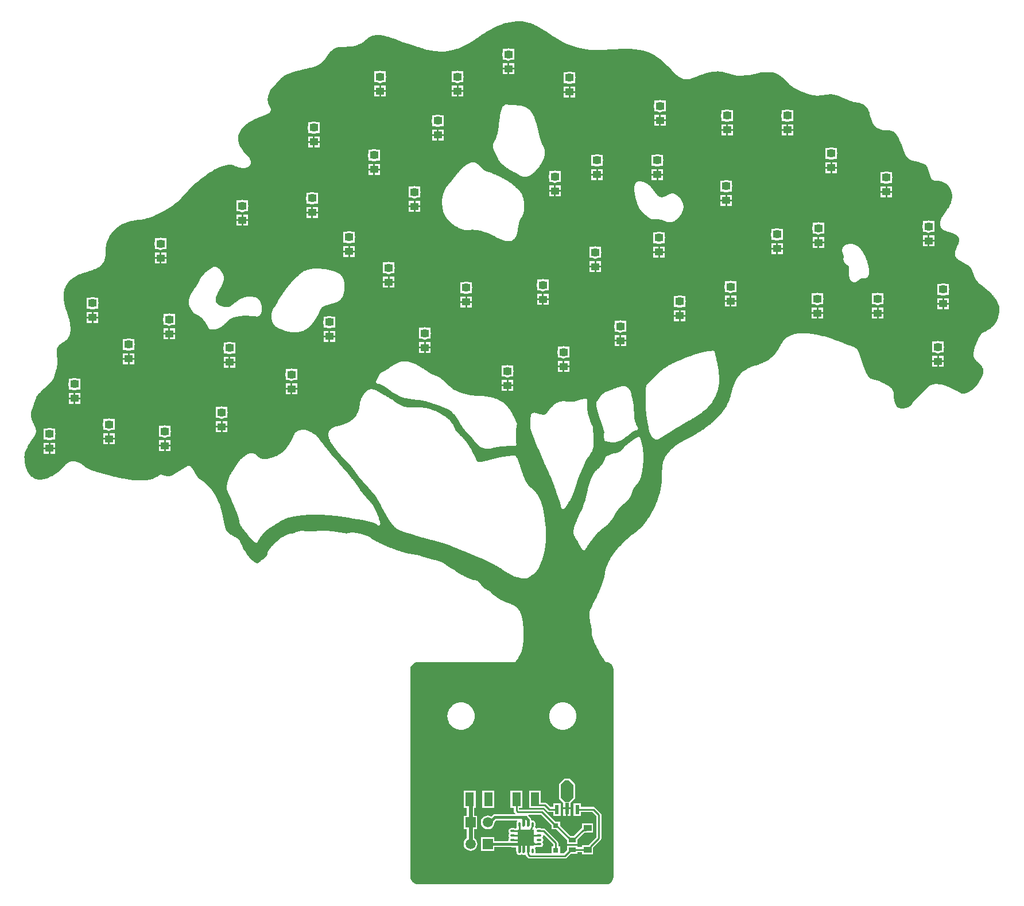
<source format=gbr>
%TF.GenerationSoftware,Altium Limited,Altium Designer,20.0.14 (345)*%
G04 Layer_Physical_Order=1*
G04 Layer_Color=255*
%FSLAX45Y45*%
%MOMM*%
%TF.FileFunction,Copper,L1,Top,Signal*%
%TF.Part,Single*%
G01*
G75*
%TA.AperFunction,Conductor*%
%ADD10C,0.25400*%
%TA.AperFunction,SMDPad,CuDef*%
%ADD11R,0.75000X0.65000*%
%ADD12R,1.25000X2.00000*%
%ADD13R,1.15000X0.85000*%
%ADD14R,1.00000X0.70000*%
%ADD15R,0.60000X1.40000*%
%ADD16R,0.60000X1.80000*%
%ADD17R,2.40000X2.40000*%
%ADD18O,0.30000X0.70000*%
%ADD19O,0.70000X0.30000*%
%ADD20R,1.20000X1.10000*%
%TA.AperFunction,Conductor*%
%ADD21C,0.38100*%
%ADD22C,0.60000*%
%TA.AperFunction,ComponentPad*%
%ADD23R,1.50000X1.50000*%
%ADD24C,1.50000*%
%TA.AperFunction,ViaPad*%
%ADD25C,1.27000*%
%ADD26C,0.50000*%
G36*
X10173443Y17166824D02*
X10245205Y17154849D01*
X10280075Y17144489D01*
X10291149Y17141167D01*
X10313055Y17133763D01*
X10334692Y17125610D01*
X10356037Y17116718D01*
X10366549Y17111906D01*
Y17111906D01*
X10388508Y17101627D01*
X10431393Y17078996D01*
X10473151Y17054347D01*
X10513686Y17027733D01*
X10533295Y17013475D01*
X10533295Y17013474D01*
Y17013475D01*
X10544847Y17005299D01*
X10568096Y16989154D01*
X10591536Y16973289D01*
X10615164Y16957706D01*
X10627047Y16950020D01*
X10638019Y16943027D01*
X10660109Y16929272D01*
X10682394Y16915834D01*
X10704868Y16902715D01*
X10716175Y16896277D01*
X10726697Y16890392D01*
X10747887Y16878883D01*
X10769264Y16867726D01*
X10790822Y16856924D01*
X10801668Y16851659D01*
X10801668Y16851659D01*
X10840370Y16833623D01*
X10919794Y16802295D01*
X11001481Y16777460D01*
X11084901Y16759274D01*
X11127093Y16752716D01*
X11137330Y16751414D01*
X11157837Y16749094D01*
X11178384Y16747147D01*
X11198963Y16745578D01*
X11209263Y16744936D01*
X11230782Y16743924D01*
X11273853Y16742841D01*
X11316938Y16743011D01*
X11359999Y16744437D01*
X11381510Y16745618D01*
X11481971Y16752188D01*
X11581488Y16758534D01*
X11593797Y16759229D01*
X11618427Y16760364D01*
X11643067Y16761244D01*
X11667421Y16761861D01*
X11680041Y16762051D01*
X11680042Y16762053D01*
X11692241Y16762236D01*
X11716644Y16762180D01*
X11741042Y16761702D01*
X11765428Y16760803D01*
X11777611Y16760143D01*
X11789734Y16759483D01*
X11813940Y16757582D01*
X11838092Y16755096D01*
X11862178Y16752026D01*
X11874180Y16750200D01*
X11874180Y16750200D01*
X11911846Y16744756D01*
X11985639Y16726100D01*
X12057095Y16699876D01*
X12125439Y16666370D01*
X12157685Y16646156D01*
Y16646156D01*
X12183223Y16629797D01*
X12231915Y16593625D01*
X12277992Y16554173D01*
X12321232Y16511633D01*
X12341331Y16488922D01*
X12341330Y16488921D01*
X12349220Y16480183D01*
X12349683Y16479681D01*
X12365185Y16462875D01*
X12381397Y16445799D01*
X12397851Y16428960D01*
X12406169Y16420625D01*
X12412773Y16414113D01*
X12426211Y16401324D01*
X12439951Y16388863D01*
X12453984Y16376729D01*
X12461108Y16370790D01*
Y16370789D01*
X12466750Y16366212D01*
X12478291Y16357388D01*
X12490162Y16349013D01*
X12502346Y16341100D01*
X12508550Y16337320D01*
Y16337320D01*
X12517938Y16331837D01*
X12537650Y16322685D01*
X12558352Y16316071D01*
X12578355Y16312349D01*
X12579718Y16312096D01*
X12590545Y16311118D01*
X12590545Y16311118D01*
X12595489Y16311015D01*
X12605376Y16311229D01*
X12615235Y16312003D01*
X12625034Y16313332D01*
X12629901Y16314204D01*
X12635161Y16315280D01*
X12645623Y16317699D01*
X12655997Y16320473D01*
X12666269Y16323601D01*
X12671364Y16325296D01*
X12677158Y16327287D01*
X12688707Y16331387D01*
X12700201Y16335638D01*
X12711638Y16340042D01*
X12717334Y16342300D01*
X12731567Y16348112D01*
X12760188Y16359352D01*
X12788959Y16370200D01*
X12817876Y16380653D01*
X12832404Y16385686D01*
X12845425Y16390134D01*
X12871712Y16398299D01*
X12898216Y16405722D01*
X12924921Y16412399D01*
X12938359Y16415363D01*
X12938361Y16415363D01*
X12938361Y16415363D01*
X12950014Y16417891D01*
X12970061Y16421555D01*
X12991373Y16424651D01*
X13011214Y16426797D01*
X13023524Y16427737D01*
X13023526Y16427737D01*
X13035931Y16428445D01*
X13049651Y16428836D01*
X13067085Y16428618D01*
X13084497Y16427687D01*
X13093176Y16426868D01*
X13100679Y16426125D01*
X13115623Y16424124D01*
X13130490Y16421606D01*
X13145261Y16418581D01*
X13152589Y16416812D01*
Y16416811D01*
X13159454Y16415132D01*
X13173129Y16411552D01*
X13186745Y16407758D01*
X13200299Y16403745D01*
X13207043Y16401630D01*
X13213861Y16399506D01*
X13227522Y16395338D01*
X13241216Y16391277D01*
X13254938Y16387318D01*
X13261810Y16385381D01*
X13277925Y16381094D01*
X13310526Y16374097D01*
X13343510Y16369217D01*
X13376741Y16366479D01*
X13393407Y16365918D01*
Y16365916D01*
X13418188Y16366316D01*
X13467654Y16369458D01*
X13516821Y16375719D01*
X13565497Y16385071D01*
X13589589Y16390897D01*
X13605061Y16394690D01*
X13636203Y16401421D01*
X13667520Y16407288D01*
X13698987Y16412288D01*
X13714783Y16414352D01*
X13714783Y16414352D01*
X13714783Y16414352D01*
X13726965Y16415965D01*
X13751443Y16418211D01*
X13775990Y16419476D01*
X13800568Y16419759D01*
X13812852Y16419408D01*
X13812852Y16419408D01*
X13830579Y16419228D01*
X13865752Y16414787D01*
X13900180Y16406323D01*
X13933403Y16393951D01*
X13949191Y16385892D01*
Y16385892D01*
X13955704Y16382401D01*
X13968372Y16374797D01*
X13980656Y16366588D01*
X13992528Y16357793D01*
X13998244Y16353111D01*
X14003925Y16348438D01*
X14015050Y16338808D01*
X14025928Y16328903D01*
X14036555Y16318729D01*
X14041740Y16313510D01*
X14085074Y16269983D01*
Y16269981D01*
X14090932Y16264188D01*
X14102834Y16252786D01*
X14114980Y16241643D01*
X14124272Y16233476D01*
X14127359Y16230763D01*
X14133636Y16225426D01*
X14133636Y16225426D01*
X14133636D01*
X14148952Y16213081D01*
X14180978Y16190253D01*
X14214705Y16170018D01*
X14249921Y16152502D01*
X14268019Y16144800D01*
X14327525Y16120998D01*
X14333664Y16118604D01*
X14345970Y16113882D01*
X14358311Y16109258D01*
X14370689Y16104729D01*
X14376892Y16102498D01*
Y16102498D01*
X14382057Y16100668D01*
X14392422Y16097115D01*
X14402837Y16093703D01*
X14413297Y16090430D01*
X14418542Y16088847D01*
Y16088847D01*
X14423044Y16087531D01*
X14432086Y16085033D01*
X14441176Y16082718D01*
X14450311Y16080588D01*
X14454897Y16079593D01*
X14459048Y16078745D01*
X14467384Y16077206D01*
X14475758Y16075879D01*
X14484161Y16074762D01*
X14488373Y16074283D01*
X14492488Y16073875D01*
X14500732Y16073215D01*
X14508992Y16072758D01*
X14517259Y16072510D01*
X14521394Y16072462D01*
X14525771Y16072469D01*
X14534525Y16072604D01*
X14543272Y16072910D01*
X14552014Y16073383D01*
X14556380Y16073683D01*
Y16073683D01*
X14561310Y16074060D01*
X14571164Y16074899D01*
X14581007Y16075850D01*
X14590840Y16076913D01*
X14595752Y16077489D01*
X14608461Y16079086D01*
X14633871Y16082365D01*
X14659267Y16085754D01*
X14684645Y16089256D01*
X14697330Y16091049D01*
X14697330Y16091049D01*
X14697330Y16091049D01*
X14709503Y16092320D01*
X14711685Y16092506D01*
X14721300Y16092859D01*
X14723180Y16092838D01*
X14735722Y16092459D01*
X14735722Y16092459D01*
X14747997Y16091428D01*
X14750336Y16091196D01*
X14760022Y16089859D01*
X14769652Y16088155D01*
X14774431Y16087122D01*
Y16087122D01*
X14779413Y16086044D01*
X14789316Y16083624D01*
X14799152Y16080940D01*
X14808913Y16077998D01*
X14813753Y16076398D01*
X14818840Y16074718D01*
X14828958Y16071191D01*
X14839018Y16067505D01*
X14843066Y16065945D01*
X14853986Y16061649D01*
X14853987Y16061649D01*
X14864851Y16057220D01*
X14869592Y16055270D01*
X14879953Y16050917D01*
X14890285Y16046489D01*
X14895433Y16044238D01*
X14938393Y16025528D01*
Y16025528D01*
X14943958Y16023125D01*
X14955115Y16018379D01*
X14966309Y16013718D01*
X14977536Y16009137D01*
X14983162Y16006879D01*
X14988969Y16004585D01*
X15000630Y16000117D01*
X15012352Y15995810D01*
X15024132Y15991666D01*
X15030043Y15989655D01*
Y15989655D01*
X15042439Y15985576D01*
X15067493Y15978256D01*
X15092848Y15972066D01*
X15118456Y15967017D01*
X15131339Y15964923D01*
X15131339Y15964925D01*
X15148431Y15963405D01*
X15181483Y15954144D01*
X15212274Y15938979D01*
X15239758Y15918417D01*
X15251379Y15905791D01*
Y15905789D01*
X15256049Y15900304D01*
X15264563Y15888681D01*
X15272209Y15876469D01*
X15278946Y15863734D01*
X15281842Y15857137D01*
X15284814Y15850368D01*
X15290269Y15836623D01*
X15295232Y15822690D01*
X15299690Y15808591D01*
X15301668Y15801465D01*
X15317659Y15743053D01*
X15317659Y15743051D01*
X15319653Y15735822D01*
X15323967Y15721458D01*
X15328709Y15707231D01*
X15333878Y15693152D01*
X15336620Y15686172D01*
X15342397Y15672305D01*
X15357204Y15646194D01*
X15376019Y15622804D01*
X15398351Y15602744D01*
X15410657Y15594128D01*
X15430115Y15584570D01*
X15470848Y15569789D01*
X15513286Y15561031D01*
X15556543Y15558481D01*
X15578197Y15559557D01*
X15578197Y15559557D01*
X15590822Y15559377D01*
X15598775Y15558803D01*
X15612305Y15556374D01*
X15625500Y15552525D01*
X15631857Y15549916D01*
X15637852Y15547354D01*
X15649310Y15541135D01*
X15660136Y15533871D01*
X15670238Y15525629D01*
X15674881Y15521053D01*
X15679852Y15516141D01*
X15689182Y15505733D01*
X15697862Y15494775D01*
X15705862Y15483311D01*
X15709506Y15477348D01*
X15713519Y15470828D01*
X15721098Y15457524D01*
X15728224Y15443971D01*
X15733107Y15433862D01*
X15737979Y15423181D01*
X15737979Y15423181D01*
X15742696Y15412434D01*
X15747659Y15400781D01*
X15753801Y15385716D01*
X15759708Y15370558D01*
X15762543Y15362933D01*
X15785442Y15300986D01*
X15788203Y15293510D01*
X15793877Y15278615D01*
X15799747Y15263795D01*
X15805812Y15249055D01*
X15808919Y15241718D01*
X15811827Y15235007D01*
X15817973Y15221738D01*
X15824551Y15208676D01*
X15831557Y15195837D01*
X15835217Y15189508D01*
X15841277Y15178873D01*
X15856001Y15159348D01*
X15873836Y15142615D01*
X15894260Y15129161D01*
X15905257Y15123792D01*
Y15123792D01*
X15909860Y15122150D01*
X15919098Y15118956D01*
X15928377Y15115883D01*
X15937695Y15112932D01*
X15942369Y15111502D01*
X15946767Y15110184D01*
X15955579Y15107602D01*
X15964413Y15105095D01*
X15973267Y15102663D01*
X15977702Y15101476D01*
X16010933Y15092863D01*
X16041737Y15084824D01*
Y15084824D01*
X16045268Y15083875D01*
X16052309Y15081883D01*
X16059323Y15079805D01*
X16066310Y15077637D01*
X16069789Y15076508D01*
Y15076508D01*
X16072966Y15075479D01*
X16079269Y15073271D01*
X16085516Y15070911D01*
X16091704Y15068399D01*
X16094768Y15067068D01*
Y15067068D01*
X16097569Y15065854D01*
X16103076Y15063211D01*
X16106107Y15061607D01*
X16116344Y15055663D01*
D01*
X16116350Y15055659D01*
X16126257Y15048930D01*
X16136844Y15039362D01*
X16147401Y15025366D01*
X16155128Y15009631D01*
X16157442Y15001176D01*
X16159634Y14993507D01*
X16164073Y14978188D01*
X16168584Y14962889D01*
X16173164Y14947610D01*
X16175481Y14939980D01*
X16177232Y14934256D01*
X16180827Y14922836D01*
X16184541Y14911456D01*
X16188377Y14900117D01*
X16190340Y14894463D01*
X16190340Y14894463D01*
X16191780Y14890376D01*
X16194801Y14882256D01*
X16198004Y14874207D01*
X16201389Y14866229D01*
X16203148Y14862271D01*
X16204416Y14859503D01*
X16207144Y14854057D01*
X16210120Y14848746D01*
X16213341Y14843576D01*
X16215039Y14841049D01*
X16216318Y14839265D01*
X16219086Y14835863D01*
X16222124Y14832697D01*
X16225412Y14829791D01*
X16227142Y14828442D01*
X16228683Y14827386D01*
X16231905Y14825491D01*
X16235284Y14823895D01*
X16238792Y14822614D01*
X16240588Y14822093D01*
X16242548Y14821617D01*
X16246500Y14820811D01*
X16250487Y14820200D01*
X16254497Y14819783D01*
X16256509Y14819649D01*
Y14819649D01*
X16258949Y14819505D01*
X16263829Y14819246D01*
X16268710Y14819022D01*
X16273595Y14818832D01*
X16276036Y14818752D01*
X16282893Y14818546D01*
X16296571Y14817516D01*
X16310191Y14815871D01*
X16323724Y14813614D01*
X16330434Y14812183D01*
X16338632Y14810466D01*
X16354803Y14806091D01*
X16370697Y14800787D01*
X16386255Y14794572D01*
X16393842Y14791019D01*
X16406416Y14785242D01*
X16429800Y14770435D01*
X16450999Y14752641D01*
X16469637Y14732178D01*
X16477507Y14720796D01*
X16477507Y14720796D01*
X16481046Y14715588D01*
X16487474Y14704764D01*
X16493233Y14693567D01*
X16496107Y14687025D01*
X16500475Y14676134D01*
X16500475Y14676134D01*
X16504263Y14665002D01*
X16506302Y14658429D01*
X16509358Y14646381D01*
X16511783Y14634189D01*
X16512675Y14628040D01*
X16512675Y14628038D01*
X16515112Y14610062D01*
X16515730Y14573785D01*
X16512082Y14537688D01*
X16504219Y14502267D01*
X16498235Y14485141D01*
X16495020Y14475375D01*
X16486920Y14456473D01*
X16477216Y14438342D01*
X16465977Y14421121D01*
X16459634Y14413029D01*
X16454102Y14406281D01*
X16443184Y14392664D01*
X16432468Y14378889D01*
X16421951Y14364960D01*
X16416772Y14357938D01*
X16412305Y14351781D01*
X16403560Y14339331D01*
X16395071Y14326704D01*
X16386844Y14313908D01*
X16382829Y14307446D01*
Y14307446D01*
X16379446Y14301865D01*
X16372926Y14290556D01*
X16366740Y14279060D01*
X16360893Y14267387D01*
X16358099Y14261488D01*
X16358099D01*
X16355814Y14256451D01*
X16351564Y14246239D01*
X16347754Y14235854D01*
X16344391Y14225314D01*
X16342879Y14219995D01*
X16341705Y14215446D01*
X16339778Y14206252D01*
X16338419Y14196954D01*
X16337634Y14187593D01*
X16337457Y14182899D01*
X16337543Y14174693D01*
X16339819Y14158459D01*
X16344846Y14142853D01*
X16352473Y14128340D01*
X16357193Y14121629D01*
X16360004Y14118188D01*
X16365993Y14111632D01*
X16372450Y14105534D01*
X16379341Y14099928D01*
X16382936Y14097321D01*
X16392741Y14091161D01*
X16413126Y14080179D01*
X16434407Y14071059D01*
X16456155Y14063957D01*
X16456416Y14063870D01*
X16467641Y14061021D01*
X16467641Y14061021D01*
X16467641Y14061021D01*
X16479066Y14057944D01*
X16486629Y14055800D01*
X16499171Y14051923D01*
X16511621Y14047749D01*
X16517793Y14045518D01*
X16522769Y14043729D01*
X16532591Y14039812D01*
X16542274Y14035564D01*
X16551807Y14030988D01*
X16556493Y14028539D01*
X16560249Y14026582D01*
X16567566Y14022308D01*
X16574663Y14017679D01*
X16575142Y14017331D01*
X16584828Y14010056D01*
X16584828D01*
X16594136Y14001625D01*
X16597424Y13998174D01*
X16601863Y13992844D01*
X16603899Y13990038D01*
X16603899Y13990038D01*
X16605670Y13987572D01*
X16608820Y13982381D01*
X16611555Y13976961D01*
X16613866Y13971346D01*
X16614798Y13968457D01*
X16615685Y13965646D01*
X16617056Y13959915D01*
X16618015Y13954099D01*
X16618558Y13948230D01*
X16618620Y13945285D01*
X16618620Y13945284D01*
X16618678Y13942168D01*
X16618468Y13935936D01*
X16617926Y13929724D01*
X16617056Y13923550D01*
X16616460Y13920490D01*
X16616460D01*
X16615807Y13917130D01*
X16614272Y13910455D01*
X16612508Y13903838D01*
X16610518Y13897285D01*
X16609412Y13894044D01*
X16609412D01*
X16606789Y13886630D01*
X16601112Y13871960D01*
X16595013Y13857460D01*
X16588496Y13843144D01*
X16585031Y13836084D01*
X16582674Y13831091D01*
X16578148Y13821021D01*
X16573875Y13810838D01*
X16569859Y13800552D01*
X16567947Y13795372D01*
X16567947D01*
X16566476Y13791203D01*
X16563783Y13782784D01*
X16561430Y13774263D01*
X16559418Y13765656D01*
X16558542Y13761324D01*
X16557915Y13757788D01*
X16556975Y13750668D01*
X16556464Y13743506D01*
X16556380Y13736327D01*
X16556499Y13732738D01*
X16556720Y13729630D01*
X16557513Y13723450D01*
X16558270Y13719775D01*
X16558771Y13717348D01*
X16558774Y13717336D01*
X16560481Y13711359D01*
X16561505Y13708417D01*
X16561505Y13708415D01*
X16562634Y13705586D01*
X16565186Y13700070D01*
X16565192Y13700056D01*
X16566458Y13697766D01*
X16568137Y13694725D01*
X16568146Y13694714D01*
X16571455Y13689616D01*
X16573250Y13687154D01*
X16573250D01*
X16575299Y13684532D01*
X16579582Y13679463D01*
X16579594Y13679448D01*
X16581013Y13677933D01*
X16584145Y13674591D01*
X16588936Y13669972D01*
X16591418Y13667757D01*
Y13667757D01*
X16594328Y13665257D01*
X16600258Y13660390D01*
X16605579Y13656284D01*
X16605904Y13656033D01*
X16605908Y13656029D01*
X16606331Y13655702D01*
X16606384Y13655664D01*
X16612543Y13651199D01*
X16615677Y13649036D01*
X16615698Y13649020D01*
X16619395Y13646513D01*
X16626845Y13641586D01*
X16634366Y13636768D01*
X16641956Y13632059D01*
X16645776Y13629745D01*
X16711868Y13590793D01*
X16722076Y13584776D01*
X16732767Y13579926D01*
X16736998Y13577867D01*
X16746571Y13572514D01*
X16750343Y13570113D01*
X16760272Y13563422D01*
X16760272D01*
X16769830Y13555838D01*
X16770888Y13554958D01*
X16777441Y13548709D01*
X16783566Y13542041D01*
X16786401Y13538512D01*
X16788986Y13535246D01*
X16793784Y13528439D01*
X16798196Y13521378D01*
X16798405Y13520996D01*
X16804010Y13510332D01*
X16804013Y13510327D01*
X16804013Y13510327D01*
X16809065Y13499176D01*
X16809219Y13498827D01*
X16812379Y13491026D01*
X16815305Y13483134D01*
X16816649Y13479147D01*
X16827856Y13445250D01*
X16829375Y13440656D01*
X16832536Y13431511D01*
X16835867Y13422426D01*
X16839368Y13413403D01*
X16841179Y13408919D01*
X16841177Y13408919D01*
X16845740Y13398328D01*
X16845831Y13398145D01*
X16856046Y13377704D01*
X16867882Y13357918D01*
X16881181Y13339085D01*
X16888356Y13330058D01*
X16899165Y13317839D01*
X16922124Y13294661D01*
X16946758Y13273273D01*
X16972928Y13253793D01*
X16986543Y13244804D01*
Y13244804D01*
X16988568Y13243451D01*
X16992578Y13240686D01*
X16996545Y13237862D01*
X17000473Y13234979D01*
X17002415Y13233510D01*
Y13233508D01*
X17012894Y13225546D01*
X17033287Y13208907D01*
X17053091Y13191568D01*
X17072285Y13173557D01*
X17081564Y13164223D01*
X17081564Y13164223D01*
X17081564D01*
X17090424Y13155193D01*
X17093307Y13152211D01*
X17100967Y13144041D01*
X17103902Y13140814D01*
X17112201Y13131552D01*
X17112201D01*
X17120280Y13122198D01*
X17123663Y13118208D01*
X17131075Y13109120D01*
X17138309Y13099889D01*
X17141835Y13095206D01*
X17145418Y13090453D01*
X17152348Y13080777D01*
X17159041Y13070934D01*
X17165489Y13060930D01*
X17168591Y13055852D01*
Y13055852D01*
X17171667Y13050819D01*
X17177499Y13040567D01*
X17183002Y13030135D01*
X17188173Y13019534D01*
X17190588Y13014156D01*
X17195392Y13003828D01*
X17203023Y12982367D01*
X17208615Y12960286D01*
X17212119Y12937779D01*
X17212810Y12926411D01*
X17213800Y12908844D01*
X17212230Y12873689D01*
X17207126Y12838870D01*
X17198538Y12804742D01*
X17192548Y12788199D01*
X17187486Y12774671D01*
X17174947Y12748647D01*
X17160091Y12723873D01*
X17143040Y12700553D01*
X17133492Y12689717D01*
X17129240Y12684868D01*
X17120399Y12675479D01*
X17111235Y12666407D01*
X17101755Y12657664D01*
X17096863Y12653464D01*
X17092397Y12649626D01*
X17083249Y12642207D01*
X17073895Y12635049D01*
X17064343Y12628159D01*
X17059473Y12624850D01*
X17059473D01*
X17055196Y12621944D01*
X17046519Y12616318D01*
X17037721Y12610882D01*
X17028810Y12605637D01*
X17024300Y12603112D01*
X17020610Y12601048D01*
X17013173Y12597031D01*
X17005676Y12593124D01*
X16998125Y12589328D01*
X16994321Y12587486D01*
X16990178Y12585670D01*
X16981963Y12581881D01*
X16973846Y12577885D01*
X16965833Y12573686D01*
X16961867Y12571511D01*
X16959508Y12569239D01*
X16954945Y12564538D01*
X16950601Y12559637D01*
X16946481Y12554544D01*
X16944508Y12551929D01*
X16941827Y12548325D01*
X16936595Y12541024D01*
X16931534Y12533603D01*
X16926646Y12526066D01*
X16924271Y12522255D01*
X16918367Y12512470D01*
X16907037Y12492622D01*
X16896349Y12472421D01*
X16886316Y12451887D01*
X16881548Y12441502D01*
X16878966Y12435744D01*
X16873949Y12424165D01*
X16869127Y12412503D01*
X16864502Y12400762D01*
X16862263Y12394862D01*
X16860078Y12388953D01*
X16855891Y12377070D01*
X16851950Y12365103D01*
X16849866Y12358313D01*
X16848253Y12353058D01*
X16846498Y12347007D01*
X16845367Y12342950D01*
X16844885Y12341219D01*
X16843439Y12335575D01*
X16841901Y12329578D01*
X16839236Y12317859D01*
X16836897Y12306072D01*
X16835849Y12300155D01*
X16834972Y12294744D01*
X16833546Y12283874D01*
X16832562Y12272955D01*
X16832021Y12262006D01*
X16831917Y12256526D01*
X16831755Y12247471D01*
X16833627Y12229471D01*
X16838374Y12212008D01*
X16845876Y12195538D01*
X16850601Y12187812D01*
Y12187812D01*
X16853362Y12184296D01*
X16859045Y12177397D01*
X16864946Y12170681D01*
X16871056Y12164154D01*
X16874187Y12160965D01*
X16874187Y12160965D01*
X16877312Y12157851D01*
X16883617Y12151681D01*
X16889996Y12145588D01*
X16896449Y12139572D01*
X16899702Y12136593D01*
X16902892Y12133693D01*
X16909224Y12127840D01*
X16915509Y12121935D01*
X16921744Y12115980D01*
X16924838Y12112976D01*
X16927827Y12110079D01*
X16933629Y12104103D01*
X16939244Y12097953D01*
X16939365Y12097814D01*
X16947282Y12088394D01*
X16947284D01*
X16954688Y12078761D01*
X16961427Y12068184D01*
X16968411Y12053262D01*
X16973405Y12037561D01*
X16974866Y12029453D01*
X16975609Y12024768D01*
X16976421Y12015316D01*
X16976550Y12005829D01*
X16975998Y11996358D01*
X16975381Y11991654D01*
X16975381Y11991654D01*
X16974605Y11985810D01*
X16972394Y11974229D01*
X16969534Y11962790D01*
X16966034Y11951530D01*
X16963969Y11946008D01*
X16957521Y11929768D01*
X16942532Y11898197D01*
X16925516Y11867672D01*
X16906543Y11838321D01*
X16896120Y11824296D01*
X16893066Y11819960D01*
X16886766Y11811427D01*
X16880273Y11803039D01*
X16873595Y11794800D01*
X16870163Y11790757D01*
Y11790757D01*
X16863878Y11783322D01*
X16850636Y11769045D01*
X16836754Y11755392D01*
X16822260Y11742391D01*
X16814720Y11736230D01*
X16811302Y11733447D01*
X16804332Y11728049D01*
X16797234Y11722824D01*
X16790007Y11717773D01*
X16786334Y11715336D01*
X16782935Y11713080D01*
X16776019Y11708748D01*
X16768991Y11704600D01*
X16761858Y11700638D01*
X16758240Y11698753D01*
X16754926Y11697024D01*
X16748201Y11693765D01*
X16741383Y11690706D01*
X16734477Y11687850D01*
X16730983Y11686525D01*
X16727823Y11685324D01*
X16721423Y11683143D01*
X16714951Y11681185D01*
X16708415Y11679454D01*
X16705118Y11678702D01*
X16702171Y11678026D01*
X16696223Y11676927D01*
X16690234Y11676083D01*
X16684215Y11675495D01*
X16681195Y11675330D01*
X16676103Y11674934D01*
X16665898Y11675401D01*
X16655827Y11677119D01*
X16652423Y11678144D01*
X16641373Y11682126D01*
Y11682126D01*
X16630865Y11687423D01*
X16629987Y11687872D01*
X16622475Y11691852D01*
X16615021Y11695942D01*
X16611325Y11698043D01*
X16582268Y11714314D01*
X16571957Y11720087D01*
X16571957Y11720086D01*
X16566141Y11723311D01*
X16561617Y11725779D01*
X16554462Y11729684D01*
X16542731Y11735958D01*
X16535744Y11739619D01*
X16530946Y11742132D01*
X16525089Y11745154D01*
X16525037Y11745181D01*
Y11745181D01*
X16518530Y11748488D01*
X16514220Y11750619D01*
X16505447Y11754955D01*
X16492267Y11761223D01*
X16478995Y11767292D01*
X16472324Y11770252D01*
X16472324Y11770252D01*
X16465343Y11773275D01*
X16451280Y11779087D01*
X16437091Y11784581D01*
X16422781Y11789756D01*
X16415585Y11792223D01*
X16408328Y11794608D01*
X16393703Y11799029D01*
X16378944Y11802981D01*
X16364067Y11806459D01*
X16356589Y11808019D01*
X16349228Y11809416D01*
X16334425Y11811717D01*
X16319533Y11813355D01*
X16309566Y11814004D01*
X16304584Y11814328D01*
X16297096Y11814564D01*
Y11814564D01*
X16274307Y11814347D01*
X16229456Y11806601D01*
X16187296Y11789452D01*
X16149774Y11763691D01*
X16133304Y11747939D01*
X15935080Y11539145D01*
X15933089Y11535908D01*
Y11535907D01*
X15932426Y11534862D01*
X15931065Y11532796D01*
X15929671Y11530754D01*
X15928236Y11528737D01*
X15927504Y11527742D01*
Y11527742D01*
X15921378Y11519475D01*
X15907268Y11504496D01*
X15891496Y11491277D01*
X15874283Y11480003D01*
X15865073Y11475416D01*
X15858234Y11472041D01*
X15844029Y11466480D01*
X15829404Y11462150D01*
X15814461Y11459080D01*
X15806886Y11458187D01*
X15797079Y11457093D01*
X15777351Y11456565D01*
X15757649Y11457702D01*
X15738113Y11460494D01*
X15728497Y11462708D01*
X15726836Y11463099D01*
X15723602Y11464204D01*
X15720496Y11465622D01*
X15717543Y11467340D01*
X15716159Y11468340D01*
X15716159D01*
X15714542Y11469500D01*
X15711459Y11472017D01*
X15708540Y11474722D01*
X15705795Y11477604D01*
X15704517Y11479128D01*
X15703020Y11480893D01*
X15700426Y11484216D01*
X15693732Y11494144D01*
X15693732Y11494144D01*
X15687920Y11504436D01*
X15687375Y11505455D01*
X15685062Y11510102D01*
X15683971Y11512457D01*
X15683971D01*
X15682790Y11514996D01*
X15680534Y11520121D01*
X15678391Y11525294D01*
X15676357Y11530511D01*
X15675395Y11533141D01*
X15673396Y11538616D01*
X15669778Y11549699D01*
X15666544Y11560899D01*
X15663693Y11572203D01*
X15662462Y11577900D01*
X15662462D01*
X15661862Y11580659D01*
X15660757Y11586197D01*
X15659749Y11591753D01*
X15658839Y11597325D01*
X15658432Y11600119D01*
X15657669Y11605011D01*
X15656609Y11614857D01*
X15656017Y11624741D01*
X15655988Y11626922D01*
X15656062Y11639591D01*
X15656064Y11639591D01*
X15656062Y11639591D01*
X15656245Y11643480D01*
X15656398Y11651237D01*
X15656400Y11651265D01*
X15656384Y11652158D01*
X15656285Y11658308D01*
X15656274Y11659051D01*
X15656271Y11659079D01*
X15655869Y11666827D01*
X15655562Y11670708D01*
X15654834Y11677674D01*
X15653928Y11682731D01*
X15652362Y11691457D01*
X15648558Y11704933D01*
X15645206Y11713509D01*
X15645184Y11713560D01*
X15645183Y11713565D01*
X15643459Y11717975D01*
X15640437Y11724294D01*
X15640430Y11724308D01*
X15638782Y11727382D01*
X15635260Y11733396D01*
X15635240Y11733431D01*
X15634515Y11734536D01*
X15634514Y11734540D01*
X15634428Y11734671D01*
X15631401Y11739296D01*
X15627275Y11744962D01*
X15625107Y11747716D01*
X15622691Y11750633D01*
X15617677Y11756311D01*
X15612428Y11761770D01*
X15606950Y11767002D01*
X15604129Y11769529D01*
X15600908Y11772306D01*
X15594331Y11777699D01*
X15587582Y11782873D01*
X15580667Y11787822D01*
X15577148Y11790211D01*
X15573090Y11792887D01*
X15564874Y11798094D01*
X15556538Y11803103D01*
X15548083Y11807911D01*
X15543814Y11810239D01*
X15543814Y11810238D01*
X15538882Y11812866D01*
X15528957Y11817998D01*
X15518944Y11822961D01*
X15508850Y11827756D01*
X15503773Y11830090D01*
X15491245Y11835643D01*
X15466032Y11846393D01*
X15440623Y11856667D01*
X15415024Y11866460D01*
X15402158Y11871175D01*
Y11871176D01*
X15398778Y11872379D01*
X15391969Y11874637D01*
X15385097Y11876693D01*
X15378168Y11878546D01*
X15374683Y11879396D01*
X15350592Y11884760D01*
X15347820Y11885350D01*
X15342316Y11886714D01*
X15336862Y11888261D01*
X15331462Y11889989D01*
X15328793Y11890944D01*
X15326060Y11891943D01*
X15320734Y11894287D01*
X15315565Y11896965D01*
X15310579Y11899966D01*
X15308186Y11901623D01*
X15305338Y11903641D01*
X15299905Y11908032D01*
X15294762Y11912759D01*
X15289931Y11917804D01*
X15287680Y11920474D01*
X15284660Y11924065D01*
X15278941Y11931506D01*
X15273558Y11939192D01*
X15272380Y11941043D01*
X15266180Y11951170D01*
X15266177Y11951174D01*
X15266177Y11951174D01*
X15260370Y11961469D01*
X15256709Y11968188D01*
X15250807Y11979751D01*
X15245218Y11991468D01*
X15242581Y11997399D01*
X15238972Y12005467D01*
X15232013Y12021717D01*
X15225316Y12038077D01*
X15218883Y12054542D01*
X15215797Y12062825D01*
X15215797D01*
X15206573Y12087950D01*
X15188907Y12138482D01*
X15172026Y12189281D01*
X15155936Y12240336D01*
X15148286Y12265986D01*
X15148286D01*
X15148286Y12265986D01*
X15145940Y12273275D01*
X15144395Y12277074D01*
X15140173Y12287461D01*
X15133035Y12301007D01*
X15124591Y12313780D01*
X15119905Y12319838D01*
X15119905D01*
X15117673Y12322485D01*
X15113028Y12327625D01*
X15108156Y12332548D01*
X15103065Y12337245D01*
X15100441Y12339505D01*
X15097829Y12341659D01*
X15092484Y12345818D01*
X15086986Y12349771D01*
X15081343Y12353514D01*
X15078468Y12355305D01*
X15078468D01*
X15075584Y12357036D01*
X15069743Y12360372D01*
X15063809Y12363539D01*
X15057785Y12366534D01*
X15054742Y12367966D01*
X15054742Y12367966D01*
X15051697Y12369354D01*
X15045566Y12372040D01*
X15039383Y12374603D01*
X15033150Y12377043D01*
X15030016Y12378216D01*
X15026915Y12379349D01*
X15020697Y12381562D01*
X15014453Y12383705D01*
X15008185Y12385776D01*
X15005043Y12386784D01*
X14980580Y12394399D01*
Y12394399D01*
X14969301Y12397831D01*
X14963754Y12399592D01*
X14952654Y12403414D01*
X14947148Y12405460D01*
X14936197Y12409681D01*
Y12409681D01*
X14936195Y12409681D01*
X14923766Y12414889D01*
X14898837Y12425147D01*
X14873824Y12435192D01*
X14848724Y12445021D01*
X14836143Y12449855D01*
Y12449855D01*
X14836143Y12449855D01*
X14822836Y12454896D01*
X14796143Y12464758D01*
X14769341Y12474326D01*
X14742436Y12483598D01*
X14728946Y12488124D01*
Y12488124D01*
X14728944Y12488124D01*
X14715143Y12492662D01*
X14687442Y12501443D01*
X14659621Y12509830D01*
X14631680Y12517821D01*
X14617670Y12521667D01*
X14617670Y12521666D01*
X14603745Y12525374D01*
X14575792Y12532398D01*
X14547713Y12538899D01*
X14519518Y12544875D01*
X14505380Y12547665D01*
X14491693Y12550223D01*
X14464229Y12554822D01*
X14436658Y12558732D01*
X14408998Y12561951D01*
X14395140Y12563301D01*
X14382031Y12564396D01*
X14355768Y12565911D01*
X14329466Y12566525D01*
X14303162Y12566236D01*
X14290015Y12565753D01*
X14277780Y12565070D01*
X14253375Y12562833D01*
X14229106Y12559441D01*
X14205025Y12554901D01*
X14193069Y12552205D01*
Y12552205D01*
X14176186Y12548234D01*
X14143240Y12537412D01*
X14111757Y12522876D01*
X14082153Y12504817D01*
X14054822Y12483475D01*
X14030125Y12459134D01*
X14008389Y12432115D01*
X13989902Y12402777D01*
X13981956Y12387359D01*
X13977580Y12378243D01*
X13968320Y12360266D01*
X13958556Y12342558D01*
X13948294Y12325133D01*
X13942918Y12316568D01*
X13938245Y12309124D01*
X13928416Y12294547D01*
X13918118Y12280298D01*
X13907362Y12266391D01*
X13901762Y12259616D01*
X13892242Y12248057D01*
X13871645Y12226319D01*
X13849583Y12206068D01*
X13826167Y12187400D01*
X13813837Y12178904D01*
X13808250Y12175076D01*
X13796857Y12167754D01*
X13785251Y12160769D01*
X13773447Y12154129D01*
X13767448Y12150984D01*
X13761604Y12147925D01*
X13749786Y12142064D01*
X13737843Y12136461D01*
X13725781Y12131120D01*
X13719693Y12128581D01*
X13713637Y12126058D01*
X13701463Y12121163D01*
X13689227Y12116421D01*
X13676935Y12111832D01*
X13670761Y12109615D01*
X13620839Y12092006D01*
X13620839Y12092006D01*
X13607899Y12087563D01*
X13582169Y12078253D01*
X13556647Y12068383D01*
X13531348Y12057957D01*
X13518787Y12052537D01*
X13500842Y12044217D01*
X13466299Y12024967D01*
X13433829Y12002398D01*
X13403748Y11976730D01*
X13389696Y11962811D01*
X13383832Y11956442D01*
X13372557Y11943305D01*
X13361902Y11929660D01*
X13351889Y11915537D01*
X13347130Y11908306D01*
X13342670Y11901188D01*
X13334145Y11886713D01*
X13326155Y11871935D01*
X13318715Y11856873D01*
X13315204Y11849243D01*
X13311832Y11841601D01*
X13305373Y11826196D01*
X13299297Y11810636D01*
X13293604Y11794930D01*
X13290904Y11787026D01*
X13285841Y11771094D01*
X13276006Y11739139D01*
X13266563Y11707066D01*
X13257513Y11674880D01*
X13253136Y11658746D01*
X13250897Y11650779D01*
X13246220Y11634904D01*
X13241348Y11619088D01*
X13236276Y11603334D01*
X13233644Y11595489D01*
X13228664Y11579961D01*
X13216731Y11549608D01*
X13202875Y11520085D01*
X13187148Y11491512D01*
X13178384Y11477761D01*
X13172755Y11469255D01*
X13161169Y11452467D01*
X13149254Y11435910D01*
X13137016Y11419591D01*
X13130739Y11411553D01*
X13130739D01*
X13118431Y11395836D01*
X13092709Y11365300D01*
X13065916Y11335700D01*
X13038084Y11307075D01*
X13023668Y11293268D01*
X13016551Y11286436D01*
X13002107Y11272995D01*
X12987456Y11259780D01*
X12972601Y11246794D01*
X12965074Y11240417D01*
X12957570Y11234059D01*
X12942386Y11221553D01*
X12927031Y11209258D01*
X12911508Y11197176D01*
X12903664Y11191243D01*
X12895827Y11185316D01*
X12880011Y11173652D01*
X12864056Y11162180D01*
X12847964Y11150901D01*
X12839850Y11145360D01*
X12839850D01*
X12831737Y11139818D01*
X12815398Y11128903D01*
X12798946Y11118157D01*
X12782385Y11107582D01*
X12765717Y11097177D01*
X12748961Y11086917D01*
X12732117Y11076800D01*
X12715188Y11066828D01*
X12706681Y11061915D01*
X12689685Y11052137D01*
X12655462Y11032990D01*
X12621011Y11014255D01*
X12586338Y10995936D01*
X12568893Y10986984D01*
X12554365Y10979438D01*
X12525657Y10963696D01*
X12497434Y10947099D01*
X12469723Y10929662D01*
X12456066Y10920634D01*
X12445037Y10913076D01*
X12423432Y10897322D01*
X12402459Y10880735D01*
X12382149Y10863343D01*
X12372253Y10854352D01*
X12364182Y10846686D01*
X12348599Y10830789D01*
X12333791Y10814169D01*
X12319790Y10796863D01*
X12313102Y10787965D01*
X12307510Y10780088D01*
X12296940Y10763916D01*
X12287214Y10747222D01*
X12278358Y10730052D01*
X12274264Y10721301D01*
X12270726Y10713161D01*
X12264223Y10696646D01*
X12258495Y10679845D01*
X12253557Y10662796D01*
X12251387Y10654190D01*
X12249472Y10645816D01*
X12246074Y10628977D01*
X12243255Y10612032D01*
X12241019Y10595000D01*
X12240121Y10586457D01*
X12239340Y10577911D01*
X12238018Y10560798D01*
X12237017Y10543663D01*
X12236335Y10526512D01*
X12236114Y10517933D01*
X12235016Y10448445D01*
X12235015Y10448445D01*
X12235015Y10448444D01*
X12235074Y10430552D01*
X12233770Y10394790D01*
X12231049Y10359108D01*
X12226914Y10323563D01*
X12224143Y10305886D01*
X12218566Y10273638D01*
X12204035Y10209820D01*
X12186165Y10146854D01*
X12165006Y10084917D01*
X12152811Y10054548D01*
X12141130Y10025428D01*
X12114550Y9968586D01*
X12084834Y9913318D01*
X12052077Y9859796D01*
X12034228Y9833993D01*
X12034228D01*
X12011330Y9800755D01*
X11960240Y9738257D01*
X11904199Y9680156D01*
X11843586Y9626844D01*
X11811197Y9602761D01*
Y9602761D01*
X11797344Y9592418D01*
X11770008Y9571249D01*
X11743177Y9549443D01*
X11716866Y9527012D01*
X11703911Y9515566D01*
X11690224Y9503180D01*
X11663375Y9477842D01*
X11637246Y9451763D01*
X11611856Y9424964D01*
X11599444Y9411301D01*
X11599444D01*
X11593189Y9404243D01*
X11580855Y9389972D01*
X11568759Y9375498D01*
X11556907Y9360825D01*
X11551072Y9353416D01*
X11545282Y9345929D01*
X11533915Y9330794D01*
X11522837Y9315447D01*
X11512051Y9299893D01*
X11506768Y9292041D01*
X11501576Y9284153D01*
X11491448Y9268212D01*
X11481667Y9252055D01*
X11472237Y9235692D01*
X11467655Y9227434D01*
X11463192Y9219169D01*
X11454573Y9202476D01*
X11446370Y9185575D01*
X11438586Y9168476D01*
X11434853Y9159857D01*
X11427731Y9142583D01*
X11415045Y9107439D01*
X11404476Y9071601D01*
X11396061Y9035197D01*
X11392670Y9016823D01*
X11391795Y9011539D01*
X11389879Y9000999D01*
X11387800Y8990489D01*
X11385557Y8980014D01*
X11383083Y8969285D01*
X11380396Y8958300D01*
X11377560Y8947353D01*
X11374579Y8936445D01*
X11371357Y8925253D01*
X11367912Y8913774D01*
X11364336Y8902336D01*
X11360631Y8890939D01*
X11358713Y8885262D01*
X11356676Y8879231D01*
X11352489Y8867209D01*
X11348187Y8855227D01*
X11343772Y8843286D01*
X11341508Y8837337D01*
X11339100Y8831010D01*
X11334186Y8818392D01*
X11329173Y8805813D01*
X11325936Y8797871D01*
X11321458Y8787025D01*
X11316919Y8776205D01*
X11313063Y8767111D01*
X11307354Y8753884D01*
X11301561Y8740692D01*
X11298623Y8734115D01*
X11295499Y8727118D01*
X11289179Y8713155D01*
X11282788Y8699225D01*
X11276328Y8685327D01*
X11273063Y8678395D01*
X11244835Y8619655D01*
X11236970Y8603650D01*
X11221078Y8571722D01*
X11205023Y8539875D01*
X11188805Y8508110D01*
X11180616Y8492270D01*
X11180616D01*
X11178911Y8488846D01*
X11175769Y8481871D01*
X11172994Y8474742D01*
X11170593Y8467479D01*
X11169535Y8463803D01*
X11169535D01*
X11168586Y8460157D01*
X11166931Y8452807D01*
X11165603Y8445391D01*
X11164605Y8437923D01*
X11164229Y8434175D01*
X11163924Y8430360D01*
X11163507Y8422718D01*
X11163349Y8415066D01*
X11163450Y8407413D01*
X11163597Y8403588D01*
X11163803Y8399658D01*
X11164355Y8391805D01*
X11165089Y8383967D01*
X11166007Y8376149D01*
X11166534Y8372248D01*
X11166534Y8372248D01*
X11167112Y8368246D01*
X11168351Y8360254D01*
X11169703Y8352280D01*
X11171166Y8344326D01*
X11171939Y8340356D01*
X11171939D01*
X11172745Y8336318D01*
X11174392Y8328249D01*
X11176084Y8320189D01*
X11177822Y8312139D01*
X11178707Y8308118D01*
X11185737Y8275737D01*
X11186592Y8271712D01*
X11188221Y8263648D01*
X11189768Y8255567D01*
X11191232Y8247470D01*
X11191923Y8243415D01*
X11193347Y8235545D01*
X11195454Y8219689D01*
X11196815Y8203751D01*
X11197427Y8187767D01*
X11197358Y8179770D01*
X11197362Y8172833D01*
X11197886Y8158971D01*
X11199097Y8145153D01*
X11200292Y8136492D01*
X11200992Y8131411D01*
X11202196Y8124580D01*
X11202195Y8124580D01*
X11203669Y8116972D01*
X11204567Y8112862D01*
X11206979Y8101830D01*
X11210771Y8086803D01*
X11215041Y8071904D01*
X11217353Y8064507D01*
X11219926Y8056602D01*
X11225328Y8040878D01*
X11231071Y8025276D01*
X11235901Y8012986D01*
X11237153Y8009802D01*
X11240319Y8002116D01*
X11240319Y8002116D01*
X11242403Y7997176D01*
X11243637Y7994252D01*
X11244915Y7991319D01*
X11250458Y7978603D01*
X11257524Y7963064D01*
X11264835Y7947639D01*
X11268583Y7939970D01*
X11268582Y7939969D01*
X11275832Y7925514D01*
X11290805Y7896845D01*
X11306402Y7868512D01*
X11322617Y7840526D01*
X11330952Y7826669D01*
X11330952Y7826669D01*
X11330952Y7826669D01*
X11334496Y7820858D01*
X11337169Y7816543D01*
X11341663Y7809285D01*
X11348934Y7797778D01*
X11356310Y7786337D01*
X11360036Y7780642D01*
X11363000Y7776149D01*
X11368996Y7767207D01*
X11375080Y7758325D01*
X11381252Y7749504D01*
X11384371Y7745117D01*
X11384370Y7745117D01*
X11386857Y7741029D01*
X11392336Y7733184D01*
X11398457Y7725829D01*
X11405175Y7719015D01*
X11408743Y7715827D01*
X11419898D01*
X11441779Y7711475D01*
X11462390Y7702937D01*
X11480940Y7690542D01*
X11496715Y7674767D01*
X11509110Y7656217D01*
X11517648Y7635606D01*
X11522000Y7613725D01*
Y7602570D01*
Y4546600D01*
Y4535342D01*
X11517607Y4513260D01*
X11508991Y4492459D01*
X11496482Y4473738D01*
X11480562Y4457817D01*
X11461841Y4445309D01*
X11441040Y4436692D01*
X11418958Y4432300D01*
X8636491D01*
X8611955Y4437180D01*
X8588843Y4446754D01*
X8568042Y4460652D01*
X8550352Y4478342D01*
X8536454Y4499143D01*
X8526880Y4522255D01*
X8522000Y4546792D01*
Y4559300D01*
Y7588827D01*
Y7601335D01*
X8526880Y7625871D01*
X8536454Y7648984D01*
X8550352Y7669785D01*
X8568042Y7687474D01*
X8588843Y7701373D01*
X8611955Y7710946D01*
X8636491Y7715827D01*
X10067187D01*
X10071119Y7719737D01*
X10078799Y7727736D01*
X10086227Y7735970D01*
X10093397Y7744431D01*
X10096882Y7748743D01*
X10096882D01*
X10103415Y7757237D01*
X10115743Y7774768D01*
X10127052Y7792971D01*
X10136806Y7810872D01*
X10137306Y7811790D01*
X10142027Y7821410D01*
X10142027Y7821410D01*
X10144269Y7826201D01*
X10148575Y7835863D01*
X10152643Y7845628D01*
X10156472Y7855489D01*
X10158295Y7860455D01*
X10158295Y7860455D01*
X10160061Y7865441D01*
X10163431Y7875469D01*
X10166585Y7885567D01*
X10169521Y7895731D01*
X10170907Y7900835D01*
X10172245Y7905966D01*
X10174778Y7916264D01*
X10177120Y7926607D01*
X10179270Y7936992D01*
X10180273Y7942200D01*
X10180272Y7942200D01*
X10181233Y7947425D01*
X10183029Y7957898D01*
X10184662Y7968398D01*
X10186129Y7978922D01*
X10186801Y7984193D01*
X10186800Y7984193D01*
X10187434Y7989464D01*
X10188597Y8000018D01*
X10189622Y8010587D01*
X10190509Y8021168D01*
X10190901Y8026462D01*
X10190900Y8026463D01*
X10191569Y8036943D01*
X10191663Y8038847D01*
X10192606Y8057921D01*
X10193245Y8078914D01*
X10193486Y8099916D01*
X10193456Y8110418D01*
X10192999Y8158743D01*
X10192889Y8165120D01*
X10192751Y8171341D01*
X10192606Y8177871D01*
X10192238Y8190620D01*
X10192003Y8197235D01*
X10191786Y8203366D01*
X10191529Y8209739D01*
X10191528Y8209739D01*
X10191236Y8216285D01*
X10190927Y8222190D01*
X10190551Y8229373D01*
X10189730Y8242454D01*
X10189197Y8249750D01*
X10188775Y8255525D01*
X10188247Y8262057D01*
X10187677Y8268612D01*
X10187121Y8274291D01*
X10186395Y8281708D01*
X10184921Y8294784D01*
X10183258Y8307837D01*
X10182355Y8314354D01*
X10181414Y8320759D01*
X10179342Y8333539D01*
X10177016Y8346274D01*
X10175636Y8353063D01*
X10175526Y8353608D01*
X10175519Y8353639D01*
X10174438Y8358961D01*
X10173054Y8365286D01*
X10173054Y8365286D01*
X10171649Y8371388D01*
X10170283Y8376813D01*
X10170278Y8376835D01*
X10170095Y8377562D01*
X10168593Y8383534D01*
X10165214Y8395594D01*
X10161515Y8407560D01*
X10159546Y8413504D01*
X10157578Y8419162D01*
X10153341Y8430369D01*
X10148708Y8441419D01*
X10143686Y8452296D01*
X10141031Y8457666D01*
X10138389Y8462749D01*
X10132757Y8472723D01*
X10126669Y8482427D01*
X10120138Y8491837D01*
X10116711Y8496427D01*
X10116710Y8496426D01*
X10109668Y8505184D01*
X10108959Y8505916D01*
X10094046Y8521326D01*
X10076569Y8535441D01*
X10057953Y8547036D01*
X10057501Y8547318D01*
X10047458Y8552360D01*
X10047458Y8552360D01*
X10044561Y8553663D01*
X10038831Y8556185D01*
X10038747Y8556222D01*
X10036717Y8557090D01*
X10032906Y8558719D01*
X10027038Y8561153D01*
X10024095Y8562347D01*
X9995672Y8573677D01*
X9963240Y8586625D01*
Y8586626D01*
X9952381Y8591070D01*
X9949922Y8592083D01*
X9941074Y8595794D01*
X9932248Y8599558D01*
X9927847Y8601467D01*
X9927846Y8601467D01*
X9923144Y8603507D01*
X9913778Y8607673D01*
X9904451Y8611926D01*
X9901163Y8613462D01*
X9890541Y8618479D01*
Y8618479D01*
X9879972Y8623625D01*
X9876106Y8625535D01*
X9866563Y8630399D01*
X9857082Y8635383D01*
X9852373Y8637934D01*
X9847538Y8640552D01*
X9837952Y8645944D01*
X9828455Y8651489D01*
X9819048Y8657185D01*
X9814391Y8660109D01*
X9809674Y8663069D01*
X9800360Y8669178D01*
X9791170Y8675472D01*
X9782109Y8681950D01*
X9777645Y8685280D01*
Y8685280D01*
X9777645Y8685280D01*
X9768653Y8691911D01*
X9751418Y8706134D01*
X9734984Y8721275D01*
X9719400Y8737289D01*
X9712356Y8745364D01*
X9712056Y8745709D01*
X9712052Y8745713D01*
X9711045Y8746852D01*
X9711041Y8746855D01*
X9708951Y8749072D01*
X9708945Y8749078D01*
X9706766Y8751203D01*
X9706748Y8751219D01*
X9704493Y8753240D01*
X9703325Y8754222D01*
X9703325Y8754222D01*
X9702109Y8755207D01*
X9699655Y8757100D01*
X9699630Y8757119D01*
X9697102Y8758947D01*
X9697093Y8758954D01*
X9694506Y8760704D01*
X9694501Y8760708D01*
X9693184Y8761555D01*
X9691809Y8762415D01*
X9689033Y8764092D01*
X9686223Y8765710D01*
X9683381Y8767271D01*
X9681948Y8768029D01*
X9680460Y8768801D01*
X9677473Y8770320D01*
X9674468Y8771804D01*
X9671447Y8773253D01*
X9669930Y8773965D01*
X9657447Y8779684D01*
X9644813Y8785506D01*
Y8785506D01*
X9634276Y8790731D01*
X9633882Y8790935D01*
X9632342Y8791753D01*
X9630809Y8792567D01*
X9627776Y8794256D01*
X9624778Y8796004D01*
X9621814Y8797812D01*
X9620351Y8798745D01*
X9617422Y8800580D01*
X9611812Y8804617D01*
X9606474Y8809007D01*
X9601429Y8813731D01*
X9599064Y8816250D01*
X9597808Y8817625D01*
X9597333Y8818162D01*
X9589377Y8827568D01*
D01*
X9581864Y8837156D01*
X9580848Y8838483D01*
X9579657Y8840064D01*
X9569776Y8853211D01*
X9568521Y8854883D01*
X9565997Y8858215D01*
X9563455Y8861533D01*
X9560895Y8864838D01*
X9559609Y8866486D01*
X9558319Y8868122D01*
X9555712Y8871372D01*
X9553066Y8874591D01*
X9550383Y8877778D01*
X9549027Y8879360D01*
X9549027D01*
X9547688Y8880900D01*
X9544964Y8883940D01*
X9542183Y8886928D01*
X9539346Y8889862D01*
X9537906Y8891309D01*
X9537906D01*
X9536498Y8892692D01*
X9533624Y8895400D01*
X9533615Y8895407D01*
X9530675Y8898025D01*
X9530647Y8898048D01*
X9527654Y8900567D01*
X9526117Y8901806D01*
X9526117Y8901806D01*
X9524618Y8902976D01*
X9521575Y8905211D01*
X9521554Y8905227D01*
X9518413Y8907354D01*
X9518406Y8907359D01*
X9515178Y8909368D01*
X9513535Y8910326D01*
X9510279Y8912105D01*
X9503501Y8915123D01*
X9497270Y8917123D01*
X9496436Y8917391D01*
X9496427Y8917393D01*
X9489168Y8918881D01*
X9485484Y8919329D01*
X9473424Y8920874D01*
X9466486Y8922129D01*
X9458986Y8923803D01*
X9455273Y8924792D01*
X9450730Y8925982D01*
X9441707Y8928585D01*
X9432750Y8931411D01*
X9430539Y8932168D01*
X9419463Y8936088D01*
Y8936088D01*
X9408484Y8940245D01*
X9404154Y8941923D01*
X9394037Y8946038D01*
X9383989Y8950321D01*
X9379002Y8952545D01*
X9379002Y8952545D01*
X9373419Y8955030D01*
X9362314Y8960133D01*
X9351272Y8965372D01*
X9340294Y8970744D01*
X9334838Y8973496D01*
X9328915Y8976481D01*
X9317126Y8982563D01*
X9305396Y8988757D01*
X9293725Y8995063D01*
X9287920Y8998271D01*
X9281775Y9001665D01*
X9269538Y9008551D01*
X9257356Y9015533D01*
X9245230Y9022613D01*
X9239196Y9026201D01*
X9214115Y9041150D01*
X9164755Y9072354D01*
X9116231Y9104842D01*
X9068574Y9138590D01*
X9045197Y9156084D01*
X9045197D01*
X9041888Y9158509D01*
X9035153Y9163196D01*
X9028268Y9167658D01*
X9021240Y9171893D01*
X9017674Y9173923D01*
X9017674Y9173922D01*
X9013970Y9175961D01*
X9006485Y9179896D01*
X8998902Y9183639D01*
X8991226Y9187188D01*
X8987355Y9188888D01*
X8987355Y9188888D01*
X8983343Y9190599D01*
X8975270Y9193907D01*
X8967137Y9197061D01*
X8958945Y9200061D01*
X8954828Y9201503D01*
X8950591Y9202949D01*
X8942090Y9205758D01*
X8933552Y9208455D01*
X8924979Y9211038D01*
X8920680Y9212287D01*
X8916300Y9213535D01*
X8907524Y9215976D01*
X8898729Y9218345D01*
X8889914Y9220642D01*
X8885500Y9221762D01*
X8849875Y9230451D01*
X8814394Y9238873D01*
X8814394Y9238873D01*
X8810039Y9239912D01*
X8801340Y9242036D01*
X8792652Y9244206D01*
X8783976Y9246421D01*
X8779644Y9247551D01*
X8771397Y9249643D01*
X8755021Y9254264D01*
X8738774Y9259319D01*
X8722667Y9264802D01*
X8714689Y9267757D01*
X8714688Y9267757D01*
X8711096Y9269108D01*
X8703878Y9271721D01*
X8696618Y9274215D01*
X8689319Y9276590D01*
X8685654Y9277732D01*
X8682110Y9278806D01*
X8675000Y9280880D01*
X8668574Y9282656D01*
X8667862Y9282853D01*
X8667792Y9282871D01*
X8660696Y9284726D01*
X8657103Y9285625D01*
X8657103Y9285625D01*
X8653585Y9286481D01*
X8646623Y9288114D01*
X8646534Y9288135D01*
X8645535Y9288358D01*
X8640516Y9289478D01*
X8639466Y9289712D01*
X8639375Y9289731D01*
X8632381Y9291213D01*
X8628833Y9291934D01*
X8628832Y9291934D01*
X8625317Y9292631D01*
X8618412Y9293962D01*
X8618278Y9293988D01*
X8617076Y9294211D01*
X8611229Y9295294D01*
X8604172Y9296549D01*
X8600639Y9297158D01*
X8572320Y9301796D01*
X8543673Y9306347D01*
X8543673Y9306347D01*
X8540020Y9306934D01*
X8532720Y9308141D01*
X8525425Y9309381D01*
X8518136Y9310655D01*
X8510744Y9311983D01*
X8503254Y9313391D01*
X8495775Y9314859D01*
X8488309Y9316387D01*
X8484582Y9317181D01*
X8476634Y9318861D01*
X8460824Y9322603D01*
X8445107Y9326721D01*
X8433837Y9329965D01*
X8421979Y9333578D01*
X8421744Y9333650D01*
X8421744Y9333649D01*
X8402097Y9339876D01*
X8362970Y9352844D01*
X8324017Y9366325D01*
X8285245Y9380316D01*
X8265952Y9387565D01*
X8258864Y9390227D01*
X8244717Y9395624D01*
X8230598Y9401096D01*
X8216508Y9406642D01*
X8209477Y9409452D01*
X8209477Y9409451D01*
X8202378Y9412288D01*
X8188213Y9418047D01*
X8174084Y9423893D01*
X8163759Y9428239D01*
X8152963Y9432834D01*
Y9432834D01*
X8142186Y9437479D01*
X8132166Y9441855D01*
X8118361Y9448006D01*
X8104603Y9454259D01*
X8097747Y9457436D01*
X8091116Y9460507D01*
X8077913Y9466772D01*
X8064768Y9473158D01*
X8051683Y9479667D01*
X8045170Y9482982D01*
X8039017Y9486111D01*
X8026788Y9492517D01*
X8014637Y9499071D01*
X8002566Y9505771D01*
X7996572Y9509194D01*
X7986076Y9515055D01*
X7965564Y9527599D01*
X7945565Y9540944D01*
X7926108Y9555070D01*
X7916667Y9562512D01*
X7916667Y9562512D01*
X7914059Y9563775D01*
X7908808Y9566230D01*
X7903513Y9568587D01*
X7898175Y9570846D01*
X7895491Y9571939D01*
X7895491Y9571939D01*
X7892317Y9573209D01*
X7885946Y9575692D01*
X7879545Y9578096D01*
X7873116Y9580422D01*
X7869891Y9581556D01*
X7858588Y9585373D01*
X7835840Y9592573D01*
X7812916Y9599189D01*
X7789831Y9605217D01*
X7778232Y9608009D01*
X7774295Y9608928D01*
X7766408Y9610712D01*
X7758505Y9612423D01*
X7750587Y9614062D01*
X7746622Y9614854D01*
X7746622Y9614853D01*
X7742862Y9615586D01*
X7735416Y9616972D01*
X7735328Y9616988D01*
X7734842Y9617073D01*
X7727780Y9618305D01*
X7720217Y9619537D01*
X7716431Y9620121D01*
X7712992Y9620631D01*
X7706104Y9621572D01*
X7699202Y9622407D01*
X7692288Y9623136D01*
X7688827Y9623461D01*
X7683493Y9623993D01*
X7672786Y9624546D01*
X7662066Y9624417D01*
X7651377Y9623605D01*
X7646057Y9622944D01*
X7643469Y9622455D01*
X7638297Y9621455D01*
X7633131Y9620425D01*
X7627970Y9619367D01*
X7625392Y9618827D01*
X7610143Y9615594D01*
X7608645Y9615274D01*
X7605640Y9614678D01*
X7602627Y9614123D01*
X7599607Y9613611D01*
X7598094Y9613376D01*
X7596720Y9613167D01*
X7593961Y9612823D01*
X7591194Y9612556D01*
X7588421Y9612364D01*
X7587033Y9612306D01*
X7587033Y9612306D01*
X7574428Y9612536D01*
X7572774Y9612653D01*
X7568836Y9612995D01*
X7564904Y9613400D01*
X7560978Y9613867D01*
X7559020Y9614132D01*
X7559020Y9614132D01*
X7556342Y9614489D01*
X7550992Y9615242D01*
X7545647Y9616031D01*
X7540308Y9616859D01*
X7537641Y9617291D01*
X7508396Y9622122D01*
X7417454Y9637329D01*
Y9637329D01*
X7417453Y9637328D01*
X7396324Y9640631D01*
X7353880Y9645904D01*
X7311253Y9649390D01*
X7268517Y9651084D01*
X7247131Y9651258D01*
X7241301Y9651220D01*
X7229641Y9651054D01*
X7217983Y9650764D01*
X7206330Y9650352D01*
X7200504Y9650101D01*
Y9650100D01*
X7195156Y9649844D01*
X7184462Y9649275D01*
X7173773Y9648633D01*
X7163088Y9647918D01*
X7157748Y9647534D01*
X7118140Y9644452D01*
X7113496Y9644072D01*
X7104204Y9643355D01*
X7094908Y9642679D01*
X7085610Y9642046D01*
X7080960Y9641750D01*
X7080959Y9641750D01*
X7076530Y9641467D01*
X7067665Y9641006D01*
X7058795Y9640649D01*
X7049921Y9640396D01*
X7045483Y9640322D01*
X7036864Y9640122D01*
X7019623Y9640492D01*
X7002416Y9641630D01*
X6985277Y9643533D01*
X6976759Y9644866D01*
X6972635Y9645529D01*
X6964366Y9646707D01*
X6956071Y9647688D01*
X6947755Y9648470D01*
X6943591Y9648786D01*
X6940104Y9649006D01*
X6933124Y9649300D01*
X6928287Y9649370D01*
X6926139Y9649401D01*
X6926102Y9649401D01*
X6919153Y9649308D01*
X6915677Y9649191D01*
X6915661Y9649190D01*
Y9649190D01*
X6910163Y9648902D01*
X6899206Y9647832D01*
X6888333Y9646103D01*
X6877583Y9643723D01*
X6872268Y9642291D01*
X6870101Y9641647D01*
X6865793Y9640280D01*
X6861519Y9638810D01*
X6857282Y9637235D01*
X6855178Y9636410D01*
X6853270Y9635638D01*
X6849471Y9634052D01*
X6845696Y9632413D01*
X6841943Y9630722D01*
X6840076Y9629857D01*
X6826149Y9623341D01*
X6824480Y9622561D01*
X6821114Y9621060D01*
X6817722Y9619618D01*
X6814305Y9618236D01*
X6812586Y9617575D01*
X6809081Y9616192D01*
X6801876Y9613994D01*
X6794519Y9612375D01*
X6787056Y9611347D01*
X6783295Y9611132D01*
X6783295Y9611131D01*
X6777282Y9610694D01*
X6765303Y9609319D01*
X6753419Y9607281D01*
X6741666Y9604587D01*
X6735850Y9602996D01*
X6735850Y9602996D01*
X6729542Y9601122D01*
X6717043Y9597001D01*
X6704718Y9592388D01*
X6697340Y9589288D01*
X6692585Y9587290D01*
X6686597Y9584562D01*
X6686596Y9584561D01*
X6680240Y9581544D01*
X6676023Y9579427D01*
X6667664Y9575229D01*
X6655281Y9568545D01*
X6643100Y9561498D01*
X6637089Y9557840D01*
Y9557840D01*
X6618833Y9546000D01*
X6583472Y9520642D01*
X6549763Y9493126D01*
X6517837Y9463561D01*
X6502582Y9448046D01*
Y9448045D01*
X6498023Y9443240D01*
X6489062Y9433485D01*
X6480314Y9423538D01*
X6475424Y9417730D01*
X6471782Y9413406D01*
X6467598Y9408271D01*
X6465057Y9405084D01*
X6463941Y9403686D01*
X6456815Y9394369D01*
X6449945Y9384861D01*
X6443337Y9375169D01*
X6440132Y9370257D01*
X6440132D01*
X6435342Y9363157D01*
X6427005Y9348202D01*
X6420411Y9332400D01*
X6415644Y9315954D01*
X6413967Y9307556D01*
X6413842Y9305953D01*
X6413415Y9302767D01*
X6412811Y9299609D01*
X6412033Y9296489D01*
X6411558Y9294954D01*
X6411091Y9293455D01*
X6410010Y9290509D01*
X6408785Y9287619D01*
X6407417Y9284794D01*
X6406665Y9283417D01*
X6405904Y9282027D01*
X6404271Y9279310D01*
X6402530Y9276661D01*
X6400684Y9274085D01*
X6399710Y9272835D01*
X6398711Y9271553D01*
X6396636Y9269052D01*
X6394486Y9266615D01*
X6392262Y9264246D01*
X6391114Y9263096D01*
X6389938Y9261917D01*
X6387534Y9259610D01*
X6385079Y9257358D01*
X6382575Y9255161D01*
X6381300Y9254090D01*
X6380005Y9253002D01*
X6377383Y9250866D01*
X6374730Y9248770D01*
X6372046Y9246713D01*
X6369332Y9244697D01*
X6366603Y9242705D01*
X6363856Y9240736D01*
X6361093Y9238792D01*
X6359703Y9237831D01*
X6348764Y9230357D01*
X6346211Y9228650D01*
X6341145Y9225177D01*
X6336132Y9221628D01*
X6331173Y9218005D01*
X6328714Y9216165D01*
X6327644Y9215330D01*
X6325522Y9213636D01*
X6323426Y9211910D01*
X6321356Y9210154D01*
X6320330Y9209264D01*
X6319396Y9208442D01*
X6317540Y9206784D01*
X6315702Y9205106D01*
X6313881Y9203409D01*
X6312977Y9202554D01*
X6306375Y9196158D01*
X6300241Y9190199D01*
X6300240Y9190200D01*
Y9190199D01*
X6299515Y9189505D01*
X6298047Y9188136D01*
X6296560Y9186786D01*
X6295055Y9185457D01*
X6293567Y9184177D01*
X6292085Y9182962D01*
X6290574Y9181784D01*
X6289036Y9180642D01*
X6288253Y9180089D01*
X6286707Y9178984D01*
X6283459Y9177011D01*
X6280073Y9175284D01*
X6276568Y9173814D01*
X6274766Y9173211D01*
X6274766Y9173210D01*
X6272679Y9172546D01*
X6268414Y9171545D01*
X6264086Y9170878D01*
X6259718Y9170547D01*
X6257527Y9170552D01*
X6253098Y9172923D01*
X6244401Y9177960D01*
X6235876Y9183283D01*
X6227534Y9188887D01*
X6223459Y9191826D01*
X6223458Y9191826D01*
X6219250Y9194859D01*
X6211004Y9201156D01*
X6202935Y9207678D01*
X6195048Y9214419D01*
X6191200Y9217898D01*
X6191200Y9217897D01*
X6187237Y9221476D01*
X6179478Y9228813D01*
X6171888Y9236326D01*
X6164471Y9244010D01*
X6160852Y9247936D01*
X6157153Y9251945D01*
X6149910Y9260104D01*
X6142824Y9268400D01*
X6135898Y9276829D01*
X6132516Y9281110D01*
X6129095Y9285437D01*
X6122395Y9294201D01*
X6115839Y9303073D01*
X6109426Y9312050D01*
X6106294Y9316590D01*
X6091716Y9337976D01*
X6065079Y9382360D01*
X6041050Y9428209D01*
X6019707Y9475368D01*
X6010416Y9499524D01*
X6009379Y9501962D01*
X6006991Y9506690D01*
X6004201Y9511192D01*
X6001030Y9515434D01*
X5999309Y9517448D01*
X5997294Y9519655D01*
X5993097Y9523909D01*
X5988685Y9527940D01*
X5984071Y9531737D01*
X5981691Y9533545D01*
X5978966Y9535547D01*
X5973435Y9539442D01*
X5967801Y9543185D01*
X5962069Y9546775D01*
X5959166Y9548511D01*
X5955973Y9550390D01*
X5949555Y9554094D01*
X5943098Y9557728D01*
X5936601Y9561292D01*
X5905810Y9577847D01*
Y9577847D01*
X5895466Y9583537D01*
X5895358Y9583597D01*
X5888452Y9587538D01*
X5881591Y9591560D01*
X5878185Y9593611D01*
X5878185Y9593611D01*
X5874820Y9595634D01*
X5868188Y9599837D01*
X5861656Y9604195D01*
X5855229Y9608706D01*
X5852069Y9611036D01*
X5849011Y9613287D01*
X5843071Y9618016D01*
X5837313Y9622967D01*
X5831748Y9628133D01*
X5829065Y9630820D01*
X5823798Y9635920D01*
X5814630Y9647364D01*
X5806975Y9659872D01*
X5800954Y9673242D01*
X5798809Y9680253D01*
X5796591Y9688089D01*
X5792400Y9703828D01*
X5788454Y9719630D01*
X5784754Y9735492D01*
X5783028Y9743450D01*
X5781156Y9752037D01*
X5777490Y9769226D01*
X5773900Y9786431D01*
X5770386Y9803652D01*
X5768667Y9812271D01*
X5766824Y9821434D01*
X5763075Y9839749D01*
X5759244Y9858046D01*
X5755871Y9873806D01*
X5755332Y9876326D01*
X5753345Y9885460D01*
X5753344Y9885461D01*
X5751214Y9895047D01*
X5750742Y9897082D01*
X5746778Y9914179D01*
X5742110Y9933257D01*
X5737211Y9952277D01*
X5734675Y9961763D01*
X5731952Y9971632D01*
X5726224Y9991290D01*
X5720123Y10010835D01*
X5714130Y10028822D01*
X5713651Y10030260D01*
X5710276Y10039926D01*
X5710275Y10039926D01*
X5699947Y10068329D01*
X5675792Y10123724D01*
X5647115Y10176920D01*
X5614117Y10227548D01*
X5577023Y10275258D01*
X5536093Y10319719D01*
X5491609Y10360624D01*
X5443878Y10397690D01*
X5418898Y10414703D01*
X5416106Y10416636D01*
X5410757Y10420822D01*
X5407551Y10423648D01*
X5398568Y10432621D01*
D01*
X5390491Y10441976D01*
X5386171Y10447406D01*
X5381560Y10453599D01*
X5379356Y10456767D01*
X5376949Y10460210D01*
X5372247Y10467174D01*
X5367660Y10474215D01*
X5363189Y10481330D01*
X5361013Y10484923D01*
X5358756Y10488642D01*
X5354283Y10496105D01*
X5349851Y10503592D01*
X5345462Y10511104D01*
X5343288Y10514872D01*
X5325931Y10544395D01*
Y10544395D01*
X5324769Y10546322D01*
X5323869Y10547815D01*
X5319666Y10554603D01*
X5315355Y10561325D01*
X5310939Y10567977D01*
X5308691Y10571276D01*
X5308690Y10571276D01*
X5306689Y10574158D01*
X5302554Y10579791D01*
X5302537Y10579815D01*
X5301578Y10581030D01*
X5298190Y10585324D01*
X5293654Y10590678D01*
X5291318Y10593296D01*
X5291318D01*
X5289340Y10595431D01*
X5285165Y10599485D01*
X5280712Y10603233D01*
X5276004Y10606654D01*
X5273562Y10608237D01*
X5273562Y10608237D01*
X5269214Y10610688D01*
X5259677Y10613543D01*
X5249723Y10613484D01*
X5240220Y10610517D01*
X5235901Y10608015D01*
X5151592Y10555493D01*
X5086858Y10515709D01*
Y10515709D01*
X5086857D01*
X5080863Y10512058D01*
X5068831Y10504828D01*
X5056756Y10497670D01*
X5044638Y10490584D01*
X5038558Y10487078D01*
X5034247Y10484579D01*
X5025559Y10479697D01*
X5016807Y10474930D01*
X5007993Y10470280D01*
X5003555Y10468013D01*
X5000532Y10466453D01*
X4994398Y10463505D01*
X4988183Y10460733D01*
X4981891Y10458138D01*
X4978711Y10456931D01*
X4974979Y10455316D01*
X4967154Y10453103D01*
X4959105Y10451947D01*
X4946939Y10452371D01*
X4935352Y10455171D01*
X4933735Y10455720D01*
X4929231Y10457275D01*
X4920139Y10460130D01*
X4910947Y10462641D01*
X4901666Y10464804D01*
X4896997Y10465754D01*
X4894965Y10466121D01*
X4890914Y10466929D01*
X4886878Y10467809D01*
X4882859Y10468761D01*
X4880858Y10469272D01*
X4879318Y10469670D01*
X4876249Y10470505D01*
X4873191Y10471379D01*
X4870145Y10472294D01*
X4868628Y10472771D01*
X4859150Y10475758D01*
X4858178Y10476057D01*
X4856221Y10476611D01*
X4854249Y10477108D01*
X4854243Y10477109D01*
X4852263Y10477545D01*
X4852257Y10477546D01*
X4851265Y10477742D01*
X4851259Y10477743D01*
X4850343Y10477898D01*
X4850333Y10477899D01*
X4848488Y10478129D01*
X4848471Y10478130D01*
X4846621Y10478251D01*
X4846587Y10478251D01*
X4844751Y10478264D01*
X4843824Y10478230D01*
X4843816D01*
Y10478229D01*
X4842779Y10478148D01*
X4840714Y10477894D01*
X4838666Y10477519D01*
X4836645Y10477022D01*
X4835647Y10476730D01*
X4834359Y10476317D01*
X4831808Y10475417D01*
X4829294Y10474422D01*
X4826818Y10473332D01*
X4825597Y10472752D01*
Y10472752D01*
X4823932Y10471939D01*
X4820626Y10470265D01*
X4817353Y10468527D01*
X4814115Y10466727D01*
X4812509Y10465803D01*
X4807457Y10462807D01*
X4797405Y10456729D01*
X4787425Y10450534D01*
X4777517Y10444223D01*
X4772591Y10441024D01*
X4765444Y10436526D01*
X4750594Y10428479D01*
X4735252Y10421416D01*
X4719483Y10415365D01*
X4711419Y10412859D01*
X4702448Y10410056D01*
X4684270Y10405272D01*
X4665893Y10401318D01*
X4647356Y10398202D01*
X4638026Y10397067D01*
X4627660Y10395786D01*
X4606857Y10393876D01*
X4586005Y10392619D01*
X4565123Y10392017D01*
X4554678Y10392044D01*
X4543283Y10392059D01*
X4520498Y10392591D01*
X4497730Y10393627D01*
X4474991Y10395166D01*
X4463641Y10396186D01*
X4451541Y10397264D01*
X4427378Y10399805D01*
X4403258Y10402732D01*
X4379188Y10406042D01*
X4367181Y10407889D01*
Y10407889D01*
X4367181Y10407889D01*
X4354680Y10409805D01*
X4329723Y10413929D01*
X4304816Y10418345D01*
X4279962Y10423050D01*
X4267564Y10425548D01*
X4267564Y10425548D01*
X4254954Y10428085D01*
X4229779Y10433373D01*
X4204651Y10438876D01*
X4179570Y10444595D01*
X4167054Y10447561D01*
X4154625Y10450505D01*
X4129804Y10456544D01*
X4105019Y10462734D01*
X4080273Y10469076D01*
X4067919Y10472323D01*
X4044708Y10478468D01*
X3998361Y10491033D01*
X3952088Y10503872D01*
X3905893Y10516985D01*
X3882834Y10523679D01*
X3864720Y10528828D01*
X3848335Y10533563D01*
Y10533564D01*
X3837076Y10537044D01*
X3834953Y10537729D01*
X3833054Y10538360D01*
X3829258Y10539611D01*
X3821738Y10542324D01*
X3814298Y10545245D01*
X3806941Y10548372D01*
X3803308Y10550037D01*
X3801315Y10550957D01*
X3797357Y10552855D01*
X3793428Y10554814D01*
X3789530Y10556831D01*
X3787596Y10557869D01*
X3785425Y10559036D01*
X3781116Y10561427D01*
X3776840Y10563876D01*
X3772597Y10566382D01*
X3770493Y10567665D01*
X3770492Y10567664D01*
X3768069Y10569141D01*
X3763256Y10572146D01*
X3758475Y10575205D01*
X3753729Y10578316D01*
X3751373Y10579898D01*
X3751373Y10579897D01*
X3745403Y10583934D01*
X3733584Y10592183D01*
X3721887Y10600605D01*
X3710315Y10609198D01*
X3704593Y10613579D01*
X3704593D01*
X3697397Y10619008D01*
X3682653Y10629380D01*
X3667463Y10639088D01*
X3651858Y10648114D01*
X3643910Y10652365D01*
X3637551Y10655564D01*
X3624562Y10661384D01*
X3611248Y10666417D01*
X3597657Y10670646D01*
X3590772Y10672454D01*
X3590772Y10672453D01*
X3579977Y10674801D01*
X3558015Y10677079D01*
X3535957Y10676098D01*
X3514284Y10671879D01*
X3503740Y10668581D01*
X3503740Y10668581D01*
X3499074Y10666802D01*
X3489909Y10662837D01*
X3480992Y10658343D01*
X3472353Y10653335D01*
X3468147Y10650643D01*
X3464008Y10647847D01*
X3455902Y10642010D01*
X3448033Y10635856D01*
X3440416Y10629394D01*
X3436705Y10626051D01*
X3433052Y10622660D01*
X3425860Y10615758D01*
X3418822Y10608697D01*
X3411944Y10601481D01*
X3408566Y10597817D01*
X3408565D01*
X3405317Y10594242D01*
X3398851Y10587065D01*
X3392429Y10579848D01*
X3386051Y10572593D01*
X3382878Y10568951D01*
X3382878D01*
X3377551Y10562441D01*
X3366273Y10549959D01*
X3354399Y10538042D01*
X3341958Y10526719D01*
X3335468Y10521368D01*
X3323935Y10512625D01*
X3300248Y10495993D01*
X3275969Y10480237D01*
X3251131Y10465378D01*
X3238449Y10458406D01*
X3228317Y10452819D01*
X3207539Y10442632D01*
X3186295Y10433457D01*
X3164634Y10425314D01*
X3153621Y10421769D01*
X3153620Y10421769D01*
X3144724Y10418901D01*
X3126613Y10414265D01*
X3108253Y10410746D01*
X3089711Y10408358D01*
X3080385Y10407733D01*
X3065600Y10406606D01*
X3036015Y10408656D01*
X3007039Y10414967D01*
X2979281Y10425407D01*
X2966305Y10432581D01*
X2960577Y10435823D01*
X2949556Y10443022D01*
X2939015Y10450905D01*
X2928995Y10459442D01*
X2924267Y10464021D01*
X2919670Y10468474D01*
X2910949Y10477843D01*
X2902724Y10487651D01*
X2895018Y10497871D01*
X2891434Y10503174D01*
X2881901Y10517399D01*
X2866062Y10547766D01*
X2853643Y10579685D01*
X2844791Y10612770D01*
X2842203Y10629699D01*
X2841270Y10636137D01*
X2839497Y10649027D01*
X2837819Y10661931D01*
X2836236Y10674846D01*
X2835492Y10681309D01*
X2834895Y10686454D01*
X2833837Y10696759D01*
X2832918Y10707078D01*
X2832137Y10717408D01*
X2831816Y10722577D01*
X2831554Y10726723D01*
X2831214Y10735024D01*
X2831056Y10743330D01*
X2831082Y10751638D01*
X2831186Y10755791D01*
X2831288Y10762315D01*
X2832388Y10775317D01*
X2834378Y10788214D01*
X2837247Y10800944D01*
X2839116Y10807195D01*
X2840017Y10810102D01*
X2841994Y10815858D01*
X2844141Y10821553D01*
X2846458Y10827181D01*
X2847700Y10829959D01*
X2849058Y10832989D01*
X2851876Y10839002D01*
X2854797Y10844967D01*
X2857818Y10850881D01*
X2859379Y10853811D01*
X2861195Y10857232D01*
X2864860Y10864057D01*
X2868467Y10870699D01*
X2874166Y10881040D01*
X2874165Y10881040D01*
X2879217Y10890157D01*
X2879878Y10891374D01*
X2889164Y10908478D01*
X2898901Y10926911D01*
X2907814Y10944260D01*
X2908427Y10945454D01*
X2913111Y10954766D01*
X2913111D01*
X2918600Y10965192D01*
X2921221Y10969777D01*
X2927472Y10979888D01*
X2934146Y10989825D01*
X2937102Y10994044D01*
X2941128Y10999585D01*
X2943189Y11002320D01*
X2951484Y11013139D01*
X2959110Y11023084D01*
X2961031Y11025562D01*
X2964675Y11030345D01*
X2964831Y11030549D01*
X2966434Y11032704D01*
X2966461Y11032740D01*
X2966574Y11032893D01*
X2966586Y11032908D01*
X2966687Y11033045D01*
X2968574Y11035581D01*
X2972260Y11040654D01*
X2974081Y11043206D01*
X2975815Y11045687D01*
X2979179Y11050722D01*
X2982398Y11055850D01*
X2985472Y11061067D01*
X2986953Y11063708D01*
X2989817Y11069106D01*
X2994707Y11080304D01*
X2998440Y11091938D01*
X3000978Y11103891D01*
X3001789Y11109948D01*
X3002080Y11113416D01*
X3002376Y11120370D01*
X3002315Y11125392D01*
X3002291Y11127330D01*
X3002290Y11127348D01*
X3001826Y11134274D01*
X3001451Y11137735D01*
X3001451Y11137735D01*
X2999956Y11146824D01*
X2999335Y11149558D01*
X2995877Y11164787D01*
X2990367Y11182364D01*
X2983463Y11199441D01*
X2979501Y11207758D01*
X2979501D01*
X2977285Y11212295D01*
X2972793Y11221339D01*
X2968225Y11230344D01*
X2963578Y11239310D01*
X2961226Y11243778D01*
X2960022Y11246106D01*
X2957654Y11250782D01*
X2957055Y11251991D01*
X2951919Y11262564D01*
D01*
X2947082Y11273261D01*
X2946391Y11274853D01*
X2944326Y11279832D01*
X2943334Y11282338D01*
X2943334D01*
X2940009Y11290539D01*
X2934765Y11307443D01*
X2930965Y11324729D01*
X2929075Y11338975D01*
X2928217Y11351113D01*
Y11351113D01*
X2928058Y11363748D01*
X2928105Y11365874D01*
X2928819Y11378365D01*
Y11378365D01*
X2930194Y11390496D01*
X2932011Y11402404D01*
X2935379Y11418222D01*
X2939663Y11433817D01*
X2942256Y11441477D01*
X2967086Y11516127D01*
X2967087Y11516127D01*
X2971175Y11528133D01*
X2974322Y11537239D01*
X2979295Y11551261D01*
X2984378Y11565244D01*
X2986975Y11572215D01*
X2988936Y11577505D01*
X2993041Y11588014D01*
X2997329Y11598450D01*
X3001798Y11608810D01*
X3004123Y11613950D01*
X3007493Y11621653D01*
X3015256Y11636571D01*
X3024005Y11650933D01*
X3031529Y11661596D01*
X3039001Y11671201D01*
D01*
X3047074Y11680558D01*
X3052224Y11686128D01*
X3061132Y11695138D01*
X3061132Y11695138D01*
X3070250Y11703785D01*
X3085145Y11717719D01*
X3101309Y11732606D01*
X3117588Y11747367D01*
X3125785Y11754684D01*
X3139414Y11767252D01*
X3166405Y11792672D01*
X3193037Y11818469D01*
X3219304Y11844638D01*
X3232299Y11857860D01*
X3234077Y11859878D01*
X3237488Y11864038D01*
X3240700Y11868353D01*
X3243706Y11872815D01*
X3245129Y11875097D01*
X3246942Y11878076D01*
X3250449Y11884103D01*
X3253797Y11890220D01*
X3256982Y11896424D01*
X3258512Y11899556D01*
X3260303Y11903303D01*
X3263781Y11910844D01*
X3267120Y11918447D01*
X3270320Y11926110D01*
X3271867Y11929963D01*
X3271867D01*
X3271867Y11929963D01*
X3277164Y11943900D01*
X3286879Y11972092D01*
X3295408Y12000664D01*
X3302737Y12029568D01*
X3305946Y12044128D01*
D01*
X3307017Y12049284D01*
X3309037Y12059620D01*
X3310894Y12069986D01*
X3312590Y12080379D01*
X3313376Y12085585D01*
X3313376Y12085586D01*
X3314106Y12090695D01*
X3315421Y12100933D01*
X3316546Y12111193D01*
X3317478Y12121474D01*
X3317872Y12126620D01*
X3317871Y12126620D01*
X3318520Y12136083D01*
X3318599Y12139019D01*
X3319032Y12155046D01*
X3318498Y12174008D01*
X3316918Y12192912D01*
X3315738Y12202324D01*
X3314899Y12207085D01*
X3313333Y12216625D01*
X3311879Y12226182D01*
X3310536Y12235756D01*
X3309921Y12240551D01*
X3309385Y12244707D01*
X3308463Y12253038D01*
X3307692Y12261384D01*
X3307678Y12261575D01*
X3306839Y12273928D01*
X3306407Y12286449D01*
X3306392Y12290494D01*
X3306731Y12303052D01*
X3307761Y12315327D01*
X3307919Y12316623D01*
X3309843Y12328527D01*
X3309843Y12328527D01*
X3312635Y12340070D01*
X3314125Y12345188D01*
X3318366Y12355857D01*
X3320819Y12360643D01*
X3326692Y12370911D01*
X3333719Y12380700D01*
X3335175Y12382553D01*
X3338937Y12386922D01*
X3340915Y12389019D01*
X3343060Y12391289D01*
X3347511Y12395670D01*
X3352119Y12399887D01*
X3356876Y12403934D01*
X3359327Y12405870D01*
X3365258Y12410445D01*
X3377506Y12419073D01*
X3390114Y12427166D01*
X3403059Y12434706D01*
X3409689Y12438193D01*
X3416505Y12442025D01*
X3429632Y12450518D01*
X3442012Y12460067D01*
X3449981Y12467337D01*
X3453563Y12470604D01*
X3459001Y12476223D01*
X3463745Y12481614D01*
X3466891Y12485655D01*
X3472566Y12492946D01*
X3480449Y12504949D01*
X3487343Y12517545D01*
X3490406Y12524041D01*
X3493212Y12530653D01*
X3498181Y12544129D01*
X3502277Y12557895D01*
X3504413Y12567232D01*
X3505481Y12571896D01*
X3506745Y12578967D01*
X3506745Y12578967D01*
X3507858Y12586330D01*
X3508397Y12590983D01*
X3509572Y12601124D01*
X3510602Y12615981D01*
X3510824Y12625631D01*
X3510945Y12630870D01*
X3510859Y12638317D01*
X3510858D01*
X3510631Y12645984D01*
X3509805Y12661301D01*
X3508486Y12676585D01*
X3506676Y12691817D01*
X3505587Y12699410D01*
X3504404Y12706983D01*
X3501785Y12722089D01*
X3498830Y12737132D01*
X3495541Y12752106D01*
X3493771Y12759564D01*
X3492017Y12766681D01*
X3488349Y12780873D01*
X3484469Y12795008D01*
X3481623Y12804794D01*
X3480377Y12809084D01*
X3478252Y12816100D01*
X3478252D01*
X3476300Y12822408D01*
X3474738Y12827344D01*
X3472313Y12835002D01*
X3468218Y12847560D01*
X3464012Y12860081D01*
X3461869Y12866330D01*
X3458671Y12875114D01*
X3452472Y12892754D01*
X3446474Y12910463D01*
X3440676Y12928238D01*
X3437877Y12937158D01*
X3434518Y12949275D01*
X3431360Y12960667D01*
X3431360D01*
X3428111Y12972888D01*
X3426177Y12980560D01*
X3426071Y12981000D01*
X3423322Y12992561D01*
X3423322Y12992561D01*
X3420751Y13004196D01*
X3420143Y13007034D01*
X3418225Y13016727D01*
X3417725Y13019476D01*
X3415653Y13031319D01*
X3413814Y13043259D01*
X3413160Y13047800D01*
X3411806Y13058829D01*
X3411364Y13063188D01*
X3410240Y13075423D01*
X3410240Y13075423D01*
X3409417Y13087782D01*
X3409118Y13093375D01*
X3408800Y13105363D01*
X3408803Y13110719D01*
X3408970Y13123351D01*
X3408971Y13123351D01*
X3409517Y13135825D01*
X3409909Y13142262D01*
X3411101Y13154832D01*
X3411975Y13161612D01*
X3413733Y13173584D01*
X3413733Y13173584D01*
X3413733Y13173584D01*
X3415933Y13187938D01*
X3423121Y13216078D01*
X3433028Y13243379D01*
X3445559Y13269582D01*
X3460594Y13294431D01*
X3477987Y13317690D01*
X3497573Y13339136D01*
X3519163Y13358562D01*
X3530856Y13367172D01*
X3538981Y13373309D01*
X3555704Y13384929D01*
X3572872Y13395879D01*
X3590459Y13406143D01*
X3599449Y13410924D01*
X3608007Y13415463D01*
X3625373Y13424055D01*
X3642976Y13432150D01*
X3660802Y13439742D01*
X3669819Y13443285D01*
X3686776Y13449658D01*
X3720888Y13461873D01*
X3755187Y13473552D01*
X3789665Y13484691D01*
X3806989Y13489989D01*
X3806990Y13489989D01*
X3814867Y13492554D01*
X3818163Y13493675D01*
X3830553Y13497890D01*
X3846144Y13503497D01*
X3861635Y13509377D01*
X3869341Y13512418D01*
X3876471Y13515335D01*
X3890549Y13521591D01*
X3904370Y13528397D01*
X3917912Y13535744D01*
X3924571Y13539616D01*
X3937135Y13547446D01*
X3960379Y13565755D01*
X3980699Y13587260D01*
X3997661Y13611505D01*
X4004765Y13624493D01*
X4012036Y13642599D01*
X4023111Y13679997D01*
X4029426Y13718486D01*
X4030880Y13757463D01*
X4029774Y13776942D01*
X4029774D01*
X4029189Y13792690D01*
X4030610Y13824174D01*
X4034615Y13855434D01*
X4041175Y13886259D01*
X4045712Y13901350D01*
X4045712D01*
X4045712Y13901350D01*
X4052156Y13922443D01*
X4069001Y13963208D01*
X4089647Y14002187D01*
X4113908Y14039024D01*
X4141563Y14073387D01*
X4172362Y14104964D01*
X4206025Y14133466D01*
X4242247Y14158636D01*
X4261473Y14169443D01*
X4289026Y14184853D01*
X4347396Y14208926D01*
X4408205Y14225917D01*
X4470600Y14235587D01*
X4502149Y14236691D01*
X4502149Y14236690D01*
X4513013Y14237343D01*
X4514524Y14237479D01*
X4534692Y14239281D01*
X4556280Y14242061D01*
X4577743Y14245677D01*
X4588418Y14247798D01*
Y14247798D01*
X4599409Y14250168D01*
X4621282Y14255392D01*
X4642990Y14261263D01*
X4664013Y14267619D01*
X4664516Y14267770D01*
X4675204Y14271263D01*
X4675205D01*
X4686012Y14274942D01*
X4686333Y14275058D01*
X4707499Y14282669D01*
X4728804Y14290881D01*
X4749917Y14299577D01*
X4760398Y14304106D01*
X4797585Y14321417D01*
X4870496Y14359007D01*
X4941279Y14400465D01*
X5009730Y14445671D01*
X5043018Y14469638D01*
X5048796Y14473907D01*
X5060281Y14482538D01*
X5071671Y14491293D01*
X5079020Y14497070D01*
X5082967Y14500172D01*
X5088577Y14504657D01*
X5088578D01*
X5088578Y14504657D01*
X5094737Y14509407D01*
X5098147Y14512216D01*
X5106742Y14519296D01*
X5118311Y14529694D01*
X5129424Y14540576D01*
X5134802Y14546194D01*
X5139181Y14552058D01*
X5148180Y14563602D01*
X5157416Y14574957D01*
X5166886Y14586118D01*
X5171735Y14591599D01*
X5196790Y14619791D01*
X5248821Y14674403D01*
X5302712Y14727180D01*
X5358398Y14778061D01*
X5387106Y14802522D01*
X5398557Y14812334D01*
X5421758Y14831602D01*
X5445254Y14850510D01*
X5469039Y14869052D01*
X5481073Y14878139D01*
X5493053Y14887202D01*
X5517381Y14904832D01*
X5542068Y14921956D01*
X5567103Y14938568D01*
X5579788Y14946616D01*
X5591822Y14954276D01*
X5616333Y14968880D01*
X5641264Y14982751D01*
X5666594Y14995882D01*
X5679448Y15002071D01*
X5679448Y15002071D01*
X5679448Y15002071D01*
X5691103Y15007726D01*
X5714900Y15017967D01*
X5739138Y15027121D01*
X5763765Y15035168D01*
X5776248Y15038629D01*
X5796913Y15045497D01*
X5840042Y15051556D01*
X5883557Y15049741D01*
X5926031Y15040109D01*
X5946052Y15031544D01*
Y15031544D01*
X5951866Y15028732D01*
X5956690Y15026601D01*
X5956703Y15026595D01*
X5956988Y15026468D01*
X5963677Y15023509D01*
X5975711Y15018820D01*
X5987943Y15014677D01*
X5994125Y15012811D01*
X5999700Y15011269D01*
X6010953Y15008588D01*
X6022322Y15006451D01*
X6033780Y15004865D01*
X6039535Y15004279D01*
Y15004279D01*
X6044682Y15003882D01*
X6054999Y15003500D01*
X6065321Y15003671D01*
X6075619Y15004390D01*
X6080751Y15004956D01*
X6080751Y15004958D01*
X6085292Y15005583D01*
X6094307Y15007259D01*
X6103201Y15009489D01*
X6111939Y15012268D01*
X6116240Y15013858D01*
X6120018Y15015399D01*
X6127386Y15018903D01*
X6134470Y15022951D01*
X6141227Y15027522D01*
X6144472Y15029997D01*
X6150100Y15034789D01*
X6159801Y15045917D01*
X6167121Y15058739D01*
X6170344Y15068449D01*
X6171773Y15072752D01*
X6173036Y15080034D01*
X6173365Y15084050D01*
X6173446Y15092094D01*
X6173447Y15092105D01*
X6173406Y15092583D01*
X6172760Y15100133D01*
X6171312Y15108057D01*
X6170306Y15111958D01*
X6166591Y15122266D01*
X6157179Y15142041D01*
X6145266Y15160419D01*
X6131055Y15177081D01*
X6123163Y15184682D01*
X6123163D01*
X6110523Y15196802D01*
X6086632Y15222414D01*
X6064203Y15249315D01*
X6043306Y15277423D01*
X6033656Y15292036D01*
X6026365Y15303024D01*
X6013605Y15326105D01*
X6002752Y15350140D01*
X5993876Y15374976D01*
X5990456Y15387711D01*
X5990456Y15387711D01*
X5987568Y15399216D01*
X5984442Y15419035D01*
X5983236Y15440289D01*
X5984087Y15460049D01*
X5985666Y15472095D01*
X5987708Y15483949D01*
X5991917Y15500777D01*
X5998390Y15519264D01*
X6006526Y15537082D01*
X6011392Y15545583D01*
X6016358Y15554211D01*
X6027411Y15570778D01*
X6039537Y15586575D01*
X6052684Y15601534D01*
X6059738Y15608562D01*
X6067020Y15615848D01*
X6082211Y15629765D01*
X6098002Y15643001D01*
X6112986Y15654475D01*
X6122808Y15661424D01*
D01*
X6132670Y15668277D01*
X6148382Y15678621D01*
X6165868Y15689413D01*
X6183661Y15699689D01*
X6192705Y15704562D01*
X6201140Y15709123D01*
X6218183Y15717912D01*
X6235396Y15726366D01*
X6250822Y15733572D01*
X6261535Y15738370D01*
X6261535Y15738370D01*
X6274230Y15743915D01*
X6299789Y15754610D01*
X6325512Y15764906D01*
X6351392Y15774802D01*
X6364406Y15779547D01*
X6364406Y15779546D01*
X6372837Y15782690D01*
X6375363Y15783730D01*
X6375373Y15783734D01*
X6375748Y15783888D01*
X6389478Y15789534D01*
X6405804Y15797101D01*
X6418799Y15803835D01*
X6421780Y15805379D01*
X6425164Y15807275D01*
X6429628Y15809779D01*
Y15809779D01*
X6437785Y15813496D01*
X6440561Y15815628D01*
X6451967Y15824380D01*
X6462262Y15838995D01*
X6467735Y15856013D01*
X6468490Y15864946D01*
X6467887Y15868796D01*
X6466199Y15876404D01*
X6463875Y15883842D01*
X6460934Y15891060D01*
X6459237Y15894569D01*
X6442268Y15928680D01*
X6442268Y15928680D01*
X6442268Y15928680D01*
X6436707Y15939163D01*
X6428193Y15961314D01*
X6422410Y15984332D01*
X6419544Y16007085D01*
X6419391Y16019743D01*
X6420036Y16032178D01*
X6421163Y16043265D01*
X6423976Y16058746D01*
X6427992Y16073962D01*
X6430589Y16081387D01*
X6439867Y16104877D01*
X6463187Y16149683D01*
X6491021Y16191830D01*
X6523072Y16230869D01*
X6541032Y16248624D01*
X6572106Y16282785D01*
X6575421Y16286485D01*
X6582109Y16293835D01*
X6588853Y16301134D01*
X6590460Y16302846D01*
X6599084Y16311974D01*
X6599084Y16311974D01*
X6607936Y16321007D01*
X6608635Y16321709D01*
X6615185Y16328015D01*
X6616046Y16328810D01*
X6625275Y16337190D01*
Y16337190D01*
X6634682Y16345142D01*
X6635695Y16345976D01*
X6642879Y16351541D01*
X6650233Y16356880D01*
X6653991Y16359435D01*
X6658144Y16362238D01*
X6666624Y16367580D01*
X6675269Y16372650D01*
X6684070Y16377444D01*
X6688544Y16379703D01*
X6693881Y16382385D01*
X6704686Y16387485D01*
X6715617Y16392310D01*
X6721338Y16394666D01*
X6732245Y16398993D01*
X6732246Y16398993D01*
X6743235Y16403123D01*
X6753137Y16406721D01*
X6767181Y16411549D01*
X6781305Y16416136D01*
X6788407Y16418307D01*
X6797341Y16421046D01*
X6815269Y16426328D01*
X6833254Y16431412D01*
X6848880Y16435645D01*
X6860339Y16438641D01*
X6860339Y16438641D01*
X6885765Y16445137D01*
X6936748Y16457599D01*
X6987859Y16469531D01*
X7039090Y16480934D01*
X7064762Y16486369D01*
X7064763Y16486369D01*
X7073392Y16488290D01*
X7076340Y16489056D01*
X7076349Y16489059D01*
X7077064Y16489244D01*
X7090506Y16492731D01*
X7107398Y16497952D01*
X7124031Y16503947D01*
X7132239Y16507231D01*
X7139091Y16510181D01*
X7152560Y16516594D01*
X7165691Y16523677D01*
X7174635Y16529099D01*
X7178449Y16531410D01*
X7184677Y16535515D01*
X7184678Y16535513D01*
X7184678Y16535515D01*
X7190110Y16539310D01*
X7194454Y16542574D01*
X7200706Y16547272D01*
X7210926Y16555708D01*
X7216361Y16560632D01*
X7220749Y16564606D01*
X7225504Y16569221D01*
X7225504Y16569223D01*
X7229846Y16573627D01*
X7238311Y16582645D01*
X7246477Y16591933D01*
X7254335Y16601485D01*
X7258146Y16606354D01*
X7261751Y16611086D01*
X7268860Y16620625D01*
X7275832Y16630266D01*
X7282666Y16640005D01*
X7286030Y16644911D01*
X7286030Y16644911D01*
Y16644911D01*
X7292805Y16654805D01*
X7295863Y16659242D01*
X7302502Y16668738D01*
X7305588Y16673093D01*
X7312592Y16682906D01*
X7319791Y16692609D01*
X7322819Y16696581D01*
X7329986Y16705438D01*
X7333039Y16708998D01*
X7341234Y16718304D01*
Y16718304D01*
X7354100Y16732619D01*
X7384411Y16756348D01*
X7418379Y16774458D01*
X7454975Y16786398D01*
X7474031Y16789104D01*
X7477600Y16789677D01*
X7484769Y16790610D01*
X7491963Y16791322D01*
X7499176Y16791817D01*
X7502788Y16791953D01*
X7506911Y16792122D01*
X7515159Y16792363D01*
X7523409Y16792509D01*
X7531660Y16792561D01*
X7535786Y16792542D01*
X7572466Y16792494D01*
Y16792493D01*
X7577443Y16792516D01*
X7587397Y16792644D01*
X7597349Y16792880D01*
X7607298Y16793225D01*
X7612271Y16793439D01*
Y16793439D01*
X7617581Y16793707D01*
X7628191Y16794398D01*
X7638787Y16795290D01*
X7649364Y16796382D01*
X7654644Y16797003D01*
X7670924Y16799165D01*
X7703126Y16805608D01*
X7734644Y16814827D01*
X7765240Y16826756D01*
X7794682Y16841302D01*
X7822745Y16858357D01*
X7849217Y16877789D01*
X7873897Y16899454D01*
X7885506Y16911070D01*
X7890621Y16916226D01*
X7901704Y16925610D01*
X7913559Y16934000D01*
X7922191Y16939046D01*
X7932658Y16944437D01*
X7932658Y16944438D01*
X7943414Y16949132D01*
X7952878Y16952782D01*
X7966825Y16957069D01*
X7976458Y16959308D01*
X7988240Y16961523D01*
X7988241Y16961523D01*
X8000235Y16963226D01*
X8011163Y16964429D01*
X8026544Y16965350D01*
X8041952Y16965508D01*
X8049650Y16965205D01*
X8057776Y16964899D01*
X8073997Y16963736D01*
X8090169Y16962022D01*
X8106273Y16959761D01*
X8114282Y16958357D01*
X8122518Y16956924D01*
X8138917Y16953679D01*
X8155236Y16950052D01*
X8171467Y16946048D01*
X8179534Y16943857D01*
X8187515Y16941696D01*
X8203408Y16937125D01*
X8219227Y16932304D01*
X8234969Y16927237D01*
X8242799Y16924580D01*
X8250184Y16922076D01*
X8264905Y16916927D01*
X8279575Y16911630D01*
X8294193Y16906194D01*
X8301475Y16903403D01*
X8352956Y16883202D01*
Y16883200D01*
X8361661Y16879520D01*
X8379221Y16872525D01*
X8396971Y16866028D01*
X8414896Y16860033D01*
X8423920Y16857225D01*
X8434684Y16854597D01*
X8456110Y16848943D01*
X8477427Y16842891D01*
X8497967Y16836646D01*
X8509167Y16833025D01*
X8520365Y16829398D01*
X8542070Y16822243D01*
X8563955Y16814903D01*
X8585802Y16807452D01*
X8596707Y16803671D01*
Y16803670D01*
X8608011Y16799776D01*
X8630660Y16792101D01*
X8653360Y16784576D01*
X8676110Y16777206D01*
X8687504Y16773578D01*
X8699276Y16769911D01*
X8722917Y16762889D01*
X8746676Y16756284D01*
X8770548Y16750096D01*
X8782524Y16747160D01*
X8794932Y16744270D01*
X8819860Y16739001D01*
X8844924Y16734418D01*
X8870103Y16730521D01*
X8882731Y16728831D01*
X8882731Y16728831D01*
X8882731Y16728831D01*
X8910159Y16725826D01*
X8965258Y16722951D01*
X9020416Y16724272D01*
X9075315Y16729784D01*
X9102567Y16734099D01*
X9102567Y16734099D01*
Y16734099D01*
X9118030Y16737061D01*
X9148757Y16743927D01*
X9179178Y16752042D01*
X9209243Y16761391D01*
X9224126Y16766525D01*
X9260154Y16780547D01*
X9330606Y16812373D01*
X9398626Y16849117D01*
X9463870Y16890585D01*
X9495349Y16913029D01*
X9495349Y16913028D01*
X9495349Y16913029D01*
X9512451Y16925378D01*
X9547118Y16949419D01*
X9582238Y16972797D01*
X9617797Y16995499D01*
X9635789Y17006509D01*
X9651459Y17016107D01*
X9683248Y17034549D01*
X9715468Y17052226D01*
X9748101Y17069131D01*
X9764614Y17077191D01*
X9779048Y17084241D01*
X9808318Y17097485D01*
X9837965Y17109863D01*
X9867963Y17121362D01*
X9883125Y17126669D01*
X9883126Y17126669D01*
X9883125Y17126669D01*
X9896529Y17131358D01*
X9923650Y17139792D01*
X9951050Y17147267D01*
X9978696Y17153773D01*
X9992625Y17156540D01*
X10028240Y17163947D01*
X10100753Y17169872D01*
X10173443Y17166824D01*
D02*
G37*
%LPC*%
G36*
X9969500Y16768167D02*
X9946293Y16765112D01*
X9931296Y16758900D01*
X9884100D01*
Y16704633D01*
X9882888Y16701707D01*
X9879833Y16678500D01*
X9882888Y16655293D01*
X9884100Y16652367D01*
Y16598100D01*
X9931296D01*
X9946293Y16591888D01*
X9969500Y16588834D01*
X9992707Y16591888D01*
X10007704Y16598100D01*
X10054900D01*
Y16652367D01*
X10056112Y16655293D01*
X10059167Y16678500D01*
X10056112Y16701707D01*
X10054900Y16704633D01*
Y16758900D01*
X10007704D01*
X9992707Y16765112D01*
X9969500Y16768167D01*
D02*
G37*
G36*
X10054900Y16548900D02*
X9982200D01*
Y16481201D01*
X10054900D01*
Y16548900D01*
D02*
G37*
G36*
X9956800D02*
X9884100D01*
Y16481201D01*
X9956800D01*
Y16548900D01*
D02*
G37*
G36*
X10054900Y16455801D02*
X9982200D01*
Y16388100D01*
X10054900D01*
Y16455801D01*
D02*
G37*
G36*
X9956800D02*
X9884100D01*
Y16388100D01*
X9956800D01*
Y16455801D01*
D02*
G37*
G36*
X9220200Y16437967D02*
X9196993Y16434912D01*
X9181996Y16428700D01*
X9134800D01*
Y16374432D01*
X9133588Y16371507D01*
X9130533Y16348300D01*
X9133588Y16325093D01*
X9134800Y16322166D01*
Y16267900D01*
X9181996D01*
X9196993Y16261688D01*
X9220200Y16258633D01*
X9243407Y16261688D01*
X9258404Y16267900D01*
X9305600D01*
Y16322166D01*
X9306812Y16325093D01*
X9309867Y16348300D01*
X9306812Y16371507D01*
X9305600Y16374432D01*
Y16428700D01*
X9258404D01*
X9243407Y16434912D01*
X9220200Y16437967D01*
D02*
G37*
G36*
X8077200D02*
X8053993Y16434912D01*
X8038996Y16428700D01*
X7991800D01*
Y16374432D01*
X7990588Y16371507D01*
X7987533Y16348300D01*
X7990588Y16325093D01*
X7991800Y16322166D01*
Y16267900D01*
X8038996D01*
X8053993Y16261688D01*
X8077200Y16258633D01*
X8100407Y16261688D01*
X8115404Y16267900D01*
X8162600D01*
Y16322166D01*
X8163812Y16325093D01*
X8166867Y16348300D01*
X8163812Y16371507D01*
X8162600Y16374432D01*
Y16428700D01*
X8115404D01*
X8100407Y16434912D01*
X8077200Y16437967D01*
D02*
G37*
G36*
X10871200Y16425267D02*
X10847993Y16422212D01*
X10832996Y16416000D01*
X10785800D01*
Y16361732D01*
X10784588Y16358807D01*
X10781533Y16335600D01*
X10784588Y16312393D01*
X10785800Y16309467D01*
Y16255200D01*
X10832996D01*
X10847993Y16248988D01*
X10871200Y16245934D01*
X10894407Y16248988D01*
X10909404Y16255200D01*
X10956600D01*
Y16309467D01*
X10957812Y16312393D01*
X10960867Y16335600D01*
X10957812Y16358807D01*
X10956600Y16361732D01*
Y16416000D01*
X10909404D01*
X10894407Y16422212D01*
X10871200Y16425267D01*
D02*
G37*
G36*
X9305600Y16218700D02*
X9232900D01*
Y16151001D01*
X9305600D01*
Y16218700D01*
D02*
G37*
G36*
X8162600D02*
X8089900D01*
Y16151001D01*
X8162600D01*
Y16218700D01*
D02*
G37*
G36*
X9207500D02*
X9134800D01*
Y16151001D01*
X9207500D01*
Y16218700D01*
D02*
G37*
G36*
X8064500D02*
X7991800D01*
Y16151001D01*
X8064500D01*
Y16218700D01*
D02*
G37*
G36*
X10956600Y16206000D02*
X10883900D01*
Y16138301D01*
X10956600D01*
Y16206000D01*
D02*
G37*
G36*
X10858500D02*
X10785800D01*
Y16138301D01*
X10858500D01*
Y16206000D01*
D02*
G37*
G36*
X9305600Y16125601D02*
X9232900D01*
Y16057899D01*
X9305600D01*
Y16125601D01*
D02*
G37*
G36*
X9207500D02*
X9134800D01*
Y16057899D01*
X9207500D01*
Y16125601D01*
D02*
G37*
G36*
X8162600D02*
X8089900D01*
Y16057899D01*
X8162600D01*
Y16125601D01*
D02*
G37*
G36*
X8064500D02*
X7991800D01*
Y16057899D01*
X8064500D01*
Y16125601D01*
D02*
G37*
G36*
X10956600Y16112901D02*
X10883900D01*
Y16045200D01*
X10956600D01*
Y16112901D01*
D02*
G37*
G36*
X10858500D02*
X10785800D01*
Y16045200D01*
X10858500D01*
Y16112901D01*
D02*
G37*
G36*
X9947364Y15939503D02*
X9947361Y15939503D01*
X9947361Y15939503D01*
X9947341D01*
X9947205Y15939478D01*
X9947069Y15939503D01*
X9947047Y15939502D01*
X9947045Y15939502D01*
X9947043Y15939502D01*
X9938929Y15939409D01*
X9934868Y15938553D01*
X9930757Y15937987D01*
X9915420Y15932680D01*
X9911837Y15930583D01*
X9908116Y15928746D01*
X9895243Y15918861D01*
X9892508Y15915741D01*
X9889559Y15912822D01*
X9880471Y15899374D01*
X9878863Y15895549D01*
X9876987Y15891846D01*
X9875304Y15885825D01*
X9873689Y15882201D01*
X9873549Y15881584D01*
X9873210Y15881052D01*
X9868994Y15870218D01*
X9868885Y15869597D01*
X9868571Y15869048D01*
X9864881Y15858025D01*
X9864801Y15857397D01*
X9864514Y15856834D01*
X9861359Y15845648D01*
X9861309Y15845018D01*
X9861050Y15844443D01*
X9859754Y15838831D01*
X9858120Y15831982D01*
X9858109Y15831702D01*
X9857997Y15831445D01*
X9854970Y15817448D01*
X9854966Y15817168D01*
X9854859Y15816908D01*
X9852131Y15802850D01*
X9852132Y15802570D01*
X9852032Y15802307D01*
X9849604Y15788194D01*
X9849611Y15787915D01*
X9849516Y15787651D01*
X9848453Y15780569D01*
X9847232Y15772577D01*
X9847237Y15772472D01*
X9847202Y15772372D01*
X9844870Y15756239D01*
X9844876Y15756134D01*
X9844841Y15756033D01*
X9842640Y15739885D01*
X9842647Y15739778D01*
X9842613Y15739677D01*
X9840542Y15723512D01*
X9840549Y15723405D01*
X9840516Y15723305D01*
X9839551Y15715256D01*
X9839550Y15715254D01*
X9831110Y15646088D01*
X9830028Y15637456D01*
X9827738Y15620078D01*
X9825310Y15602785D01*
X9822731Y15585477D01*
X9821393Y15576869D01*
X9820074Y15568684D01*
X9817194Y15552214D01*
X9814035Y15535863D01*
X9810575Y15519511D01*
X9808760Y15511462D01*
X9807044Y15504201D01*
X9803232Y15489613D01*
X9798990Y15475244D01*
X9794263Y15460913D01*
X9791794Y15453983D01*
X9789596Y15448134D01*
X9784623Y15436386D01*
X9779091Y15425078D01*
X9772871Y15413940D01*
X9769806Y15408945D01*
X9766196Y15403642D01*
X9765635Y15402322D01*
X9764729Y15401212D01*
X9758162Y15388844D01*
X9757750Y15387471D01*
X9756971Y15386269D01*
X9751797Y15373256D01*
X9751537Y15371846D01*
X9750894Y15370564D01*
X9747175Y15357065D01*
X9747071Y15355635D01*
X9746572Y15354291D01*
X9745463Y15347380D01*
X9745467Y15347250D01*
X9745423Y15347127D01*
X9745422Y15347118D01*
X9745431Y15346922D01*
X9745368Y15346741D01*
X9744557Y15340755D01*
X9744639Y15339417D01*
X9744336Y15338110D01*
X9743946Y15326035D01*
X9744165Y15324713D01*
X9743996Y15323384D01*
X9744844Y15311333D01*
X9745197Y15310039D01*
X9745165Y15308699D01*
X9747240Y15296797D01*
X9747723Y15295547D01*
X9747829Y15294212D01*
X9749444Y15288489D01*
X9750215Y15285651D01*
X9750405Y15285268D01*
X9750449Y15284842D01*
X9752256Y15278952D01*
X9752458Y15278577D01*
X9752515Y15278152D01*
X9754512Y15272324D01*
X9754726Y15271956D01*
X9754797Y15271535D01*
X9756982Y15265775D01*
X9757208Y15265411D01*
X9757293Y15264993D01*
X9758455Y15262206D01*
X9758455Y15262202D01*
X9758456Y15262202D01*
X9758478Y15262151D01*
X9758480Y15262148D01*
X9758481Y15262143D01*
X9759714Y15259181D01*
X9759858Y15258968D01*
X9759914Y15258714D01*
X9762496Y15252840D01*
X9762643Y15252631D01*
X9762704Y15252380D01*
X9765400Y15246558D01*
X9765551Y15246349D01*
X9765617Y15246100D01*
X9768426Y15240331D01*
X9768582Y15240126D01*
X9768652Y15239879D01*
X9770113Y15237022D01*
X9770114Y15237021D01*
X9770114Y15237019D01*
X9771629Y15234052D01*
X9771696Y15233968D01*
X9771726Y15233864D01*
X9774805Y15227956D01*
X9774871Y15227873D01*
X9774902Y15227769D01*
X9778028Y15221887D01*
X9778096Y15221803D01*
X9778128Y15221701D01*
X9781301Y15215843D01*
X9781370Y15215761D01*
X9781402Y15215659D01*
X9782983Y15212794D01*
X9796066Y15188860D01*
X9797642Y15185927D01*
X9800781Y15179964D01*
X9803840Y15173984D01*
X9806841Y15167950D01*
X9808284Y15164983D01*
X9809677Y15162059D01*
X9812440Y15156020D01*
X9815043Y15150002D01*
X9817553Y15143851D01*
X9818767Y15140739D01*
X9818828Y15140643D01*
X9818849Y15140530D01*
X9818917Y15140425D01*
X9818941Y15140303D01*
X9818942Y15140300D01*
X9818946Y15140292D01*
X9818946Y15140291D01*
X9818949Y15140285D01*
X9818958Y15140271D01*
X9818962Y15140253D01*
X9819112Y15140028D01*
X9819169Y15139764D01*
X9822687Y15131725D01*
X9823439Y15130646D01*
X9823848Y15129398D01*
X9832461Y15114104D01*
X9833317Y15113104D01*
X9833849Y15111903D01*
X9843953Y15097551D01*
X9844905Y15096645D01*
X9845555Y15095502D01*
X9857046Y15082236D01*
X9858084Y15081429D01*
X9858846Y15080356D01*
X9864951Y15074594D01*
X9868373Y15071150D01*
X9868649Y15070966D01*
X9868840Y15070692D01*
X9876455Y15063405D01*
X9876736Y15063226D01*
X9876935Y15062958D01*
X9884732Y15055867D01*
X9885017Y15055695D01*
X9885222Y15055432D01*
X9893196Y15048540D01*
X9893486Y15048376D01*
X9893698Y15048119D01*
X9897771Y15044774D01*
X9902130Y15041185D01*
X9902330Y15041077D01*
X9902477Y15040904D01*
X9911345Y15033855D01*
X9911547Y15033751D01*
X9911696Y15033582D01*
X9920685Y15026685D01*
X9920888Y15026585D01*
X9921040Y15026418D01*
X9930146Y15019678D01*
X9930351Y15019580D01*
X9930507Y15019415D01*
X9935117Y15016124D01*
X9935124Y15016119D01*
X9935130Y15016113D01*
X9939891Y15012711D01*
X9940037Y15012645D01*
X9940147Y15012531D01*
X9949751Y15005838D01*
X9949899Y15005772D01*
X9950011Y15005659D01*
X9959696Y14999084D01*
X9959843Y14999022D01*
X9959957Y14998909D01*
X9969721Y14992453D01*
X9969870Y14992392D01*
X9969986Y14992281D01*
X9974907Y14989111D01*
X9974909Y14989110D01*
X9974911Y14989108D01*
X9979799Y14985957D01*
X9979907Y14985915D01*
X9979991Y14985835D01*
X9989823Y14979620D01*
X9989930Y14979579D01*
X9990015Y14979500D01*
X9999901Y14973370D01*
X10000009Y14973331D01*
X10000094Y14973251D01*
X10010033Y14967210D01*
X10010141Y14967171D01*
X10010227Y14967091D01*
X10015223Y14964114D01*
X10015229Y14964113D01*
X10015233Y14964108D01*
X10019992Y14961272D01*
X10020069Y14961244D01*
X10020131Y14961189D01*
X10029683Y14955573D01*
X10029761Y14955547D01*
X10029822Y14955492D01*
X10039410Y14949934D01*
X10039488Y14949908D01*
X10039549Y14949855D01*
X10049171Y14944357D01*
X10049249Y14944331D01*
X10049311Y14944279D01*
X10054139Y14941560D01*
X10054211Y14941536D01*
X10054269Y14941489D01*
X10054271Y14941486D01*
X10054305Y14941475D01*
X10054333Y14941452D01*
X10089561Y14921985D01*
X10089702Y14921939D01*
X10089816Y14921844D01*
X10119874Y14905673D01*
X10142435Y14893481D01*
X10154931Y14886122D01*
X10158068Y14885027D01*
X10161026Y14883517D01*
X10189844Y14875369D01*
X10193154Y14875107D01*
X10196399Y14874397D01*
X10226343Y14873830D01*
X10229611Y14874416D01*
X10232930Y14874551D01*
X10262037Y14881602D01*
X10265049Y14882999D01*
X10268226Y14883974D01*
X10281091Y14890907D01*
X10284041Y14892384D01*
X10284440Y14892694D01*
X10284922Y14892847D01*
X10291378Y14896396D01*
X10291766Y14896722D01*
X10292242Y14896893D01*
X10298557Y14900688D01*
X10298932Y14901028D01*
X10299400Y14901218D01*
X10305564Y14905252D01*
X10305925Y14905606D01*
X10306387Y14905814D01*
X10309389Y14907947D01*
X10312497Y14910155D01*
X10312750Y14910422D01*
X10313082Y14910582D01*
X10319172Y14915167D01*
X10319418Y14915442D01*
X10319746Y14915611D01*
X10325706Y14920364D01*
X10325943Y14920647D01*
X10326264Y14920824D01*
X10332088Y14925742D01*
X10332318Y14926030D01*
X10332636Y14926218D01*
X10335479Y14928757D01*
X10335479Y14928758D01*
X10335491Y14928769D01*
X10335492Y14928769D01*
X10335497Y14928773D01*
X10338388Y14931354D01*
X10338545Y14931561D01*
X10338767Y14931699D01*
X10344480Y14937004D01*
X10344633Y14937216D01*
X10344853Y14937357D01*
X10350460Y14942775D01*
X10350608Y14942989D01*
X10350825Y14943134D01*
X10356324Y14948660D01*
X10356468Y14948878D01*
X10356682Y14949028D01*
X10359376Y14951846D01*
X10359378Y14951848D01*
X10359381Y14951849D01*
X10362074Y14954665D01*
X10362168Y14954813D01*
X10362308Y14954913D01*
X10367620Y14960612D01*
X10367712Y14960760D01*
X10367852Y14960864D01*
X10373088Y14966634D01*
X10373178Y14966782D01*
X10373316Y14966885D01*
X10378476Y14972723D01*
X10378563Y14972874D01*
X10378701Y14972981D01*
X10381242Y14975935D01*
X10381245Y14975940D01*
X10381250Y14975943D01*
X10383721Y14978815D01*
X10383770Y14978902D01*
X10383848Y14978963D01*
X10388747Y14984740D01*
X10388795Y14984827D01*
X10388871Y14984888D01*
X10393727Y14990701D01*
X10393774Y14990788D01*
X10393851Y14990852D01*
X10398662Y14996703D01*
X10398709Y14996788D01*
X10398785Y14996852D01*
X10401168Y14999794D01*
X10401195Y14999844D01*
X10401238Y14999881D01*
X10419132Y15022141D01*
X10419146Y15022168D01*
X10419171Y15022189D01*
X10419173Y15022191D01*
X10419175Y15022195D01*
X10419179Y15022198D01*
X10426133Y15030890D01*
X10426424Y15031451D01*
X10426888Y15031883D01*
X10439943Y15049916D01*
X10440207Y15050491D01*
X10440650Y15050943D01*
X10452822Y15069585D01*
X10453058Y15070171D01*
X10453479Y15070645D01*
X10464739Y15089850D01*
X10464946Y15090448D01*
X10465343Y15090941D01*
X10470504Y15100804D01*
X10470509Y15100819D01*
X10470519Y15100832D01*
X10472302Y15104250D01*
X10472375Y15104497D01*
X10472532Y15104701D01*
X10475965Y15111606D01*
X10476032Y15111855D01*
X10476185Y15112061D01*
X10479482Y15119032D01*
X10479545Y15119283D01*
X10479694Y15119492D01*
X10482854Y15126524D01*
X10482912Y15126776D01*
X10483057Y15126988D01*
X10484568Y15130536D01*
X10484569Y15130540D01*
X10484571Y15130544D01*
X10484573Y15130550D01*
X10484574Y15130550D01*
X10484579Y15130560D01*
X10484579Y15130562D01*
X10486068Y15134053D01*
X10486130Y15134351D01*
X10486294Y15134602D01*
X10489126Y15141689D01*
X10489181Y15141986D01*
X10489340Y15142244D01*
X10492008Y15149393D01*
X10492056Y15149690D01*
X10492209Y15149953D01*
X10494712Y15157161D01*
X10494754Y15157460D01*
X10494901Y15157726D01*
X10496070Y15161359D01*
X10496071Y15161369D01*
X10496076Y15161378D01*
X10497218Y15164923D01*
X10497260Y15165286D01*
X10497429Y15165611D01*
X10499515Y15172760D01*
X10499547Y15173125D01*
X10499706Y15173453D01*
X10501593Y15180656D01*
X10501615Y15181020D01*
X10501765Y15181354D01*
X10503451Y15188606D01*
X10503463Y15188972D01*
X10503604Y15189310D01*
X10504347Y15192958D01*
Y15192960D01*
X10504348Y15192964D01*
X10505066Y15196489D01*
X10505068Y15196936D01*
X10505228Y15197354D01*
X10506424Y15204449D01*
X10506411Y15204897D01*
X10506556Y15205321D01*
X10507510Y15212453D01*
X10507482Y15212898D01*
X10507612Y15213327D01*
X10508324Y15220486D01*
X10508280Y15220932D01*
X10508396Y15221365D01*
X10508629Y15224954D01*
X10508627Y15224969D01*
X10508631Y15224982D01*
X10508719Y15226331D01*
X10508691Y15226546D01*
X10508743Y15226755D01*
X10508875Y15229456D01*
X10508844Y15229668D01*
X10508893Y15229877D01*
X10508981Y15232581D01*
X10508946Y15232793D01*
X10508991Y15233002D01*
X10509035Y15235706D01*
X10508997Y15235918D01*
X10509039Y15236128D01*
Y15239600D01*
X10508973Y15239931D01*
X10509030Y15240260D01*
X10508922Y15244499D01*
X10508848Y15244827D01*
X10508897Y15245160D01*
X10508680Y15249393D01*
X10508598Y15249719D01*
X10508638Y15250053D01*
X10508314Y15254280D01*
X10508224Y15254602D01*
X10508255Y15254936D01*
X10508039Y15257043D01*
X10508035Y15257059D01*
X10508036Y15257072D01*
X10507690Y15260435D01*
X10507497Y15261066D01*
X10507525Y15261723D01*
X10506497Y15268407D01*
X10506273Y15269025D01*
X10506269Y15269682D01*
X10504908Y15276308D01*
X10504652Y15276913D01*
X10504615Y15277571D01*
X10502924Y15284119D01*
X10502638Y15284712D01*
X10502569Y15285367D01*
X10501560Y15288596D01*
X10501547Y15288618D01*
X10501545Y15288643D01*
X10500530Y15291875D01*
X10500173Y15292526D01*
X10500051Y15293262D01*
X10497660Y15299599D01*
X10497267Y15300229D01*
X10497104Y15300955D01*
X10494358Y15307146D01*
X10493930Y15307755D01*
X10493726Y15308469D01*
X10490634Y15314494D01*
X10490173Y15315077D01*
X10489929Y15315778D01*
X10488439Y15318317D01*
X10481078Y15332019D01*
X10467230Y15360762D01*
X10455162Y15390091D01*
X10444773Y15420255D01*
X10440219Y15435645D01*
X10440218Y15435648D01*
X10437712Y15444141D01*
X10432846Y15461162D01*
X10428175Y15478241D01*
X10423701Y15495361D01*
X10421568Y15503822D01*
X10404180Y15574927D01*
X10402087Y15583672D01*
X10402052Y15583748D01*
X10402048Y15583832D01*
X10397715Y15601434D01*
X10397679Y15601511D01*
X10397675Y15601595D01*
X10393230Y15619167D01*
X10393194Y15619243D01*
X10393189Y15619327D01*
X10388632Y15636871D01*
X10388595Y15636948D01*
X10388590Y15637032D01*
X10386256Y15645789D01*
X10386254Y15645795D01*
Y15645795D01*
X10384011Y15654231D01*
X10383916Y15654425D01*
X10383899Y15654640D01*
X10379138Y15671439D01*
X10379040Y15671629D01*
X10379020Y15671844D01*
X10373986Y15688564D01*
X10373885Y15688753D01*
X10373861Y15688966D01*
X10368555Y15705600D01*
X10368451Y15705789D01*
X10368423Y15706001D01*
X10365635Y15714275D01*
X10365634Y15714275D01*
X10363036Y15722017D01*
X10362844Y15722351D01*
X10362784Y15722733D01*
X10357125Y15738089D01*
X10356924Y15738417D01*
X10356853Y15738795D01*
X10350747Y15753979D01*
X10350536Y15754303D01*
X10350454Y15754678D01*
X10343907Y15769679D01*
X10343687Y15769995D01*
X10343594Y15770367D01*
X10340102Y15777769D01*
X10340102Y15777769D01*
X10336903Y15784579D01*
X10336538Y15785075D01*
X10336361Y15785667D01*
X10329308Y15799019D01*
X10328918Y15799498D01*
X10328714Y15800079D01*
X10321042Y15813086D01*
X10320631Y15813547D01*
X10320400Y15814117D01*
X10312126Y15826750D01*
X10311694Y15827190D01*
X10311437Y15827750D01*
X10307009Y15833864D01*
X10307003Y15833870D01*
X10307000Y15833876D01*
X10302873Y15839577D01*
X10302215Y15840186D01*
X10301785Y15840974D01*
X10292770Y15851784D01*
X10292071Y15852348D01*
X10291589Y15853107D01*
X10281855Y15863274D01*
X10281120Y15863788D01*
X10280587Y15864511D01*
X10270181Y15873988D01*
X10269412Y15874452D01*
X10268830Y15875136D01*
X10263315Y15879507D01*
X10263237Y15879549D01*
X10263179Y15879614D01*
X10257678Y15883926D01*
X10256695Y15884424D01*
X10255910Y15885196D01*
X10244221Y15892867D01*
X10243200Y15893279D01*
X10242353Y15893982D01*
X10230062Y15900642D01*
X10229010Y15900969D01*
X10228106Y15901599D01*
X10215299Y15907204D01*
X10214224Y15907440D01*
X10213270Y15907993D01*
X10206654Y15910246D01*
X10206481Y15910271D01*
X10206327Y15910356D01*
X10201927Y15911794D01*
X10201453Y15911852D01*
X10201028Y15912070D01*
X10192129Y15914622D01*
X10191652Y15914664D01*
X10191220Y15914867D01*
X10182234Y15917094D01*
X10181756Y15917117D01*
X10181317Y15917305D01*
X10172256Y15919206D01*
X10171778Y15919211D01*
X10171333Y15919383D01*
X10166843Y15920155D01*
X10164328Y15920612D01*
X10164187Y15920609D01*
X10164055Y15920660D01*
X10158725Y15921565D01*
X10158585Y15921564D01*
X10158454Y15921611D01*
X10153115Y15922461D01*
X10152975Y15922456D01*
X10152842Y15922504D01*
X10147494Y15923296D01*
X10147353Y15923289D01*
X10147219Y15923335D01*
X10144541Y15923703D01*
X10144532Y15923703D01*
X10144525Y15923705D01*
X10141609Y15924107D01*
X10141512Y15924101D01*
X10141420Y15924132D01*
X10135582Y15924892D01*
X10135483Y15924886D01*
X10135389Y15924916D01*
X10129546Y15925632D01*
X10129447Y15925624D01*
X10129353Y15925655D01*
X10123506Y15926326D01*
X10123408Y15926318D01*
X10123315Y15926347D01*
X10120389Y15926662D01*
X10120382Y15926662D01*
X10120375Y15926663D01*
X10117239Y15927000D01*
X10117172Y15926994D01*
X10117108Y15927013D01*
X10110833Y15927655D01*
X10110766Y15927649D01*
X10110701Y15927669D01*
X10104423Y15928279D01*
X10104355Y15928271D01*
X10104291Y15928291D01*
X10098009Y15928870D01*
X10097943Y15928862D01*
X10097879Y15928880D01*
X10094737Y15929153D01*
X10094642Y15929143D01*
X10094552Y15929169D01*
X10067828Y15931319D01*
X10067696Y15931303D01*
X10067568Y15931337D01*
X10039478Y15933315D01*
X10039472Y15933313D01*
X10039465Y15933315D01*
X10039454Y15933316D01*
X10039404Y15933308D01*
X10039355Y15933322D01*
X10010136Y15935248D01*
X10010131Y15935248D01*
X10010125Y15935249D01*
X9979974Y15937248D01*
X9949178Y15939439D01*
X9948269Y15939323D01*
X9947364Y15939503D01*
D02*
G37*
G36*
X12204700Y16006168D02*
X12181493Y16003111D01*
X12166496Y15996899D01*
X12119300D01*
Y15942633D01*
X12118088Y15939708D01*
X12115033Y15916499D01*
X12118088Y15893294D01*
X12119300Y15890367D01*
Y15836099D01*
X12166496D01*
X12181493Y15829887D01*
X12204700Y15826833D01*
X12227907Y15829887D01*
X12242904Y15836099D01*
X12290100D01*
Y15890367D01*
X12291312Y15893294D01*
X12294367Y15916499D01*
X12291312Y15939708D01*
X12290100Y15942633D01*
Y15996899D01*
X12242904D01*
X12227907Y16003111D01*
X12204700Y16006168D01*
D02*
G37*
G36*
X12290100Y15786900D02*
X12217400D01*
Y15719202D01*
X12290100D01*
Y15786900D01*
D02*
G37*
G36*
X12192000D02*
X12119300D01*
Y15719202D01*
X12192000D01*
Y15786900D01*
D02*
G37*
G36*
X14084300Y15866467D02*
X14061093Y15863412D01*
X14046095Y15857201D01*
X13998900D01*
Y15802933D01*
X13997688Y15800008D01*
X13994633Y15776801D01*
X13997688Y15753593D01*
X13998900Y15750667D01*
Y15696400D01*
X14046095D01*
X14061093Y15690189D01*
X14084300Y15687132D01*
X14107507Y15690189D01*
X14122504Y15696400D01*
X14169701D01*
Y15750667D01*
X14170912Y15753593D01*
X14173967Y15776801D01*
X14170912Y15800008D01*
X14169701Y15802933D01*
Y15857201D01*
X14122504D01*
X14107507Y15863412D01*
X14084300Y15866467D01*
D02*
G37*
G36*
X13195300D02*
X13172093Y15863412D01*
X13157095Y15857201D01*
X13109900D01*
Y15802933D01*
X13108688Y15800008D01*
X13105634Y15776801D01*
X13108688Y15753593D01*
X13109900Y15750667D01*
Y15696400D01*
X13157095D01*
X13172093Y15690189D01*
X13195300Y15687132D01*
X13218507Y15690189D01*
X13233504Y15696400D01*
X13280701D01*
Y15750667D01*
X13281912Y15753593D01*
X13284967Y15776801D01*
X13281912Y15800008D01*
X13280701Y15802933D01*
Y15857201D01*
X13233504D01*
X13218507Y15863412D01*
X13195300Y15866467D01*
D02*
G37*
G36*
X12290100Y15693800D02*
X12217400D01*
Y15626100D01*
X12290100D01*
Y15693800D01*
D02*
G37*
G36*
X12192000D02*
X12119300D01*
Y15626100D01*
X12192000D01*
Y15693800D01*
D02*
G37*
G36*
X8928100Y15790266D02*
X8904893Y15787212D01*
X8889896Y15781000D01*
X8842700D01*
Y15726733D01*
X8841488Y15723808D01*
X8838433Y15700600D01*
X8841488Y15677393D01*
X8842700Y15674467D01*
Y15620200D01*
X8889896D01*
X8904893Y15613988D01*
X8928100Y15610933D01*
X8951307Y15613988D01*
X8966304Y15620200D01*
X9013500D01*
Y15674467D01*
X9014712Y15677393D01*
X9017767Y15700600D01*
X9014712Y15723808D01*
X9013500Y15726733D01*
Y15781000D01*
X8966304D01*
X8951307Y15787212D01*
X8928100Y15790266D01*
D02*
G37*
G36*
X13280701Y15647200D02*
X13208000D01*
Y15579501D01*
X13280701D01*
Y15647200D01*
D02*
G37*
G36*
X14169701D02*
X14097000D01*
Y15579501D01*
X14169701D01*
Y15647200D01*
D02*
G37*
G36*
X13182600D02*
X13109900D01*
Y15579501D01*
X13182600D01*
Y15647200D01*
D02*
G37*
G36*
X14071600D02*
X13998900D01*
Y15579501D01*
X14071600D01*
Y15647200D01*
D02*
G37*
G36*
X7099300Y15688667D02*
X7076093Y15685612D01*
X7061096Y15679401D01*
X7013900D01*
Y15625133D01*
X7012688Y15622208D01*
X7009633Y15599001D01*
X7012688Y15575793D01*
X7013900Y15572867D01*
Y15518600D01*
X7061096D01*
X7076093Y15512389D01*
X7099300Y15509332D01*
X7122507Y15512389D01*
X7137504Y15518600D01*
X7184700D01*
Y15572867D01*
X7185912Y15575793D01*
X7188967Y15599001D01*
X7185912Y15622208D01*
X7184700Y15625133D01*
Y15679401D01*
X7137504D01*
X7122507Y15685612D01*
X7099300Y15688667D01*
D02*
G37*
G36*
X9013500Y15571001D02*
X8940800D01*
Y15503300D01*
X9013500D01*
Y15571001D01*
D02*
G37*
G36*
X8915400D02*
X8842700D01*
Y15503300D01*
X8915400D01*
Y15571001D01*
D02*
G37*
G36*
X14169701Y15554102D02*
X14097000D01*
Y15486400D01*
X14169701D01*
Y15554102D01*
D02*
G37*
G36*
X14071600D02*
X13998900D01*
Y15486400D01*
X14071600D01*
Y15554102D01*
D02*
G37*
G36*
X13280701D02*
X13208000D01*
Y15486400D01*
X13280701D01*
Y15554102D01*
D02*
G37*
G36*
X13182600D02*
X13109900D01*
Y15486400D01*
X13182600D01*
Y15554102D01*
D02*
G37*
G36*
X9013500Y15477901D02*
X8940800D01*
Y15410201D01*
X9013500D01*
Y15477901D01*
D02*
G37*
G36*
X8915400D02*
X8842700D01*
Y15410201D01*
X8915400D01*
Y15477901D01*
D02*
G37*
G36*
X7184700Y15469400D02*
X7112000D01*
Y15401701D01*
X7184700D01*
Y15469400D01*
D02*
G37*
G36*
X7086600D02*
X7013900D01*
Y15401701D01*
X7086600D01*
Y15469400D01*
D02*
G37*
G36*
X7184700Y15376302D02*
X7112000D01*
Y15308600D01*
X7184700D01*
Y15376302D01*
D02*
G37*
G36*
X7086600D02*
X7013900D01*
Y15308600D01*
X7086600D01*
Y15376302D01*
D02*
G37*
G36*
X14732001Y15307668D02*
X14708794Y15304613D01*
X14693796Y15298399D01*
X14646600D01*
Y15244133D01*
X14645387Y15241208D01*
X14642332Y15217999D01*
X14645387Y15194794D01*
X14646600Y15191867D01*
Y15137601D01*
X14693796D01*
X14708794Y15131387D01*
X14732001Y15128333D01*
X14755206Y15131387D01*
X14770204Y15137601D01*
X14817400D01*
Y15191867D01*
X14818613Y15194794D01*
X14821667Y15217999D01*
X14818613Y15241208D01*
X14817400Y15244133D01*
Y15298399D01*
X14770204D01*
X14755206Y15304613D01*
X14732001Y15307668D01*
D02*
G37*
G36*
X7988300Y15282268D02*
X7965093Y15279211D01*
X7950096Y15273000D01*
X7902900D01*
Y15218733D01*
X7901688Y15215808D01*
X7898633Y15192599D01*
X7901688Y15169392D01*
X7902900Y15166467D01*
Y15112199D01*
X7950096D01*
X7965093Y15105988D01*
X7988300Y15102933D01*
X8011507Y15105988D01*
X8026504Y15112199D01*
X8073700D01*
Y15166467D01*
X8074912Y15169392D01*
X8077967Y15192599D01*
X8074912Y15215808D01*
X8073700Y15218733D01*
Y15273000D01*
X8026504D01*
X8011507Y15279211D01*
X7988300Y15282268D01*
D02*
G37*
G36*
X9445166Y15089574D02*
X9442952Y15089194D01*
X9440706Y15089305D01*
X9429822Y15087697D01*
X9427706Y15086942D01*
X9425475Y15086665D01*
X9420252Y15084937D01*
X9414887Y15083170D01*
X9414375Y15082881D01*
X9413797Y15082784D01*
X9403174Y15078751D01*
X9402677Y15078439D01*
X9402104Y15078317D01*
X9391671Y15073814D01*
X9391188Y15073482D01*
X9390621Y15073334D01*
X9380399Y15068372D01*
X9379932Y15068018D01*
X9379372Y15067844D01*
X9374377Y15065137D01*
X9374376Y15065137D01*
X9374375Y15065135D01*
X9369252Y15062360D01*
X9368895Y15062064D01*
X9368457Y15061909D01*
X9358413Y15056000D01*
X9358067Y15055690D01*
X9357635Y15055522D01*
X9347804Y15049260D01*
X9347469Y15048940D01*
X9347043Y15048756D01*
X9337440Y15042152D01*
X9337116Y15041821D01*
X9336697Y15041621D01*
X9332014Y15038153D01*
X9332014Y15038153D01*
X9327190Y15034583D01*
X9326954Y15034322D01*
X9326641Y15034164D01*
X9317169Y15026755D01*
X9316940Y15026488D01*
X9316631Y15026321D01*
X9307360Y15018661D01*
X9307138Y15018391D01*
X9306834Y15018216D01*
X9297770Y15010312D01*
X9297556Y15010036D01*
X9297256Y15009853D01*
X9292841Y15005791D01*
X9292840Y15005789D01*
X9288296Y15001613D01*
X9288146Y15001407D01*
X9287931Y15001270D01*
X9279008Y14992744D01*
X9278861Y14992535D01*
X9278648Y14992393D01*
X9269892Y14983696D01*
X9269750Y14983485D01*
X9269540Y14983339D01*
X9260954Y14974474D01*
X9260816Y14974258D01*
X9260608Y14974109D01*
X9256408Y14969601D01*
X9252144Y14965025D01*
X9252051Y14964876D01*
X9251909Y14964771D01*
X9243502Y14955508D01*
X9243412Y14955356D01*
X9243272Y14955251D01*
X9234989Y14945876D01*
X9234901Y14945723D01*
X9234762Y14945615D01*
X9226606Y14936130D01*
X9226519Y14935976D01*
X9226381Y14935864D01*
X9222371Y14931071D01*
X9218367Y14926289D01*
X9218315Y14926196D01*
X9218232Y14926128D01*
X9210303Y14916499D01*
X9210252Y14916405D01*
X9210170Y14916336D01*
X9202319Y14906644D01*
X9202269Y14906548D01*
X9202187Y14906479D01*
X9194415Y14896722D01*
X9194366Y14896626D01*
X9194285Y14896558D01*
X9190439Y14891647D01*
X9190400Y14891573D01*
X9190337Y14891518D01*
X9160493Y14852914D01*
X9160478Y14852885D01*
X9160453Y14852863D01*
X9132005Y14815875D01*
X9125833Y14807855D01*
X9113244Y14792117D01*
X9100309Y14776759D01*
X9086938Y14761668D01*
X9080276Y14754431D01*
X9077082Y14751099D01*
X9076790Y14750641D01*
X9076359Y14750311D01*
X9069924Y14743019D01*
X9069651Y14742551D01*
X9069234Y14742203D01*
X9063105Y14734650D01*
X9062852Y14734171D01*
X9062449Y14733807D01*
X9056637Y14726009D01*
X9056405Y14725517D01*
X9056017Y14725139D01*
X9053275Y14721123D01*
X9053273Y14721120D01*
X9053271Y14721117D01*
X9050504Y14717062D01*
X9050314Y14716618D01*
X9049982Y14716267D01*
X9044749Y14707962D01*
X9044576Y14707510D01*
X9044257Y14707149D01*
X9039333Y14698656D01*
X9039177Y14698198D01*
X9038871Y14697823D01*
X9034262Y14689156D01*
X9034123Y14688692D01*
X9033831Y14688307D01*
X9031687Y14683891D01*
X9031687Y14683891D01*
X9029506Y14679398D01*
X9029399Y14678989D01*
X9029153Y14678642D01*
X9025080Y14669514D01*
X9024986Y14669101D01*
X9024752Y14668748D01*
X9020975Y14659496D01*
X9020895Y14659079D01*
X9020672Y14658717D01*
X9017195Y14649348D01*
X9017128Y14648927D01*
X9016917Y14648560D01*
X9015333Y14643828D01*
X9013713Y14638994D01*
X9013666Y14638625D01*
X9013490Y14638297D01*
X9010526Y14628542D01*
X9010489Y14628172D01*
X9010323Y14627840D01*
X9007635Y14618005D01*
X9007609Y14617635D01*
X9007452Y14617297D01*
X9005043Y14607391D01*
X9005027Y14607019D01*
X9004880Y14606676D01*
X9003816Y14601691D01*
X9002735Y14596629D01*
X9002730Y14596300D01*
X9002607Y14595992D01*
X9000695Y14585800D01*
X9000698Y14585471D01*
X9000583Y14585161D01*
X8998927Y14574924D01*
X8998939Y14574594D01*
X8998832Y14574281D01*
X8997433Y14564008D01*
X8997453Y14563676D01*
X8997353Y14563362D01*
X8996783Y14558208D01*
X8996789Y14558144D01*
X8996769Y14558081D01*
X8994059Y14532420D01*
X8994182Y14531071D01*
X8993916Y14529744D01*
X8993828Y14478136D01*
X8994090Y14476807D01*
X8993962Y14475459D01*
X8999209Y14424120D01*
X8999606Y14422826D01*
X8999619Y14421471D01*
X9010142Y14370946D01*
X9010671Y14369701D01*
X9010823Y14368355D01*
X9018668Y14343771D01*
X9018706Y14343704D01*
X9018715Y14343626D01*
X9019826Y14340213D01*
X9020029Y14339851D01*
X9020091Y14339442D01*
X9022528Y14332687D01*
X9022742Y14332332D01*
X9022817Y14331924D01*
X9025465Y14325250D01*
X9025690Y14324902D01*
X9025778Y14324496D01*
X9028635Y14317909D01*
X9028871Y14317567D01*
X9028972Y14317166D01*
X9030503Y14313919D01*
X9030504Y14313918D01*
X9030504Y14313918D01*
X9032038Y14310666D01*
X9032260Y14310365D01*
X9032361Y14310007D01*
X9035611Y14303595D01*
X9035841Y14303304D01*
X9035952Y14302946D01*
X9039382Y14296629D01*
X9039620Y14296342D01*
X9039741Y14295992D01*
X9043349Y14289774D01*
X9043595Y14289494D01*
X9043726Y14289143D01*
X9047525Y14283006D01*
X9047748Y14282767D01*
X9047871Y14282462D01*
X9051838Y14276395D01*
X9052068Y14276160D01*
X9052198Y14275859D01*
X9056315Y14269891D01*
X9056550Y14269662D01*
X9056688Y14269365D01*
X9060952Y14263503D01*
X9061192Y14263281D01*
X9061337Y14262987D01*
X9065771Y14257199D01*
X9065985Y14257011D01*
X9066116Y14256758D01*
X9070702Y14251031D01*
X9070919Y14250848D01*
X9071056Y14250600D01*
X9075764Y14244974D01*
X9075985Y14244797D01*
X9076127Y14244550D01*
X9080956Y14239026D01*
X9081180Y14238853D01*
X9081328Y14238609D01*
X9083801Y14235899D01*
X9086301Y14233160D01*
X9086498Y14233015D01*
X9086629Y14232809D01*
X9091734Y14227420D01*
X9091933Y14227280D01*
X9092067Y14227077D01*
X9097271Y14221783D01*
X9097473Y14221645D01*
X9097611Y14221443D01*
X9102912Y14216248D01*
X9103116Y14216113D01*
X9103258Y14215913D01*
X9105954Y14213370D01*
X9108677Y14210796D01*
X9108854Y14210686D01*
X9108977Y14210518D01*
X9114502Y14205461D01*
X9114681Y14205353D01*
X9114807Y14205186D01*
X9120411Y14200220D01*
X9120591Y14200114D01*
X9120720Y14199950D01*
X9126403Y14195070D01*
X9126586Y14194968D01*
X9126719Y14194803D01*
X9129592Y14192413D01*
X9129594Y14192412D01*
X9132486Y14190009D01*
X9132642Y14189923D01*
X9132754Y14189787D01*
X9138601Y14185056D01*
X9138759Y14184973D01*
X9138875Y14184837D01*
X9144785Y14180186D01*
X9144944Y14180106D01*
X9145061Y14179971D01*
X9151033Y14175401D01*
X9151192Y14175322D01*
X9151311Y14175191D01*
X9154328Y14172945D01*
X9157335Y14170706D01*
X9157471Y14170641D01*
X9157574Y14170531D01*
X9163644Y14166116D01*
X9163781Y14166054D01*
X9163884Y14165945D01*
X9170005Y14161601D01*
X9170142Y14161540D01*
X9170247Y14161432D01*
X9176416Y14157158D01*
X9176554Y14157098D01*
X9176660Y14156992D01*
X9179769Y14154890D01*
X9179786Y14154884D01*
X9179800Y14154871D01*
X9185905Y14150755D01*
X9186119Y14150665D01*
X9186284Y14150505D01*
X9198638Y14142491D01*
X9198853Y14142406D01*
X9199022Y14142247D01*
X9211515Y14134451D01*
X9211732Y14134369D01*
X9211903Y14134213D01*
X9224531Y14126639D01*
X9224749Y14126561D01*
X9224923Y14126408D01*
X9231079Y14122861D01*
X9238820Y14118187D01*
X9239921Y14117789D01*
X9240852Y14117081D01*
X9257596Y14108913D01*
X9258727Y14108615D01*
X9259718Y14107993D01*
X9277124Y14101350D01*
X9278278Y14101155D01*
X9279320Y14100623D01*
X9297250Y14095563D01*
X9298416Y14095470D01*
X9299502Y14095033D01*
X9308657Y14093314D01*
X9308840Y14093315D01*
X9309011Y14093248D01*
X9312934Y14092567D01*
X9313418Y14092580D01*
X9313875Y14092422D01*
X9321766Y14091348D01*
X9322249Y14091379D01*
X9322711Y14091238D01*
X9330636Y14090456D01*
X9331117Y14090504D01*
X9331584Y14090381D01*
X9339533Y14089890D01*
X9340012Y14089955D01*
X9340483Y14089848D01*
X9344464Y14089751D01*
X9344754Y14089799D01*
X9345042Y14089742D01*
X9353471Y14089720D01*
X9353677Y14089761D01*
X9353884Y14089723D01*
X9370740Y14089948D01*
X9370946Y14089992D01*
X9371153Y14089957D01*
X9388004Y14090453D01*
X9388208Y14090498D01*
X9388416Y14090466D01*
X9405256Y14091229D01*
X9405460Y14091280D01*
X9405668Y14091252D01*
X9413738Y14091747D01*
X9423779Y14092097D01*
X9444427Y14092204D01*
X9464931Y14091499D01*
X9485512Y14089973D01*
X9495587Y14088927D01*
X9501986Y14088126D01*
X9515244Y14086218D01*
X9528356Y14084003D01*
X9541493Y14081445D01*
X9547769Y14080103D01*
X9565417Y14075867D01*
X9600922Y14066125D01*
X9635853Y14054913D01*
X9670391Y14042169D01*
X9687373Y14035275D01*
X9691697Y14033472D01*
X9700396Y14029726D01*
X9708973Y14025871D01*
X9717574Y14021844D01*
X9721796Y14019809D01*
X9726482Y14017526D01*
X9735955Y14012859D01*
X9745351Y14008157D01*
X9754790Y14003369D01*
X9759467Y14000970D01*
X9759491Y14000963D01*
X9759510Y14000948D01*
X9799087Y13980740D01*
X9799122Y13980730D01*
X9799152Y13980707D01*
X9804113Y13978191D01*
X9804222Y13978160D01*
X9804312Y13978091D01*
X9814279Y13973145D01*
X9814387Y13973116D01*
X9814477Y13973047D01*
X9824485Y13968185D01*
X9824595Y13968156D01*
X9824685Y13968089D01*
X9834734Y13963315D01*
X9834844Y13963287D01*
X9834936Y13963220D01*
X9839962Y13960886D01*
X9839963Y13960884D01*
X9844832Y13958617D01*
X9845049Y13958565D01*
X9845232Y13958435D01*
X9855046Y13954066D01*
X9855265Y13954018D01*
X9855450Y13953889D01*
X9865338Y13949689D01*
X9865557Y13949644D01*
X9865744Y13949521D01*
X9875701Y13945488D01*
X9875921Y13945447D01*
X9876111Y13945326D01*
X9881122Y13943394D01*
X9885754Y13941602D01*
X9886128Y13941537D01*
X9886454Y13941344D01*
X9895895Y13937997D01*
X9896270Y13937943D01*
X9896601Y13937759D01*
X9906134Y13934686D01*
X9906511Y13934644D01*
X9906847Y13934468D01*
X9916465Y13931673D01*
X9916843Y13931639D01*
X9917185Y13931474D01*
X9921966Y13930232D01*
X9926353Y13929082D01*
X9926965Y13929044D01*
X9927531Y13928801D01*
X9936400Y13926910D01*
X9937016Y13926903D01*
X9937591Y13926686D01*
X9946539Y13925214D01*
X9947153Y13925233D01*
X9947738Y13925044D01*
X9956745Y13923991D01*
X9957359Y13924042D01*
X9957951Y13923880D01*
X9962418Y13923569D01*
X9966488Y13923276D01*
X9967434Y13923395D01*
X9968369Y13923209D01*
X9976528Y13923218D01*
X9977463Y13923404D01*
X9978410Y13923288D01*
X9986546Y13923889D01*
X9987465Y13924142D01*
X9988417Y13924097D01*
X9996489Y13925285D01*
X9997388Y13925607D01*
X9998342Y13925629D01*
X10002324Y13926517D01*
X10002427Y13926562D01*
X10002542Y13926566D01*
X10010471Y13928406D01*
X10012839Y13929474D01*
X10015370Y13930070D01*
X10030179Y13936829D01*
X10032288Y13938348D01*
X10034648Y13939436D01*
X10047819Y13949004D01*
X10049584Y13950912D01*
X10051681Y13952448D01*
X10062686Y13964442D01*
X10064036Y13966663D01*
X10065786Y13968585D01*
X10069832Y13975301D01*
X10071708Y13978258D01*
X10071913Y13978789D01*
X10072287Y13979216D01*
X10076076Y13985802D01*
X10076257Y13986340D01*
X10076613Y13986784D01*
X10080113Y13993529D01*
X10080271Y13994073D01*
X10080607Y13994531D01*
X10083813Y14001421D01*
X10083948Y14001974D01*
X10084264Y14002448D01*
X10085716Y14005959D01*
X10085717Y14005959D01*
X10087235Y14009622D01*
X10087312Y14010008D01*
X10087520Y14010341D01*
X10090349Y14017789D01*
X10090414Y14018175D01*
X10090613Y14018515D01*
X10093218Y14026044D01*
X10093272Y14026434D01*
X10093460Y14026779D01*
X10095839Y14034383D01*
X10095880Y14034772D01*
X10096059Y14035123D01*
X10097134Y14038959D01*
X10098255Y14042944D01*
X10098274Y14043192D01*
X10098382Y14043413D01*
X10100484Y14051465D01*
X10100499Y14051714D01*
X10100603Y14051938D01*
X10102553Y14060027D01*
X10102563Y14060274D01*
X10102662Y14060500D01*
X10104460Y14068623D01*
X10104466Y14068872D01*
X10104561Y14069101D01*
X10105381Y14073164D01*
X10106230Y14077362D01*
X10106230Y14077492D01*
X10106278Y14077609D01*
X10107895Y14086020D01*
X10107894Y14086148D01*
X10107941Y14086266D01*
X10109477Y14094691D01*
X10109475Y14094820D01*
X10109521Y14094939D01*
X10110974Y14103380D01*
X10110971Y14103506D01*
X10111015Y14103625D01*
X10111702Y14107854D01*
X10111700Y14107893D01*
X10111714Y14107932D01*
X10117153Y14142090D01*
X10117152Y14142113D01*
X10117160Y14142136D01*
X10117812Y14146275D01*
X10119162Y14154601D01*
X10120560Y14162878D01*
X10122002Y14171107D01*
X10122744Y14175220D01*
X10123458Y14179073D01*
X10124994Y14186864D01*
X10126634Y14194559D01*
X10128404Y14202281D01*
X10129318Y14206068D01*
X10130179Y14209492D01*
X10132089Y14216505D01*
X10134161Y14223392D01*
X10136436Y14230290D01*
X10137606Y14233618D01*
X10139710Y14239392D01*
X10144724Y14250571D01*
X10150637Y14260944D01*
X10157699Y14270956D01*
X10161459Y14275543D01*
X10163393Y14277774D01*
X10163864Y14278601D01*
X10164572Y14279237D01*
X10168533Y14284543D01*
X10168943Y14285400D01*
X10169602Y14286089D01*
X10173168Y14291666D01*
X10173515Y14292552D01*
X10174123Y14293285D01*
X10177275Y14299107D01*
X10177556Y14300015D01*
X10178110Y14300790D01*
X10179427Y14303712D01*
X10181083Y14307310D01*
X10181218Y14307877D01*
X10181538Y14308360D01*
X10184598Y14315866D01*
X10184709Y14316437D01*
X10185007Y14316936D01*
X10187732Y14324570D01*
X10187817Y14325146D01*
X10188093Y14325658D01*
X10190478Y14333405D01*
X10190537Y14333981D01*
X10190791Y14334506D01*
X10191811Y14338429D01*
X10192988Y14342889D01*
X10193013Y14343301D01*
X10193183Y14343677D01*
X10195298Y14352849D01*
X10195310Y14353259D01*
X10195467Y14353641D01*
X10197295Y14362872D01*
X10197295Y14363284D01*
X10197440Y14363670D01*
X10198978Y14372955D01*
X10198965Y14373367D01*
X10199098Y14373756D01*
X10199722Y14378421D01*
X10199717Y14378487D01*
X10199738Y14378549D01*
X10201831Y14394817D01*
X10201766Y14395758D01*
X10202002Y14396672D01*
X10203836Y14429424D01*
X10203704Y14430357D01*
X10203873Y14431287D01*
X10203346Y14464084D01*
X10203146Y14465007D01*
X10203249Y14465945D01*
X10200363Y14498621D01*
X10200098Y14499527D01*
X10200132Y14500470D01*
X10197518Y14516663D01*
X10197518Y14516663D01*
X10196640Y14522173D01*
X10196513Y14522516D01*
X10196517Y14522884D01*
X10194435Y14533961D01*
X10194298Y14534302D01*
X10194292Y14534668D01*
X10191902Y14545683D01*
X10191755Y14546021D01*
X10191739Y14546387D01*
X10189042Y14557330D01*
X10188887Y14557663D01*
X10188860Y14558029D01*
X10187360Y14563461D01*
X10187360Y14563461D01*
X10185920Y14568698D01*
X10185719Y14569098D01*
X10185672Y14569543D01*
X10182420Y14579967D01*
X10182206Y14580359D01*
X10182143Y14580803D01*
X10178538Y14591109D01*
X10178311Y14591495D01*
X10178233Y14591936D01*
X10174279Y14602112D01*
X10174039Y14602490D01*
X10173946Y14602930D01*
X10171885Y14607741D01*
X10168179Y14616838D01*
X10167449Y14617943D01*
X10167069Y14619211D01*
X10157634Y14636983D01*
X10156798Y14638007D01*
X10156291Y14639230D01*
X10145109Y14655957D01*
X10144173Y14656892D01*
X10143545Y14658058D01*
X10130731Y14673570D01*
X10129705Y14674406D01*
X10128963Y14675502D01*
X10121805Y14682571D01*
X10121554Y14682738D01*
X10121380Y14682982D01*
X10116066Y14687994D01*
X10115965Y14688058D01*
X10115895Y14688155D01*
X10105178Y14698085D01*
X10105076Y14698148D01*
X10105006Y14698242D01*
X10094200Y14708076D01*
X10094098Y14708138D01*
X10094027Y14708232D01*
X10083132Y14717969D01*
X10083030Y14718028D01*
X10082958Y14718121D01*
X10077468Y14722942D01*
X10077466Y14722942D01*
X10072391Y14727396D01*
X10072263Y14727470D01*
X10072172Y14727586D01*
X10061921Y14736382D01*
X10061792Y14736453D01*
X10061699Y14736569D01*
X10051350Y14745247D01*
X10051221Y14745319D01*
X10051127Y14745433D01*
X10040682Y14753995D01*
X10040552Y14754063D01*
X10040457Y14754176D01*
X10035187Y14758398D01*
X10035186Y14758400D01*
X10020732Y14770052D01*
X10020243Y14770306D01*
X10019872Y14770715D01*
X9989888Y14792877D01*
X9989389Y14793112D01*
X9989001Y14793504D01*
X9958115Y14814389D01*
X9957606Y14814603D01*
X9957203Y14814978D01*
X9925468Y14834550D01*
X9924951Y14834744D01*
X9924532Y14835101D01*
X9908268Y14844214D01*
X9908251Y14844220D01*
X9908237Y14844231D01*
X9902780Y14847279D01*
X9902619Y14847331D01*
X9902488Y14847440D01*
X9891497Y14853395D01*
X9891335Y14853445D01*
X9891202Y14853552D01*
X9880135Y14859364D01*
X9879972Y14859413D01*
X9879838Y14859518D01*
X9868697Y14865187D01*
X9868534Y14865233D01*
X9868400Y14865337D01*
X9862793Y14868098D01*
X9862790Y14868100D01*
X9862787Y14868102D01*
X9856907Y14870998D01*
X9856768Y14871034D01*
X9856653Y14871121D01*
X9844830Y14876785D01*
X9844691Y14876820D01*
X9844575Y14876904D01*
X9832691Y14882440D01*
X9832551Y14882474D01*
X9832434Y14882558D01*
X9820491Y14887962D01*
X9820351Y14887994D01*
X9820232Y14888078D01*
X9807800Y14893539D01*
X9807691Y14893564D01*
X9807598Y14893628D01*
X9794690Y14899168D01*
X9794579Y14899191D01*
X9794486Y14899255D01*
X9781531Y14904686D01*
X9781421Y14904709D01*
X9781328Y14904771D01*
X9768326Y14910092D01*
X9768217Y14910114D01*
X9768124Y14910173D01*
X9761602Y14912779D01*
X9761565Y14912785D01*
X9761536Y14912805D01*
X9746578Y14918733D01*
X9746448Y14918758D01*
X9746337Y14918828D01*
X9716304Y14930385D01*
X9716174Y14930408D01*
X9716062Y14930476D01*
X9685915Y14941733D01*
X9685785Y14941754D01*
X9685672Y14941823D01*
X9655413Y14952779D01*
X9655283Y14952797D01*
X9655170Y14952864D01*
X9640277Y14958089D01*
X9638195Y14958875D01*
X9633680Y14960789D01*
X9629425Y14962865D01*
X9625140Y14965245D01*
X9623196Y14966428D01*
X9620998Y14967828D01*
X9616314Y14970987D01*
X9611828Y14974242D01*
X9607373Y14977711D01*
X9605278Y14979431D01*
X9602958Y14981384D01*
X9598215Y14985495D01*
X9593584Y14989668D01*
X9588999Y14993962D01*
X9586753Y14996129D01*
X9584431Y14998393D01*
X9579644Y15003111D01*
X9574917Y15007838D01*
X9570202Y15012617D01*
X9567879Y15014998D01*
X9565505Y15017439D01*
X9565457Y15017473D01*
X9565426Y15017522D01*
X9560656Y15022383D01*
X9560607Y15022417D01*
X9560576Y15022464D01*
X9555784Y15027306D01*
X9555737Y15027338D01*
X9555705Y15027385D01*
X9550892Y15032207D01*
X9550844Y15032237D01*
X9550813Y15032285D01*
X9548396Y15034685D01*
X9546088Y15036981D01*
X9545902Y15037105D01*
X9545774Y15037288D01*
X9541052Y15041827D01*
X9540864Y15041948D01*
X9540733Y15042130D01*
X9535935Y15046587D01*
X9535744Y15046704D01*
X9535609Y15046886D01*
X9530736Y15051259D01*
X9530544Y15051373D01*
X9530406Y15051550D01*
X9527965Y15053670D01*
X9525656Y15055679D01*
X9525275Y15055898D01*
X9524995Y15056235D01*
X9520246Y15060098D01*
X9519857Y15060304D01*
X9519566Y15060632D01*
X9514691Y15064336D01*
X9514296Y15064529D01*
X9513994Y15064848D01*
X9508997Y15068385D01*
X9508596Y15068565D01*
X9508284Y15068874D01*
X9505752Y15070541D01*
X9503411Y15072092D01*
X9502736Y15072368D01*
X9502191Y15072852D01*
X9497312Y15075705D01*
X9496626Y15075941D01*
X9496056Y15076395D01*
X9491026Y15078973D01*
X9490325Y15079173D01*
X9489731Y15079593D01*
X9484566Y15081889D01*
X9483857Y15082050D01*
X9483240Y15082436D01*
X9480705Y15083398D01*
X9475679Y15085358D01*
X9473465Y15085748D01*
X9471391Y15086613D01*
X9460605Y15088786D01*
X9458357Y15088792D01*
X9456165Y15089288D01*
X9445166Y15089574D01*
D02*
G37*
G36*
X12166600Y15206067D02*
X12143393Y15203012D01*
X12128396Y15196800D01*
X12081200D01*
Y15142532D01*
X12079988Y15139607D01*
X12076933Y15116400D01*
X12079988Y15093193D01*
X12081200Y15090266D01*
Y15036000D01*
X12128396D01*
X12143393Y15029788D01*
X12166600Y15026733D01*
X12189807Y15029788D01*
X12204804Y15036000D01*
X12252000D01*
Y15090266D01*
X12253212Y15093193D01*
X12256267Y15116400D01*
X12253212Y15139607D01*
X12252000Y15142532D01*
Y15196800D01*
X12204804D01*
X12189807Y15203012D01*
X12166600Y15206067D01*
D02*
G37*
G36*
X11277600D02*
X11254393Y15203012D01*
X11239396Y15196800D01*
X11192200D01*
Y15142532D01*
X11190988Y15139607D01*
X11187933Y15116400D01*
X11190988Y15093193D01*
X11192200Y15090266D01*
Y15036000D01*
X11239396D01*
X11254393Y15029788D01*
X11277600Y15026733D01*
X11300807Y15029788D01*
X11315804Y15036000D01*
X11363000D01*
Y15090266D01*
X11364212Y15093193D01*
X11367267Y15116400D01*
X11364212Y15139607D01*
X11363000Y15142532D01*
Y15196800D01*
X11315804D01*
X11300807Y15203012D01*
X11277600Y15206067D01*
D02*
G37*
G36*
X14817400Y15088400D02*
X14744701D01*
Y15020702D01*
X14817400D01*
Y15088400D01*
D02*
G37*
G36*
X14719299D02*
X14646600D01*
Y15020702D01*
X14719299D01*
Y15088400D01*
D02*
G37*
G36*
X8073700Y15063000D02*
X8001000D01*
Y14995300D01*
X8073700D01*
Y15063000D01*
D02*
G37*
G36*
X7975600D02*
X7902900D01*
Y14995300D01*
X7975600D01*
Y15063000D01*
D02*
G37*
G36*
X14817400Y14995300D02*
X14744701D01*
Y14927600D01*
X14817400D01*
Y14995300D01*
D02*
G37*
G36*
X14719299D02*
X14646600D01*
Y14927600D01*
X14719299D01*
Y14995300D01*
D02*
G37*
G36*
X11363000Y14986800D02*
X11290300D01*
Y14919101D01*
X11363000D01*
Y14986800D01*
D02*
G37*
G36*
X12252000D02*
X12179300D01*
Y14919101D01*
X12252000D01*
Y14986800D01*
D02*
G37*
G36*
X11264900D02*
X11192200D01*
Y14919101D01*
X11264900D01*
Y14986800D01*
D02*
G37*
G36*
X12153900D02*
X12081200D01*
Y14919101D01*
X12153900D01*
Y14986800D01*
D02*
G37*
G36*
X8073700Y14969901D02*
X8001000D01*
Y14902200D01*
X8073700D01*
Y14969901D01*
D02*
G37*
G36*
X7975600D02*
X7902900D01*
Y14902200D01*
X7975600D01*
Y14969901D01*
D02*
G37*
G36*
X12252000Y14893701D02*
X12179300D01*
Y14825999D01*
X12252000D01*
Y14893701D01*
D02*
G37*
G36*
X12153900D02*
X12081200D01*
Y14825999D01*
X12153900D01*
Y14893701D01*
D02*
G37*
G36*
X11363000D02*
X11290300D01*
Y14825999D01*
X11363000D01*
Y14893701D01*
D02*
G37*
G36*
X11264900D02*
X11192200D01*
Y14825999D01*
X11264900D01*
Y14893701D01*
D02*
G37*
G36*
X10655300Y14964767D02*
X10632093Y14961713D01*
X10617096Y14955499D01*
X10569900D01*
Y14901233D01*
X10568688Y14898308D01*
X10565633Y14875101D01*
X10568688Y14851894D01*
X10569900Y14848967D01*
Y14794701D01*
X10617096D01*
X10632093Y14788487D01*
X10655300Y14785432D01*
X10678507Y14788487D01*
X10693504Y14794701D01*
X10740700D01*
Y14848967D01*
X10741912Y14851894D01*
X10744967Y14875101D01*
X10741912Y14898308D01*
X10740700Y14901233D01*
Y14955499D01*
X10693504D01*
X10678507Y14961713D01*
X10655300Y14964767D01*
D02*
G37*
G36*
X15544800Y14952068D02*
X15521593Y14949013D01*
X15506596Y14942799D01*
X15459399D01*
Y14888533D01*
X15458188Y14885608D01*
X15455133Y14862399D01*
X15458188Y14839194D01*
X15459399Y14836267D01*
Y14782001D01*
X15506596D01*
X15521593Y14775787D01*
X15544800Y14772733D01*
X15568007Y14775787D01*
X15583005Y14782001D01*
X15630200D01*
Y14836267D01*
X15631412Y14839194D01*
X15634467Y14862399D01*
X15631412Y14885608D01*
X15630200Y14888533D01*
Y14942799D01*
X15583005D01*
X15568007Y14949013D01*
X15544800Y14952068D01*
D02*
G37*
G36*
X10740700Y14745500D02*
X10668000D01*
Y14677802D01*
X10740700D01*
Y14745500D01*
D02*
G37*
G36*
X10642600D02*
X10569900D01*
Y14677802D01*
X10642600D01*
Y14745500D01*
D02*
G37*
G36*
X15630200Y14732800D02*
X15557500D01*
Y14665102D01*
X15630200D01*
Y14732800D01*
D02*
G37*
G36*
X15532100D02*
X15459399D01*
Y14665102D01*
X15532100D01*
Y14732800D01*
D02*
G37*
G36*
X13182600Y14825067D02*
X13159393Y14822012D01*
X13144395Y14815800D01*
X13097200D01*
Y14761533D01*
X13095988Y14758607D01*
X13092934Y14735400D01*
X13095988Y14712193D01*
X13097200Y14709267D01*
Y14655000D01*
X13144395D01*
X13159393Y14648788D01*
X13182600Y14645734D01*
X13205807Y14648788D01*
X13220804Y14655000D01*
X13267999D01*
Y14709267D01*
X13269212Y14712193D01*
X13272267Y14735400D01*
X13269212Y14758607D01*
X13267999Y14761533D01*
Y14815800D01*
X13220804D01*
X13205807Y14822012D01*
X13182600Y14825067D01*
D02*
G37*
G36*
X10740700Y14652402D02*
X10668000D01*
Y14584700D01*
X10740700D01*
Y14652402D01*
D02*
G37*
G36*
X10642600D02*
X10569900D01*
Y14584700D01*
X10642600D01*
Y14652402D01*
D02*
G37*
G36*
X15630200Y14639700D02*
X15557500D01*
Y14572000D01*
X15630200D01*
Y14639700D01*
D02*
G37*
G36*
X15532100D02*
X15459399D01*
Y14572000D01*
X15532100D01*
Y14639700D01*
D02*
G37*
G36*
X8586300Y14736166D02*
X8563092Y14733112D01*
X8548096Y14726900D01*
X8500900D01*
Y14672633D01*
X8499688Y14669708D01*
X8496633Y14646500D01*
X8499688Y14623293D01*
X8500900Y14620367D01*
Y14566100D01*
X8548096D01*
X8563092Y14559888D01*
X8586300Y14556833D01*
X8609507Y14559888D01*
X8624504Y14566100D01*
X8671700D01*
Y14620367D01*
X8672912Y14623293D01*
X8675967Y14646500D01*
X8672912Y14669708D01*
X8671700Y14672633D01*
Y14726900D01*
X8624504D01*
X8609507Y14733112D01*
X8586300Y14736166D01*
D02*
G37*
G36*
X13267999Y14605800D02*
X13195300D01*
Y14538101D01*
X13267999D01*
Y14605800D01*
D02*
G37*
G36*
X13169901D02*
X13097200D01*
Y14538101D01*
X13169901D01*
Y14605800D01*
D02*
G37*
G36*
X7075000Y14647267D02*
X7051792Y14644212D01*
X7036796Y14638000D01*
X6989600D01*
Y14583733D01*
X6988388Y14580807D01*
X6985333Y14557600D01*
X6988388Y14534393D01*
X6989600Y14531467D01*
Y14477200D01*
X7036796D01*
X7051792Y14470988D01*
X7075000Y14467934D01*
X7098207Y14470988D01*
X7113204Y14477200D01*
X7160400D01*
Y14531467D01*
X7161612Y14534393D01*
X7164667Y14557600D01*
X7161612Y14580807D01*
X7160400Y14583733D01*
Y14638000D01*
X7113204D01*
X7098207Y14644212D01*
X7075000Y14647267D01*
D02*
G37*
G36*
X8671700Y14516901D02*
X8598999D01*
Y14449200D01*
X8671700D01*
Y14516901D01*
D02*
G37*
G36*
X8573599D02*
X8500900D01*
Y14449200D01*
X8573599D01*
Y14516901D01*
D02*
G37*
G36*
X13267999Y14512701D02*
X13195300D01*
Y14445000D01*
X13267999D01*
Y14512701D01*
D02*
G37*
G36*
X13169901D02*
X13097200D01*
Y14445000D01*
X13169901D01*
Y14512701D01*
D02*
G37*
G36*
X7160400Y14428000D02*
X7087700D01*
Y14360301D01*
X7160400D01*
Y14428000D01*
D02*
G37*
G36*
X7062300D02*
X6989600D01*
Y14360301D01*
X7062300D01*
Y14428000D01*
D02*
G37*
G36*
X8671700Y14423801D02*
X8598999D01*
Y14356100D01*
X8671700D01*
Y14423801D01*
D02*
G37*
G36*
X8573599D02*
X8500900D01*
Y14356100D01*
X8573599D01*
Y14423801D01*
D02*
G37*
G36*
X6045200Y14532967D02*
X6021993Y14529912D01*
X6006996Y14523700D01*
X5959800D01*
Y14469434D01*
X5958588Y14466508D01*
X5955533Y14443300D01*
X5958588Y14420093D01*
X5959800Y14417168D01*
Y14362900D01*
X6006996D01*
X6021993Y14356688D01*
X6045200Y14353633D01*
X6068407Y14356688D01*
X6083404Y14362900D01*
X6130600D01*
Y14417168D01*
X6131812Y14420093D01*
X6134867Y14443300D01*
X6131812Y14466508D01*
X6130600Y14469434D01*
Y14523700D01*
X6083404D01*
X6068407Y14529912D01*
X6045200Y14532967D01*
D02*
G37*
G36*
X7160400Y14334901D02*
X7087700D01*
Y14267200D01*
X7160400D01*
Y14334901D01*
D02*
G37*
G36*
X7062300D02*
X6989600D01*
Y14267200D01*
X7062300D01*
Y14334901D01*
D02*
G37*
G36*
X6130600Y14313699D02*
X6057900D01*
Y14246001D01*
X6130600D01*
Y14313699D01*
D02*
G37*
G36*
X6032500D02*
X5959800D01*
Y14246001D01*
X6032500D01*
Y14313699D01*
D02*
G37*
G36*
X11896152Y14807477D02*
X11890445Y14807149D01*
X11888439Y14806628D01*
X11886367Y14806587D01*
X11880783Y14805359D01*
X11878885Y14804527D01*
X11876845Y14804156D01*
X11871526Y14802058D01*
X11869786Y14800938D01*
X11867832Y14800250D01*
X11865373Y14798795D01*
X11864946Y14798412D01*
X11864415Y14798198D01*
X11862076Y14796672D01*
X11860787Y14795410D01*
X11859221Y14794514D01*
X11855008Y14790845D01*
X11853906Y14789418D01*
X11852480Y14788315D01*
X11848812Y14784100D01*
X11847916Y14782533D01*
X11846655Y14781244D01*
X11843603Y14776562D01*
X11842932Y14774890D01*
X11841861Y14773439D01*
X11840700Y14770970D01*
X11839270Y14767982D01*
X11839027Y14767030D01*
X11838498Y14766202D01*
X11836011Y14759818D01*
X11835839Y14758849D01*
X11835375Y14757983D01*
X11833372Y14751431D01*
X11833274Y14750452D01*
X11832875Y14749554D01*
X11831368Y14742870D01*
X11831343Y14741887D01*
X11831013Y14740964D01*
X11830527Y14737675D01*
X11829900Y14733681D01*
X11829922Y14733144D01*
X11829757Y14732629D01*
X11828800Y14724333D01*
X11828844Y14723796D01*
X11828700Y14723277D01*
X11828084Y14714948D01*
X11828150Y14714413D01*
X11828027Y14713889D01*
X11827753Y14705540D01*
X11827840Y14705009D01*
X11827740Y14704478D01*
X11827773Y14700388D01*
X11827793Y14695631D01*
X11827859Y14695306D01*
X11827804Y14694978D01*
X11828084Y14685432D01*
X11828159Y14685107D01*
X11828112Y14684779D01*
X11828633Y14675243D01*
X11828716Y14674921D01*
X11828677Y14674591D01*
X11829439Y14665071D01*
X11829530Y14664751D01*
X11829500Y14664420D01*
X11829996Y14659717D01*
X11830526Y14654611D01*
X11830594Y14654390D01*
X11830577Y14654160D01*
X11831815Y14643968D01*
X11831887Y14643748D01*
X11831873Y14643520D01*
X11833290Y14633351D01*
X11833365Y14633133D01*
X11833356Y14632903D01*
X11834950Y14622760D01*
X11835029Y14622543D01*
X11835024Y14622311D01*
X11835910Y14617256D01*
X11835912Y14617250D01*
Y14617245D01*
X11837680Y14607178D01*
X11837800Y14606868D01*
X11837801Y14606534D01*
X11841845Y14586496D01*
X11841973Y14586189D01*
X11841982Y14585857D01*
X11846531Y14565926D01*
X11846667Y14565622D01*
X11846685Y14565289D01*
X11851737Y14545480D01*
X11851880Y14545181D01*
X11851906Y14544849D01*
X11854649Y14535127D01*
X11856788Y14527310D01*
X11856957Y14526971D01*
X11856995Y14526595D01*
X11861769Y14510930D01*
X11861948Y14510596D01*
X11861996Y14510220D01*
X11867219Y14494699D01*
X11867407Y14494371D01*
X11867466Y14493997D01*
X11873132Y14478632D01*
X11873330Y14478308D01*
X11873400Y14477937D01*
X11876452Y14470338D01*
X11876535Y14470210D01*
X11876565Y14470062D01*
X11877628Y14467502D01*
X11877665Y14467448D01*
X11877678Y14467384D01*
X11879828Y14462276D01*
X11879865Y14462219D01*
X11879879Y14462157D01*
X11882055Y14457057D01*
X11882093Y14457002D01*
X11882107Y14456940D01*
X11884308Y14451851D01*
X11884346Y14451797D01*
X11884360Y14451733D01*
X11885472Y14449197D01*
X11885472Y14449197D01*
X11886505Y14446841D01*
X11886583Y14446730D01*
X11886614Y14446597D01*
X11888728Y14441908D01*
X11888808Y14441797D01*
X11888841Y14441663D01*
X11891004Y14436996D01*
X11891085Y14436887D01*
X11891118Y14436752D01*
X11893330Y14432111D01*
X11893413Y14431999D01*
X11893448Y14431865D01*
X11894528Y14429659D01*
X11897759Y14422932D01*
X11898207Y14422336D01*
X11898433Y14421625D01*
X11905720Y14408430D01*
X11906200Y14407861D01*
X11906467Y14407164D01*
X11914491Y14394406D01*
X11915003Y14393864D01*
X11915309Y14393182D01*
X11924044Y14380901D01*
X11924587Y14380389D01*
X11924930Y14379727D01*
X11929640Y14373843D01*
X11929670Y14373819D01*
X11929688Y14373784D01*
X11931460Y14371584D01*
X11931649Y14371425D01*
X11931768Y14371208D01*
X11935394Y14366875D01*
X11935586Y14366721D01*
X11935709Y14366505D01*
X11939415Y14362241D01*
X11939611Y14362090D01*
X11939737Y14361877D01*
X11943523Y14357683D01*
X11943722Y14357535D01*
X11943852Y14357326D01*
X11945784Y14355264D01*
X11945786Y14355263D01*
X11945788Y14355261D01*
X11947961Y14352943D01*
X11948131Y14352821D01*
X11948244Y14352646D01*
X11952663Y14348080D01*
X11952834Y14347961D01*
X11952949Y14347789D01*
X11957440Y14343292D01*
X11957613Y14343176D01*
X11957731Y14343005D01*
X11962293Y14338580D01*
X11962468Y14338467D01*
X11962589Y14338298D01*
X11964904Y14336122D01*
X11967558Y14333627D01*
X11967697Y14333540D01*
X11967794Y14333408D01*
X11973169Y14328479D01*
X11973308Y14328395D01*
X11973407Y14328264D01*
X11978842Y14323402D01*
X11978982Y14323320D01*
X11979082Y14323190D01*
X11984577Y14318398D01*
X11984721Y14318314D01*
X11984824Y14318184D01*
X11987601Y14315822D01*
X11987640Y14315800D01*
X11987670Y14315762D01*
X11994659Y14309862D01*
X11994841Y14309761D01*
X11994975Y14309599D01*
X12009136Y14298019D01*
X12009322Y14297922D01*
X12009457Y14297763D01*
X12023801Y14286411D01*
X12023987Y14286314D01*
X12024126Y14286157D01*
X12038649Y14275035D01*
X12038837Y14274942D01*
X12038978Y14274786D01*
X12046008Y14269579D01*
X12049054Y14267174D01*
X12050400Y14266487D01*
X12051508Y14265457D01*
X12058788Y14260968D01*
X12060205Y14260442D01*
X12061423Y14259547D01*
X12069172Y14255928D01*
X12070641Y14255566D01*
X12071955Y14254819D01*
X12080071Y14252119D01*
X12081571Y14251932D01*
X12082961Y14251340D01*
X12087148Y14250467D01*
X12087373Y14250465D01*
X12087583Y14250380D01*
X12089474Y14250020D01*
X12090032Y14250024D01*
X12090557Y14249837D01*
X12094366Y14249277D01*
X12094922Y14249306D01*
X12095454Y14249141D01*
X12099283Y14248743D01*
X12099838Y14248795D01*
X12100377Y14248653D01*
X12104219Y14248418D01*
X12104772Y14248492D01*
X12105318Y14248373D01*
X12107242Y14248337D01*
X12107243Y14248337D01*
X12107245Y14248337D01*
X12109331Y14248299D01*
X12109541Y14248335D01*
X12109752Y14248293D01*
X12113924Y14248283D01*
X12114134Y14248325D01*
X12114343Y14248286D01*
X12118515Y14248344D01*
X12118725Y14248389D01*
X12118936Y14248354D01*
X12123106Y14248479D01*
X12123317Y14248528D01*
X12123532Y14248494D01*
X12125508Y14248586D01*
X12127897Y14248688D01*
X12132482Y14248863D01*
X12137178Y14249017D01*
X12141779Y14249144D01*
X12143981Y14249196D01*
X12149673Y14249258D01*
X12161215Y14249013D01*
X12172586Y14248276D01*
X12184066Y14247032D01*
X12189622Y14246248D01*
X12193292Y14245662D01*
X12201026Y14244279D01*
X12208630Y14242731D01*
X12216283Y14240977D01*
X12219830Y14240096D01*
X12230290Y14237231D01*
X12251487Y14230717D01*
X12272269Y14223389D01*
X12292861Y14215166D01*
X12303090Y14210712D01*
X12306179Y14209366D01*
X12307262Y14209129D01*
X12308223Y14208575D01*
X12314626Y14206409D01*
X12315727Y14206264D01*
X12316732Y14205794D01*
X12323297Y14204175D01*
X12324405Y14204124D01*
X12325446Y14203741D01*
X12332123Y14202684D01*
X12333233Y14202728D01*
X12334303Y14202432D01*
X12337675Y14202190D01*
X12337727Y14202196D01*
X12337777Y14202182D01*
X12341170Y14201949D01*
X12342112Y14202071D01*
X12343043Y14201889D01*
X12349846Y14201917D01*
X12350777Y14202106D01*
X12351720Y14201991D01*
X12358503Y14202512D01*
X12359417Y14202768D01*
X12360365Y14202724D01*
X12367093Y14203732D01*
X12367987Y14204054D01*
X12368939Y14204079D01*
X12372251Y14204823D01*
X12375769Y14205615D01*
X12376442Y14205913D01*
X12377176Y14205972D01*
X12384109Y14207945D01*
X12384764Y14208282D01*
X12385494Y14208383D01*
X12392306Y14210742D01*
X12392941Y14211115D01*
X12393665Y14211256D01*
X12400334Y14213992D01*
X12400949Y14214401D01*
X12401663Y14214583D01*
X12404879Y14216119D01*
X12404880Y14216119D01*
X12408364Y14217776D01*
X12408818Y14218117D01*
X12409361Y14218279D01*
X12416180Y14221890D01*
X12416619Y14222249D01*
X12417154Y14222435D01*
X12423812Y14226338D01*
X12424235Y14226714D01*
X12424762Y14226923D01*
X12431245Y14231110D01*
X12431652Y14231503D01*
X12432169Y14231734D01*
X12435286Y14233943D01*
X12435287Y14233943D01*
X12438617Y14236296D01*
X12438931Y14236627D01*
X12439342Y14236827D01*
X12445835Y14241760D01*
X12446137Y14242101D01*
X12446539Y14242314D01*
X12452858Y14247470D01*
X12453148Y14247821D01*
X12453543Y14248048D01*
X12459679Y14253419D01*
X12459957Y14253781D01*
X12460344Y14254022D01*
X12463317Y14256812D01*
X12463327Y14256825D01*
X12463340Y14256833D01*
X12469497Y14262625D01*
X12469937Y14263242D01*
X12470556Y14263680D01*
X12482180Y14275954D01*
X12482583Y14276595D01*
X12483175Y14277068D01*
X12494072Y14289992D01*
X12494439Y14290656D01*
X12495003Y14291162D01*
X12505136Y14304694D01*
X12505463Y14305377D01*
X12505997Y14305914D01*
X12510656Y14312949D01*
X12512929Y14316364D01*
X12513077Y14316721D01*
X12513341Y14317001D01*
X12517734Y14324039D01*
X12517871Y14324400D01*
X12518127Y14324690D01*
X12522312Y14331853D01*
X12522437Y14332217D01*
X12522685Y14332513D01*
X12526657Y14339796D01*
X12526773Y14340164D01*
X12527012Y14340469D01*
X12528818Y14344023D01*
X12532264Y14350607D01*
X12532542Y14351553D01*
X12533101Y14352367D01*
X12539106Y14366298D01*
X12539313Y14367262D01*
X12539810Y14368114D01*
X12544751Y14382458D01*
X12544884Y14383435D01*
X12545315Y14384322D01*
X12549165Y14398996D01*
X12549224Y14399979D01*
X12549588Y14400896D01*
X12550956Y14408357D01*
X12550952Y14408630D01*
X12551047Y14408885D01*
X12551481Y14411566D01*
X12551460Y14412164D01*
X12551644Y14412738D01*
X12552267Y14418134D01*
X12552218Y14418732D01*
X12552376Y14419312D01*
X12552752Y14424731D01*
X12552676Y14425327D01*
X12552807Y14425912D01*
X12552936Y14431342D01*
X12552832Y14431934D01*
X12552937Y14432524D01*
X12552877Y14435236D01*
X12552877Y14435237D01*
X12552816Y14438020D01*
X12552703Y14438528D01*
X12552773Y14439044D01*
X12552431Y14444601D01*
X12552298Y14445107D01*
X12552348Y14445625D01*
X12551785Y14451164D01*
X12551632Y14451663D01*
X12551661Y14452184D01*
X12550880Y14457697D01*
X12550707Y14458188D01*
X12550715Y14458710D01*
X12550215Y14461449D01*
X12549704Y14464255D01*
X12549537Y14464677D01*
X12549529Y14465134D01*
X12548309Y14470724D01*
X12548127Y14471143D01*
X12548102Y14471599D01*
X12546690Y14477144D01*
X12546493Y14477554D01*
X12546453Y14478011D01*
X12544849Y14483504D01*
X12544639Y14483907D01*
X12544583Y14484358D01*
X12543687Y14487074D01*
X12543649Y14487143D01*
X12543639Y14487219D01*
X12540801Y14495654D01*
X12540235Y14496642D01*
X12539993Y14497751D01*
X12532877Y14514066D01*
X12532228Y14514998D01*
X12531890Y14516084D01*
X12523387Y14531718D01*
X12522659Y14532593D01*
X12522228Y14533646D01*
X12512401Y14548485D01*
X12511601Y14549292D01*
X12511080Y14550304D01*
X12505577Y14557225D01*
X12502006Y14561775D01*
X12501427Y14562273D01*
X12501043Y14562930D01*
X12493243Y14571761D01*
X12492637Y14572221D01*
X12492216Y14572858D01*
X12483917Y14581219D01*
X12483285Y14581645D01*
X12482828Y14582256D01*
X12474058Y14590120D01*
X12473402Y14590509D01*
X12472911Y14591090D01*
X12468305Y14594763D01*
X12468304Y14594763D01*
X12464029Y14598198D01*
X12463202Y14598630D01*
X12462553Y14599300D01*
X12453374Y14605656D01*
X12452518Y14606029D01*
X12451824Y14606650D01*
X12442216Y14612338D01*
X12441336Y14612650D01*
X12440598Y14613222D01*
X12430611Y14618211D01*
X12429711Y14618459D01*
X12428936Y14618974D01*
X12423778Y14621111D01*
X12423671Y14621130D01*
X12423580Y14621191D01*
X12421392Y14622075D01*
X12420399Y14622264D01*
X12419514Y14622752D01*
X12415013Y14624179D01*
X12414007Y14624290D01*
X12413085Y14624709D01*
X12408488Y14625784D01*
X12407477Y14625818D01*
X12406527Y14626164D01*
X12401860Y14626881D01*
X12400851Y14626839D01*
X12399878Y14627109D01*
X12397524Y14627287D01*
X12397459Y14627280D01*
X12397396Y14627296D01*
X12395078Y14627461D01*
X12394255Y14627357D01*
X12393445Y14627525D01*
X12388797Y14627560D01*
X12387984Y14627403D01*
X12387163Y14627521D01*
X12382522Y14627263D01*
X12381720Y14627055D01*
X12380895Y14627119D01*
X12376279Y14626570D01*
X12375490Y14626312D01*
X12374660Y14626324D01*
X12372374Y14625905D01*
X12372372Y14625903D01*
X12372370D01*
X12369984Y14625465D01*
X12369461Y14625256D01*
X12368899Y14625240D01*
X12364169Y14624159D01*
X12363657Y14623929D01*
X12363095Y14623889D01*
X12358416Y14622606D01*
X12357912Y14622354D01*
X12357353Y14622290D01*
X12352734Y14620808D01*
X12352244Y14620535D01*
X12351691Y14620448D01*
X12349414Y14619611D01*
X12349413Y14619609D01*
X12347037Y14618736D01*
X12346758Y14618565D01*
X12346437Y14618507D01*
X12341674Y14616623D01*
X12341399Y14616446D01*
X12341079Y14616379D01*
X12336364Y14614377D01*
X12336095Y14614194D01*
X12335777Y14614120D01*
X12331114Y14612003D01*
X12330849Y14611810D01*
X12330533Y14611729D01*
X12328228Y14610612D01*
X12325852Y14609465D01*
X12325742Y14609383D01*
X12325610Y14609346D01*
X12320837Y14606978D01*
X12320729Y14606895D01*
X12320598Y14606859D01*
X12315850Y14604442D01*
X12315742Y14604356D01*
X12315612Y14604318D01*
X12310888Y14601852D01*
X12310782Y14601768D01*
X12310653Y14601729D01*
X12308345Y14600493D01*
X12289361Y14590450D01*
X12287248Y14589352D01*
X12282765Y14587091D01*
X12278316Y14584927D01*
X12273782Y14582806D01*
X12271607Y14581821D01*
X12269634Y14580948D01*
X12265487Y14579225D01*
X12261379Y14577660D01*
X12257133Y14576184D01*
X12255128Y14575537D01*
X12251679Y14574483D01*
X12244581Y14572952D01*
X12237718Y14572267D01*
X12230459Y14572362D01*
X12227534Y14572647D01*
X12224675Y14573125D01*
X12217538Y14574750D01*
X12210794Y14576849D01*
X12203998Y14579559D01*
X12201052Y14580940D01*
X12198165Y14582442D01*
X12191783Y14586153D01*
X12185819Y14590138D01*
X12179952Y14594618D01*
X12177295Y14596851D01*
X12174418Y14599400D01*
X12168388Y14605066D01*
X12162665Y14610875D01*
X12157093Y14616988D01*
X12154450Y14620062D01*
X12151563Y14623508D01*
X12145692Y14630695D01*
X12139962Y14637955D01*
X12134327Y14645345D01*
X12107468Y14681517D01*
X12107433Y14681549D01*
X12107413Y14681590D01*
X12104308Y14685742D01*
X12104129Y14685902D01*
X12104022Y14686116D01*
X12097661Y14694305D01*
X12097479Y14694463D01*
X12097368Y14694676D01*
X12090858Y14702747D01*
X12090674Y14702902D01*
X12090558Y14703111D01*
X12083903Y14711064D01*
X12083716Y14711214D01*
X12083598Y14711421D01*
X12080199Y14715335D01*
X12080195Y14715340D01*
X12080193Y14715343D01*
X12076728Y14719328D01*
X12076372Y14719604D01*
X12076135Y14719987D01*
X12068937Y14727721D01*
X12068571Y14727983D01*
X12068321Y14728358D01*
X12060863Y14735838D01*
X12060488Y14736090D01*
X12060225Y14736456D01*
X12052515Y14743677D01*
X12052133Y14743913D01*
X12051858Y14744272D01*
X12047893Y14747737D01*
X12034457Y14759561D01*
X12032571Y14760654D01*
X12030977Y14762141D01*
X12000418Y14781053D01*
X11998377Y14781818D01*
X11996557Y14783017D01*
X11963272Y14796571D01*
X11961132Y14796983D01*
X11959138Y14797864D01*
X11924060Y14805679D01*
X11921881Y14805730D01*
X11919768Y14806265D01*
X11902467Y14807162D01*
X11900269Y14807385D01*
X11898205Y14807190D01*
X11896152Y14807477D01*
D02*
G37*
G36*
X6130600Y14220601D02*
X6057900D01*
Y14152901D01*
X6130600D01*
Y14220601D01*
D02*
G37*
G36*
X6032500D02*
X5959800D01*
Y14152901D01*
X6032500D01*
Y14220601D01*
D02*
G37*
G36*
X16167101Y14228168D02*
X16143893Y14225111D01*
X16128896Y14218900D01*
X16081700D01*
Y14164633D01*
X16080489Y14161708D01*
X16077432Y14138499D01*
X16080489Y14115292D01*
X16081700Y14112367D01*
Y14058099D01*
X16128896D01*
X16143893Y14051888D01*
X16167101Y14048833D01*
X16190308Y14051888D01*
X16205304Y14058099D01*
X16252499D01*
Y14112367D01*
X16253712Y14115292D01*
X16256767Y14138499D01*
X16253712Y14161708D01*
X16252499Y14164633D01*
Y14218900D01*
X16205304D01*
X16190308Y14225111D01*
X16167101Y14228168D01*
D02*
G37*
G36*
X14541499Y14202766D02*
X14518294Y14199712D01*
X14503296Y14193500D01*
X14456100D01*
Y14139233D01*
X14454887Y14136308D01*
X14451833Y14113100D01*
X14454887Y14089893D01*
X14456100Y14086967D01*
Y14032700D01*
X14503296D01*
X14518294Y14026488D01*
X14541499Y14023433D01*
X14564706Y14026488D01*
X14579704Y14032700D01*
X14626900D01*
Y14086967D01*
X14628111Y14089893D01*
X14631168Y14113100D01*
X14628111Y14136308D01*
X14626900Y14139233D01*
Y14193500D01*
X14579704D01*
X14564706Y14199712D01*
X14541499Y14202766D01*
D02*
G37*
G36*
X16252499Y14008900D02*
X16179800D01*
Y13941200D01*
X16252499D01*
Y14008900D01*
D02*
G37*
G36*
X16154401D02*
X16081700D01*
Y13941200D01*
X16154401D01*
Y14008900D01*
D02*
G37*
G36*
X13931900Y14113867D02*
X13908693Y14110812D01*
X13893697Y14104601D01*
X13846500D01*
Y14050333D01*
X13845288Y14047408D01*
X13842233Y14024200D01*
X13845288Y14000993D01*
X13846500Y13998067D01*
Y13943800D01*
X13893697D01*
X13908693Y13937589D01*
X13931900Y13934534D01*
X13955107Y13937589D01*
X13970103Y13943800D01*
X14017300D01*
Y13998067D01*
X14018512Y14000993D01*
X14021567Y14024200D01*
X14018512Y14047408D01*
X14017300Y14050333D01*
Y14104601D01*
X13970103D01*
X13955107Y14110812D01*
X13931900Y14113867D01*
D02*
G37*
G36*
X14626900Y13983501D02*
X14554201D01*
Y13915800D01*
X14626900D01*
Y13983501D01*
D02*
G37*
G36*
X14528799D02*
X14456100D01*
Y13915800D01*
X14528799D01*
Y13983501D01*
D02*
G37*
G36*
X7620000Y14072366D02*
X7596793Y14069312D01*
X7581796Y14063100D01*
X7534600D01*
Y14008833D01*
X7533388Y14005907D01*
X7530333Y13982700D01*
X7533388Y13959492D01*
X7534600Y13956567D01*
Y13902299D01*
X7581796D01*
X7596793Y13896088D01*
X7620000Y13893033D01*
X7643207Y13896088D01*
X7658204Y13902299D01*
X7705400D01*
Y13956567D01*
X7706612Y13959492D01*
X7709667Y13982700D01*
X7706612Y14005907D01*
X7705400Y14008833D01*
Y14063100D01*
X7658204D01*
X7643207Y14069312D01*
X7620000Y14072366D01*
D02*
G37*
G36*
X12192000Y14063068D02*
X12168793Y14060011D01*
X12153796Y14053799D01*
X12106600D01*
Y13999533D01*
X12105388Y13996608D01*
X12102333Y13973399D01*
X12105388Y13950192D01*
X12106600Y13947267D01*
Y13892999D01*
X12153796D01*
X12168793Y13886787D01*
X12192000Y13883733D01*
X12215207Y13886787D01*
X12230204Y13892999D01*
X12277400D01*
Y13947267D01*
X12278612Y13950192D01*
X12281667Y13973399D01*
X12278612Y13996608D01*
X12277400Y13999533D01*
Y14053799D01*
X12230204D01*
X12215207Y14060011D01*
X12192000Y14063068D01*
D02*
G37*
G36*
X15021432Y13882858D02*
X15008855Y13882692D01*
X15007944Y13882500D01*
X15007018Y13882603D01*
X15000771Y13882076D01*
X14998714Y13881909D01*
X14998393Y13881818D01*
X14998062Y13881850D01*
X14993793Y13881396D01*
X14993475Y13881297D01*
X14993143Y13881319D01*
X14988885Y13880759D01*
X14988573Y13880652D01*
X14988242Y13880666D01*
X14984000Y13879999D01*
X14983688Y13879884D01*
X14983356Y13879889D01*
X14981259Y13879504D01*
X14979214Y13879132D01*
X14978854Y13878990D01*
X14978468Y13878986D01*
X14974390Y13878117D01*
X14974036Y13877965D01*
X14973651Y13877948D01*
X14969598Y13876961D01*
X14969247Y13876797D01*
X14968861Y13876770D01*
X14964841Y13875664D01*
X14964496Y13875491D01*
X14964111Y13875452D01*
X14962119Y13874840D01*
X14960246Y13874268D01*
X14959827Y13874042D01*
X14959355Y13873978D01*
X14955608Y13872681D01*
X14955196Y13872440D01*
X14954724Y13872359D01*
X14951025Y13870927D01*
X14950623Y13870671D01*
X14950156Y13870570D01*
X14946510Y13869006D01*
X14946118Y13868736D01*
X14945654Y13868620D01*
X14943892Y13867787D01*
X14942210Y13866995D01*
X14941716Y13866629D01*
X14941125Y13866452D01*
X14937842Y13864711D01*
X14937366Y13864323D01*
X14936784Y13864119D01*
X14933588Y13862225D01*
X14933128Y13861815D01*
X14932556Y13861583D01*
X14929449Y13859543D01*
X14929012Y13859113D01*
X14928455Y13858855D01*
X14927138Y13857899D01*
X14924527Y13856075D01*
X14923291Y13854787D01*
X14921768Y13853851D01*
X14916743Y13849202D01*
X14915694Y13847755D01*
X14914314Y13846623D01*
X14909970Y13841330D01*
X14909128Y13839755D01*
X14907916Y13838445D01*
X14904335Y13832608D01*
X14903716Y13830933D01*
X14902695Y13829469D01*
X14901318Y13826334D01*
X14901283Y13826176D01*
X14901195Y13826047D01*
X14900459Y13824312D01*
X14900327Y13823676D01*
X14899988Y13823120D01*
X14898691Y13819586D01*
X14898590Y13818942D01*
X14898280Y13818373D01*
X14897159Y13814780D01*
X14897092Y13814133D01*
X14896808Y13813547D01*
X14895866Y13809901D01*
X14895830Y13809253D01*
X14895578Y13808656D01*
X14895197Y13806812D01*
X14895197Y13806766D01*
X14895180Y13806721D01*
X14894862Y13805157D01*
X14894859Y13804430D01*
X14894617Y13803746D01*
X14894156Y13800584D01*
X14894194Y13799857D01*
X14893990Y13799158D01*
X14893706Y13795976D01*
X14893784Y13795253D01*
X14893617Y13794543D01*
X14893510Y13791351D01*
X14893628Y13790631D01*
X14893501Y13789914D01*
X14893536Y13788316D01*
X14893550Y13788255D01*
X14893539Y13788193D01*
X14893579Y13786720D01*
X14893719Y13786102D01*
X14893642Y13785475D01*
X14893863Y13782539D01*
X14894032Y13781927D01*
X14893987Y13781297D01*
X14894348Y13778375D01*
X14894547Y13777774D01*
X14894531Y13777142D01*
X14895033Y13774242D01*
X14895261Y13773650D01*
X14895274Y13773016D01*
X14895596Y13771581D01*
X14895607Y13771553D01*
X14895609Y13771524D01*
X14895930Y13770093D01*
X14896091Y13769733D01*
X14896114Y13769337D01*
X14896843Y13766498D01*
X14897012Y13766144D01*
X14897047Y13765755D01*
X14897861Y13762936D01*
X14898042Y13762585D01*
X14898088Y13762195D01*
X14898985Y13759402D01*
X14899176Y13759061D01*
X14899232Y13758675D01*
X14899724Y13757291D01*
X14899725Y13757289D01*
X14900233Y13755853D01*
X14900294Y13755750D01*
X14900313Y13755634D01*
X14901364Y13752753D01*
X14901425Y13752652D01*
X14901443Y13752538D01*
X14902521Y13749666D01*
X14902583Y13749565D01*
X14902605Y13749448D01*
X14903706Y13746585D01*
X14903769Y13746487D01*
X14903789Y13746375D01*
X14904346Y13744966D01*
X14904887Y13743578D01*
X14905991Y13740701D01*
X14907048Y13737862D01*
X14908089Y13734982D01*
X14908575Y13733606D01*
X14909569Y13730688D01*
X14911375Y13724551D01*
X14912796Y13718510D01*
X14913913Y13712213D01*
X14914276Y13709515D01*
X14914629Y13705640D01*
X14914984Y13696965D01*
X14914767Y13688503D01*
X14913971Y13679855D01*
X14913419Y13675978D01*
X14912611Y13671597D01*
X14912640Y13669527D01*
X14912189Y13667506D01*
X14911957Y13657558D01*
X14912314Y13655518D01*
X14912189Y13653448D01*
X14913536Y13643588D01*
X14914211Y13641631D01*
X14914413Y13639571D01*
X14917305Y13630048D01*
X14918283Y13628221D01*
X14918810Y13626218D01*
X14920992Y13621745D01*
X14921172Y13621510D01*
X14921252Y13621227D01*
X14922244Y13619302D01*
X14922762Y13618655D01*
X14923039Y13617876D01*
X14925262Y13614162D01*
X14925818Y13613548D01*
X14926144Y13612788D01*
X14928596Y13609222D01*
X14929190Y13608646D01*
X14929564Y13607907D01*
X14932236Y13604503D01*
X14932863Y13603966D01*
X14933282Y13603253D01*
X14934723Y13601637D01*
X14934731Y13601633D01*
X14934734Y13601627D01*
X14936203Y13599982D01*
X14936577Y13599699D01*
X14936827Y13599307D01*
X14939879Y13596124D01*
X14940260Y13595859D01*
X14940523Y13595477D01*
X14943684Y13592406D01*
X14944077Y13592151D01*
X14944354Y13591777D01*
X14947624Y13588818D01*
X14948022Y13588580D01*
X14948312Y13588217D01*
X14949976Y13586813D01*
X14949977Y13586813D01*
X14951709Y13585350D01*
X14951817Y13585291D01*
X14951895Y13585194D01*
X14955386Y13582301D01*
X14955495Y13582243D01*
X14955571Y13582150D01*
X14959090Y13579289D01*
X14959198Y13579231D01*
X14959277Y13579137D01*
X14962822Y13576309D01*
X14962930Y13576253D01*
X14963010Y13576160D01*
X14964755Y13574796D01*
X14966399Y13573499D01*
X14969711Y13570824D01*
X14972919Y13568156D01*
X14976155Y13565382D01*
X14977655Y13564067D01*
X14978915Y13562930D01*
X14981563Y13560402D01*
X14984023Y13557860D01*
X14986465Y13555125D01*
X14987451Y13553955D01*
X14988290Y13552902D01*
X14990155Y13550317D01*
X14991748Y13547792D01*
X14993272Y13545000D01*
X14993587Y13544353D01*
X14994730Y13541463D01*
X14996774Y13534035D01*
X14997675Y13526855D01*
X14997523Y13519151D01*
X14997008Y13515123D01*
X14996375Y13510246D01*
X14996396Y13509944D01*
X14996306Y13509656D01*
X14995264Y13499858D01*
X14995291Y13499556D01*
X14995207Y13499265D01*
X14994389Y13489445D01*
X14994424Y13489145D01*
X14994348Y13488853D01*
X14993758Y13479018D01*
X14993797Y13478719D01*
X14993729Y13478423D01*
X14993546Y13473518D01*
X14993546Y13473517D01*
X14993443Y13470804D01*
X14993472Y13470622D01*
X14993433Y13470444D01*
X14993304Y13465015D01*
X14993335Y13464835D01*
X14993297Y13464655D01*
X14993243Y13459224D01*
X14993279Y13459042D01*
X14993243Y13458862D01*
X14993263Y13453432D01*
X14993301Y13453255D01*
X14993268Y13453075D01*
X14993317Y13450359D01*
X14993317Y13450357D01*
X14993364Y13447630D01*
X14993413Y13447408D01*
X14993376Y13447182D01*
X14993565Y13441701D01*
X14993619Y13441476D01*
X14993587Y13441251D01*
X14993871Y13435773D01*
X14993927Y13435551D01*
X14993898Y13435326D01*
X14994279Y13429854D01*
X14994339Y13429633D01*
X14994315Y13429407D01*
X14994551Y13426674D01*
X14994553Y13426672D01*
X14994778Y13424037D01*
X14994862Y13423746D01*
X14994836Y13423445D01*
X14995416Y13418132D01*
X14995506Y13417844D01*
X14995486Y13417542D01*
X14996188Y13412245D01*
X14996284Y13411958D01*
X14996272Y13411659D01*
X14997095Y13406380D01*
X14997198Y13406096D01*
X14997194Y13405794D01*
X14997665Y13403163D01*
X14998100Y13400720D01*
X14998251Y13400331D01*
X14998257Y13399913D01*
X14999295Y13394986D01*
X14999460Y13394601D01*
X14999478Y13394183D01*
X15000673Y13389290D01*
X15000850Y13388911D01*
X15000880Y13388493D01*
X15002231Y13383643D01*
X15002420Y13383269D01*
X15002464Y13382852D01*
X15003217Y13380449D01*
X15003883Y13378300D01*
X15004172Y13377769D01*
X15004263Y13377171D01*
X15005830Y13372833D01*
X15006145Y13372314D01*
X15006264Y13371721D01*
X15008031Y13367459D01*
X15008366Y13366959D01*
X15008511Y13366371D01*
X15010472Y13362196D01*
X15010832Y13361708D01*
X15011005Y13361127D01*
X15012080Y13359087D01*
X15012080Y13359085D01*
X15013022Y13357291D01*
X15013577Y13356602D01*
X15013885Y13355772D01*
X15016069Y13352211D01*
X15016669Y13351562D01*
X15017030Y13350755D01*
X15019450Y13347350D01*
X15020091Y13346744D01*
X15020506Y13345963D01*
X15023151Y13342728D01*
X15023833Y13342166D01*
X15024300Y13341414D01*
X15025687Y13339932D01*
X15028355Y13337050D01*
X15030392Y13335573D01*
X15032095Y13333722D01*
X15038580Y13328992D01*
X15040863Y13327934D01*
X15042892Y13326447D01*
X15050165Y13323051D01*
X15052609Y13322453D01*
X15054886Y13321384D01*
X15062675Y13319452D01*
X15065189Y13319334D01*
X15067628Y13318723D01*
X15071581Y13318529D01*
X15072903Y13318452D01*
X15074013Y13318607D01*
X15075117Y13318420D01*
X15078055Y13318504D01*
X15079143Y13318753D01*
X15080257Y13318660D01*
X15083176Y13318994D01*
X15084239Y13319334D01*
X15085356Y13319337D01*
X15088235Y13319917D01*
X15089267Y13320348D01*
X15090379Y13320445D01*
X15091789Y13320857D01*
X15091850Y13320889D01*
X15091919Y13320895D01*
X15093370Y13321329D01*
X15094061Y13321693D01*
X15094833Y13321812D01*
X15097679Y13322847D01*
X15098347Y13323253D01*
X15099113Y13323418D01*
X15101892Y13324622D01*
X15102534Y13325066D01*
X15103288Y13325276D01*
X15105991Y13326642D01*
X15106607Y13327124D01*
X15107347Y13327379D01*
X15108656Y13328142D01*
X15110048Y13328951D01*
X15110355Y13329221D01*
X15110738Y13329366D01*
X15113550Y13331117D01*
X15113847Y13331396D01*
X15114224Y13331552D01*
X15116982Y13333389D01*
X15117271Y13333678D01*
X15117644Y13333846D01*
X15120343Y13335770D01*
X15120622Y13336066D01*
X15120992Y13336246D01*
X15122292Y13337234D01*
X15123711Y13338310D01*
X15123790Y13338399D01*
X15123897Y13338452D01*
X15126772Y13340669D01*
X15126849Y13340758D01*
X15126955Y13340813D01*
X15129810Y13343056D01*
X15129887Y13343146D01*
X15129996Y13343201D01*
X15132829Y13345470D01*
X15132906Y13345561D01*
X15133009Y13345616D01*
X15134357Y13346715D01*
X15135818Y13347899D01*
X15138734Y13350232D01*
X15141637Y13352519D01*
X15144603Y13354819D01*
X15145987Y13355878D01*
X15147386Y13356931D01*
X15150339Y13359079D01*
X15153278Y13361121D01*
X15156313Y13363130D01*
X15157455Y13363863D01*
X15164201Y13367818D01*
X15178986Y13374007D01*
X15194066Y13377348D01*
X15210081Y13377985D01*
X15217641Y13377271D01*
X15219456Y13376996D01*
X15221378Y13377084D01*
X15223265Y13376704D01*
X15228384Y13376694D01*
X15230273Y13377065D01*
X15232195Y13376965D01*
X15237260Y13377707D01*
X15239073Y13378351D01*
X15240988Y13378537D01*
X15245889Y13380016D01*
X15247588Y13380919D01*
X15249455Y13381384D01*
X15251770Y13382475D01*
X15252216Y13382803D01*
X15252747Y13382961D01*
X15254845Y13384061D01*
X15256306Y13385239D01*
X15258012Y13386023D01*
X15261853Y13388802D01*
X15263130Y13390179D01*
X15264706Y13391199D01*
X15268108Y13394501D01*
X15269174Y13396046D01*
X15270589Y13397284D01*
X15273482Y13401041D01*
X15274313Y13402722D01*
X15275536Y13404147D01*
X15276697Y13406213D01*
X15278075Y13408659D01*
X15278412Y13409692D01*
X15279048Y13410571D01*
X15281409Y13415717D01*
X15281660Y13416771D01*
X15282222Y13417700D01*
X15284148Y13423022D01*
X15284312Y13424097D01*
X15284795Y13425069D01*
X15286275Y13430531D01*
X15286348Y13431616D01*
X15286748Y13432625D01*
X15287234Y13435274D01*
X15287869Y13438560D01*
X15287868Y13439157D01*
X15288068Y13439719D01*
X15289069Y13446553D01*
X15289040Y13447150D01*
X15289214Y13447722D01*
X15289903Y13454594D01*
X15289845Y13455190D01*
X15289993Y13455769D01*
X15290372Y13462666D01*
X15290286Y13463257D01*
X15290408Y13463843D01*
X15290440Y13467235D01*
X15290492Y13471162D01*
X15290427Y13471523D01*
X15290492Y13471883D01*
X15290379Y13479845D01*
X15290302Y13480203D01*
X15290359Y13480566D01*
X15290022Y13488522D01*
X15289937Y13488878D01*
X15289983Y13489241D01*
X15289426Y13497185D01*
X15289330Y13497539D01*
X15289366Y13497903D01*
X15288979Y13501857D01*
X15288570Y13506117D01*
X15288496Y13506358D01*
X15288518Y13506610D01*
X15287524Y13515196D01*
X15287448Y13515436D01*
X15287463Y13515688D01*
X15286308Y13524255D01*
X15286226Y13524493D01*
X15286237Y13524745D01*
X15284917Y13533289D01*
X15284831Y13533525D01*
X15284837Y13533777D01*
X15284094Y13538034D01*
X15284093Y13538045D01*
X15284093Y13538054D01*
X15282584Y13546681D01*
X15282452Y13547017D01*
X15282451Y13547379D01*
X15278961Y13564543D01*
X15278822Y13564876D01*
X15278810Y13565236D01*
X15274852Y13582298D01*
X15274702Y13582626D01*
X15274683Y13582988D01*
X15270258Y13599934D01*
X15270100Y13600259D01*
X15270068Y13600620D01*
X15267668Y13608881D01*
X15265695Y13615865D01*
X15265517Y13616216D01*
X15265474Y13616605D01*
X15261092Y13630522D01*
X15260902Y13630865D01*
X15260847Y13631255D01*
X15256052Y13645035D01*
X15255853Y13645374D01*
X15255788Y13645761D01*
X15250583Y13659392D01*
X15250374Y13659724D01*
X15250298Y13660109D01*
X15247493Y13666844D01*
X15247414Y13666963D01*
X15247385Y13667101D01*
X15246140Y13670003D01*
X15246101Y13670059D01*
X15246088Y13670126D01*
X15243567Y13675916D01*
X15243529Y13675974D01*
X15243513Y13676041D01*
X15240964Y13681818D01*
X15240923Y13681876D01*
X15240907Y13681941D01*
X15238327Y13687704D01*
X15238287Y13687761D01*
X15238272Y13687828D01*
X15235626Y13693657D01*
X15235567Y13693739D01*
X15235542Y13693840D01*
X15232816Y13699725D01*
X15232755Y13699809D01*
X15232730Y13699908D01*
X15229958Y13705774D01*
X15229895Y13705856D01*
X15229871Y13705956D01*
X15227051Y13711800D01*
X15226990Y13711880D01*
X15226964Y13711980D01*
X15224081Y13717841D01*
X15223997Y13717950D01*
X15223959Y13718085D01*
X15220995Y13723956D01*
X15220911Y13724065D01*
X15220872Y13724196D01*
X15217847Y13730037D01*
X15217761Y13730145D01*
X15217722Y13730276D01*
X15214635Y13736086D01*
X15214548Y13736192D01*
X15214507Y13736324D01*
X15212933Y13739212D01*
X15212933Y13739214D01*
X15211356Y13742107D01*
X15211244Y13742242D01*
X15211189Y13742409D01*
X15207957Y13748157D01*
X15207843Y13748289D01*
X15207787Y13748457D01*
X15204478Y13754161D01*
X15204361Y13754292D01*
X15204301Y13754460D01*
X15200919Y13760118D01*
X15200798Y13760249D01*
X15200735Y13760416D01*
X15199007Y13763222D01*
X15197293Y13766002D01*
X15197141Y13766167D01*
X15197060Y13766374D01*
X15193533Y13771886D01*
X15193379Y13772046D01*
X15193294Y13772252D01*
X15189674Y13777702D01*
X15189519Y13777861D01*
X15189430Y13778065D01*
X15185718Y13783455D01*
X15185561Y13783609D01*
X15185468Y13783813D01*
X15183569Y13786475D01*
X15183568Y13786475D01*
X15181696Y13789099D01*
X15181496Y13789285D01*
X15181378Y13789534D01*
X15177525Y13794701D01*
X15177319Y13794885D01*
X15177196Y13795132D01*
X15173236Y13800220D01*
X15173027Y13800398D01*
X15172897Y13800642D01*
X15168832Y13805646D01*
X15168620Y13805821D01*
X15168488Y13806062D01*
X15166405Y13808516D01*
X15166405Y13808517D01*
X15164360Y13810928D01*
X15164096Y13811137D01*
X15163924Y13811429D01*
X15159712Y13816145D01*
X15159444Y13816348D01*
X15159265Y13816634D01*
X15154935Y13821242D01*
X15154660Y13821437D01*
X15154472Y13821719D01*
X15150024Y13826215D01*
X15149747Y13826402D01*
X15149554Y13826678D01*
X15147273Y13828868D01*
X15147273Y13828868D01*
X15147272Y13828870D01*
X15145033Y13831020D01*
X15144695Y13831236D01*
X15144453Y13831560D01*
X15139848Y13835719D01*
X15139500Y13835925D01*
X15139249Y13836243D01*
X15134517Y13840257D01*
X15134163Y13840456D01*
X15133902Y13840764D01*
X15129050Y13844632D01*
X15128690Y13844818D01*
X15128418Y13845120D01*
X15126028Y13846909D01*
X15126027Y13846909D01*
X15121124Y13850610D01*
X15120219Y13851047D01*
X15119498Y13851743D01*
X15109155Y13858372D01*
X15108220Y13858740D01*
X15107445Y13859380D01*
X15096626Y13865198D01*
X15095665Y13865492D01*
X15094844Y13866071D01*
X15083611Y13871043D01*
X15082632Y13871263D01*
X15081767Y13871776D01*
X15075978Y13873827D01*
X15075861Y13873843D01*
X15075761Y13873901D01*
X15074001Y13874507D01*
X15073592Y13874564D01*
X15073228Y13874759D01*
X15069669Y13875861D01*
X15069260Y13875903D01*
X15068893Y13876088D01*
X15065300Y13877078D01*
X15064890Y13877107D01*
X15064516Y13877281D01*
X15060893Y13878159D01*
X15060484Y13878175D01*
X15060106Y13878336D01*
X15058282Y13878719D01*
X15058195Y13878719D01*
X15058118Y13878752D01*
X15051953Y13880000D01*
X15051021Y13880003D01*
X15050137Y13880302D01*
X15037663Y13881918D01*
X15036732Y13881856D01*
X15035831Y13882091D01*
X15023273Y13882819D01*
X15022350Y13882689D01*
X15021432Y13882858D01*
D02*
G37*
G36*
X16252499Y13915800D02*
X16179800D01*
Y13848100D01*
X16252499D01*
Y13915800D01*
D02*
G37*
G36*
X16154401D02*
X16081700D01*
Y13848100D01*
X16154401D01*
Y13915800D01*
D02*
G37*
G36*
X14017300Y13894600D02*
X13944600D01*
Y13826901D01*
X14017300D01*
Y13894600D01*
D02*
G37*
G36*
X13919200D02*
X13846500D01*
Y13826901D01*
X13919200D01*
Y13894600D01*
D02*
G37*
G36*
X14626900Y13890401D02*
X14554201D01*
Y13822701D01*
X14626900D01*
Y13890401D01*
D02*
G37*
G36*
X14528799D02*
X14456100D01*
Y13822701D01*
X14528799D01*
Y13890401D01*
D02*
G37*
G36*
X4838700Y13974167D02*
X4815493Y13971112D01*
X4800496Y13964900D01*
X4753300D01*
Y13910632D01*
X4752088Y13907709D01*
X4749033Y13884500D01*
X4752088Y13861293D01*
X4753300Y13858366D01*
Y13804100D01*
X4800496D01*
X4815493Y13797888D01*
X4838700Y13794833D01*
X4861907Y13797888D01*
X4876904Y13804100D01*
X4924100D01*
Y13858366D01*
X4925312Y13861293D01*
X4928367Y13884500D01*
X4925312Y13907709D01*
X4924100Y13910632D01*
Y13964900D01*
X4876904D01*
X4861907Y13971112D01*
X4838700Y13974167D01*
D02*
G37*
G36*
X7705400Y13853101D02*
X7632700D01*
Y13785400D01*
X7705400D01*
Y13853101D01*
D02*
G37*
G36*
X7607300D02*
X7534600D01*
Y13785400D01*
X7607300D01*
Y13853101D01*
D02*
G37*
G36*
X12277400Y13843800D02*
X12204700D01*
Y13776102D01*
X12277400D01*
Y13843800D01*
D02*
G37*
G36*
X12179300D02*
X12106600D01*
Y13776102D01*
X12179300D01*
Y13843800D01*
D02*
G37*
G36*
X14017300Y13801501D02*
X13944600D01*
Y13733800D01*
X14017300D01*
Y13801501D01*
D02*
G37*
G36*
X13919200D02*
X13846500D01*
Y13733800D01*
X13919200D01*
Y13801501D01*
D02*
G37*
G36*
X7705400Y13760001D02*
X7632700D01*
Y13692300D01*
X7705400D01*
Y13760001D01*
D02*
G37*
G36*
X7607300D02*
X7534600D01*
Y13692300D01*
X7607300D01*
Y13760001D01*
D02*
G37*
G36*
X4924100Y13754900D02*
X4851400D01*
Y13687201D01*
X4924100D01*
Y13754900D01*
D02*
G37*
G36*
X4826000D02*
X4753300D01*
Y13687201D01*
X4826000D01*
Y13754900D01*
D02*
G37*
G36*
X12277400Y13750700D02*
X12204700D01*
Y13683000D01*
X12277400D01*
Y13750700D01*
D02*
G37*
G36*
X12179300D02*
X12106600D01*
Y13683000D01*
X12179300D01*
Y13750700D01*
D02*
G37*
G36*
X11252200Y13847166D02*
X11228993Y13844112D01*
X11213996Y13837900D01*
X11166800D01*
Y13783633D01*
X11165588Y13780708D01*
X11162533Y13757500D01*
X11165588Y13734293D01*
X11166800Y13731367D01*
Y13677100D01*
X11213996D01*
X11228993Y13670888D01*
X11252200Y13667833D01*
X11275407Y13670888D01*
X11290404Y13677100D01*
X11337600D01*
Y13731367D01*
X11338812Y13734293D01*
X11341867Y13757500D01*
X11338812Y13780708D01*
X11337600Y13783633D01*
Y13837900D01*
X11290404D01*
X11275407Y13844112D01*
X11252200Y13847166D01*
D02*
G37*
G36*
X4924100Y13661801D02*
X4851400D01*
Y13594099D01*
X4924100D01*
Y13661801D01*
D02*
G37*
G36*
X4826000D02*
X4753300D01*
Y13594099D01*
X4826000D01*
Y13661801D01*
D02*
G37*
G36*
X11337600Y13627901D02*
X11264900D01*
Y13560201D01*
X11337600D01*
Y13627901D01*
D02*
G37*
G36*
X11239500D02*
X11166800D01*
Y13560201D01*
X11239500D01*
Y13627901D01*
D02*
G37*
G36*
X5639569Y13546454D02*
X5635958Y13546446D01*
X5634859Y13546223D01*
X5633747Y13546346D01*
X5630150Y13546030D01*
X5629078Y13545715D01*
X5627960Y13545741D01*
X5626181Y13545430D01*
X5626081Y13545392D01*
X5625975Y13545393D01*
X5624161Y13545061D01*
X5623000Y13544600D01*
X5621755Y13544501D01*
X5618209Y13543492D01*
X5617095Y13542921D01*
X5615862Y13542703D01*
X5612428Y13541362D01*
X5611374Y13540688D01*
X5610170Y13540353D01*
X5606879Y13538690D01*
X5605894Y13537920D01*
X5604726Y13537469D01*
X5603348Y13536600D01*
X5591664Y13529459D01*
X5591289Y13529112D01*
X5590816Y13528918D01*
X5567730Y13513548D01*
X5567368Y13513190D01*
X5566904Y13512976D01*
X5544432Y13496722D01*
X5544083Y13496347D01*
X5543628Y13496117D01*
X5521805Y13479002D01*
X5521472Y13478613D01*
X5521025Y13478366D01*
X5510454Y13469391D01*
X5510385Y13469305D01*
X5510288Y13469250D01*
X5506276Y13465785D01*
X5506070Y13465521D01*
X5505783Y13465347D01*
X5497938Y13458217D01*
X5497738Y13457947D01*
X5497454Y13457767D01*
X5489793Y13450438D01*
X5489601Y13450163D01*
X5489323Y13449976D01*
X5481851Y13442455D01*
X5481665Y13442175D01*
X5481392Y13441980D01*
X5477753Y13438126D01*
X5477703Y13438046D01*
X5477627Y13437991D01*
X5468952Y13428671D01*
X5468478Y13427904D01*
X5467784Y13427325D01*
X5451756Y13407536D01*
X5451336Y13406738D01*
X5450683Y13406114D01*
X5436054Y13385269D01*
X5435690Y13384442D01*
X5435082Y13383775D01*
X5421921Y13361974D01*
X5421615Y13361125D01*
X5421054Y13360419D01*
X5415286Y13349182D01*
X5400560Y13320973D01*
X5400537Y13320895D01*
X5400487Y13320831D01*
X5398591Y13317146D01*
X5394804Y13309866D01*
X5390953Y13302586D01*
X5387059Y13295337D01*
X5385141Y13291808D01*
X5383019Y13287962D01*
X5378658Y13280260D01*
X5374198Y13272646D01*
X5369609Y13265060D01*
X5367333Y13261394D01*
X5364713Y13257257D01*
X5359256Y13248901D01*
X5353682Y13240709D01*
X5347912Y13232559D01*
X5345084Y13228680D01*
X5336989Y13217970D01*
X5336780Y13217538D01*
X5336434Y13217207D01*
X5320768Y13194830D01*
X5320575Y13194392D01*
X5320242Y13194049D01*
X5305400Y13171117D01*
X5305223Y13170671D01*
X5304902Y13170316D01*
X5290905Y13146860D01*
X5290745Y13146407D01*
X5290437Y13146040D01*
X5283870Y13134065D01*
X5283832Y13133942D01*
X5283750Y13133842D01*
X5281424Y13129501D01*
X5281304Y13129109D01*
X5281055Y13128786D01*
X5276675Y13119963D01*
X5276569Y13119569D01*
X5276329Y13119237D01*
X5272226Y13110283D01*
X5272131Y13109885D01*
X5271902Y13109547D01*
X5268079Y13100468D01*
X5267996Y13100069D01*
X5267777Y13099722D01*
X5266014Y13095142D01*
X5264574Y13091409D01*
X5264479Y13090860D01*
X5264201Y13090376D01*
X5261640Y13082797D01*
X5261568Y13082243D01*
X5261311Y13081749D01*
X5259073Y13074068D01*
X5259025Y13073512D01*
X5258788Y13073006D01*
X5256878Y13065236D01*
X5256854Y13064679D01*
X5256639Y13064165D01*
X5255850Y13060243D01*
Y13060223D01*
X5255842Y13060205D01*
X5255183Y13056903D01*
X5255183Y13056221D01*
X5254954Y13055577D01*
X5253980Y13048914D01*
X5254015Y13048232D01*
X5253820Y13047577D01*
X5253193Y13040872D01*
X5253264Y13040193D01*
X5253103Y13039529D01*
X5252826Y13032800D01*
X5252932Y13032126D01*
X5252806Y13031454D01*
X5252842Y13028088D01*
X5252874Y13027934D01*
X5252847Y13027782D01*
X5252983Y13021790D01*
X5253258Y13020555D01*
X5253160Y13019295D01*
X5254587Y13007394D01*
X5254979Y13006192D01*
X5255004Y13004929D01*
X5257572Y12993221D01*
X5258078Y12992061D01*
X5258225Y12990807D01*
X5261909Y12979401D01*
X5262525Y12978297D01*
X5262792Y12977061D01*
X5265133Y12971661D01*
X5266258Y12968988D01*
X5266445Y12968713D01*
X5266520Y12968388D01*
X5269043Y12962794D01*
X5269234Y12962527D01*
X5269316Y12962207D01*
X5271979Y12956677D01*
X5272178Y12956413D01*
X5272268Y12956094D01*
X5275069Y12950633D01*
X5275274Y12950375D01*
X5275372Y12950061D01*
X5276831Y12947383D01*
X5278404Y12944490D01*
X5278475Y12944405D01*
X5278509Y12944301D01*
X5281703Y12938544D01*
X5281775Y12938458D01*
X5281809Y12938353D01*
X5285052Y12932622D01*
X5285125Y12932538D01*
X5285161Y12932433D01*
X5288452Y12926729D01*
X5288524Y12926646D01*
X5288560Y12926543D01*
X5290230Y12923705D01*
X5291962Y12920743D01*
X5295525Y12914597D01*
X5299040Y12908456D01*
X5302496Y12902347D01*
X5304229Y12899252D01*
X5306850Y12894559D01*
X5307882Y12893347D01*
X5308553Y12891904D01*
X5314944Y12883157D01*
X5316116Y12882080D01*
X5316957Y12880730D01*
X5324365Y12872826D01*
X5325659Y12871899D01*
X5326659Y12870659D01*
X5334973Y12863715D01*
X5336370Y12862952D01*
X5337512Y12861844D01*
X5341926Y12858990D01*
X5344087Y12857556D01*
X5344411Y12857423D01*
X5344666Y12857182D01*
X5349328Y12854262D01*
X5349655Y12854137D01*
X5349916Y12853905D01*
X5354654Y12851109D01*
X5354984Y12850993D01*
X5355250Y12850768D01*
X5360060Y12848099D01*
X5360392Y12847993D01*
X5360664Y12847774D01*
X5363104Y12846504D01*
X5363131Y12846497D01*
X5363152Y12846480D01*
X5384512Y12835416D01*
X5387369Y12833925D01*
X5393012Y12830894D01*
X5398536Y12827809D01*
X5404073Y12824599D01*
X5406711Y12823024D01*
X5409609Y12821242D01*
X5415587Y12817395D01*
X5421383Y12813434D01*
X5427145Y12809258D01*
X5429836Y12807220D01*
X5432979Y12804758D01*
X5439394Y12799475D01*
X5445560Y12794053D01*
X5451628Y12788361D01*
X5454476Y12785557D01*
X5457880Y12782088D01*
X5464778Y12774715D01*
X5471365Y12767208D01*
X5477771Y12759424D01*
X5480796Y12755564D01*
X5484465Y12750729D01*
X5491787Y12740646D01*
X5498769Y12730431D01*
X5505501Y12719957D01*
X5508706Y12714729D01*
X5512579Y12708225D01*
X5520227Y12694837D01*
X5527515Y12681339D01*
X5534519Y12667589D01*
X5537830Y12660790D01*
X5539870Y12656435D01*
X5541550Y12654152D01*
X5542810Y12651611D01*
X5548926Y12643676D01*
X5551061Y12641811D01*
X5552842Y12639604D01*
X5560533Y12633183D01*
X5563023Y12631825D01*
X5565239Y12630057D01*
X5574140Y12625457D01*
X5576864Y12624671D01*
X5579412Y12623425D01*
X5584126Y12622179D01*
X5586572Y12621505D01*
X5587516Y12621437D01*
X5588391Y12621074D01*
X5593630Y12620031D01*
X5594575Y12620031D01*
X5595471Y12619733D01*
X5600771Y12619070D01*
X5601713Y12619137D01*
X5602629Y12618904D01*
X5607963Y12618624D01*
X5608900Y12618760D01*
X5609831Y12618594D01*
X5612412Y12618645D01*
X5615414Y12618693D01*
X5616037Y12618828D01*
X5616668Y12618744D01*
X5622660Y12619133D01*
X5623274Y12619297D01*
X5623909Y12619244D01*
X5629874Y12619922D01*
X5630482Y12620116D01*
X5631119Y12620094D01*
X5637045Y12621061D01*
X5637641Y12621284D01*
X5638278Y12621292D01*
X5641208Y12621917D01*
X5644381Y12622585D01*
X5644795Y12622762D01*
X5645246Y12622783D01*
X5651663Y12624365D01*
X5652072Y12624556D01*
X5652522Y12624592D01*
X5658880Y12626394D01*
X5659283Y12626599D01*
X5659732Y12626651D01*
X5666025Y12628670D01*
X5666420Y12628889D01*
X5666865Y12628955D01*
X5669975Y12630072D01*
X5669976Y12630072D01*
X5673239Y12631237D01*
X5673541Y12631418D01*
X5673888Y12631478D01*
X5680434Y12634015D01*
X5680729Y12634203D01*
X5681072Y12634272D01*
X5687549Y12636982D01*
X5687839Y12637178D01*
X5688180Y12637256D01*
X5694582Y12640137D01*
X5694867Y12640340D01*
X5695206Y12640427D01*
X5698367Y12641952D01*
X5707707Y12646425D01*
X5708419Y12646958D01*
X5709263Y12647236D01*
X5727419Y12657496D01*
X5728093Y12658076D01*
X5728916Y12658411D01*
X5746336Y12669877D01*
X5746969Y12670501D01*
X5747768Y12670891D01*
X5764372Y12683510D01*
X5764961Y12684176D01*
X5765731Y12684618D01*
X5773587Y12691476D01*
X5773633Y12691536D01*
X5773700Y12691575D01*
X5775919Y12693535D01*
X5776176Y12693872D01*
X5776534Y12694096D01*
X5780844Y12698157D01*
X5781090Y12698501D01*
X5781442Y12698738D01*
X5785618Y12702935D01*
X5785853Y12703288D01*
X5786196Y12703535D01*
X5790236Y12707864D01*
X5790459Y12708224D01*
X5790794Y12708482D01*
X5792502Y12710434D01*
X5805592Y12724557D01*
X5834603Y12750370D01*
X5866332Y12772026D01*
X5900943Y12789635D01*
X5918834Y12796667D01*
X5924433Y12798665D01*
X5936408Y12802618D01*
X5948396Y12806152D01*
X5960593Y12809331D01*
X5966594Y12810741D01*
X5972641Y12812070D01*
X5985036Y12814545D01*
X5997435Y12816684D01*
X6009946Y12818510D01*
X6016124Y12819290D01*
X6022272Y12819994D01*
X6034844Y12821240D01*
X6047359Y12822221D01*
X6059971Y12822951D01*
X6066202Y12823215D01*
X6072332Y12823421D01*
X6084744Y12823692D01*
X6097140Y12823773D01*
X6109585Y12823660D01*
X6115743Y12823534D01*
X6121674Y12823370D01*
X6133720Y12822945D01*
X6145699Y12822388D01*
X6157705Y12821698D01*
X6163672Y12821306D01*
X6169317Y12820911D01*
X6180643Y12820061D01*
X6191991Y12819139D01*
X6203292Y12818147D01*
X6208954Y12817624D01*
X6250577Y12813599D01*
X6256044Y12813026D01*
X6259607Y12813358D01*
X6263184Y12813272D01*
X6274231Y12815198D01*
X6277568Y12816487D01*
X6281032Y12817381D01*
X6291133Y12822252D01*
X6293991Y12824405D01*
X6297079Y12826213D01*
X6305465Y12833658D01*
X6307626Y12836510D01*
X6310101Y12839091D01*
X6312868Y12843427D01*
X6314411Y12845660D01*
X6314812Y12846591D01*
X6315483Y12847350D01*
X6318691Y12852863D01*
X6319019Y12853819D01*
X6319628Y12854626D01*
X6322401Y12860368D01*
X6322655Y12861348D01*
X6323200Y12862199D01*
X6325523Y12868140D01*
X6325700Y12869136D01*
X6326178Y12870029D01*
X6327079Y12872987D01*
X6328150Y12876428D01*
X6328221Y12877100D01*
X6328514Y12877711D01*
X6330332Y12884825D01*
X6330369Y12885500D01*
X6330629Y12886124D01*
X6332079Y12893321D01*
X6332081Y12893997D01*
X6332309Y12894633D01*
X6333387Y12901897D01*
X6333354Y12902573D01*
X6333549Y12903220D01*
X6333899Y12906857D01*
X6334291Y12910786D01*
X6334240Y12911314D01*
X6334374Y12911827D01*
X6334850Y12919862D01*
X6334778Y12920387D01*
X6334891Y12920908D01*
X6335042Y12928957D01*
X6334949Y12929478D01*
X6335041Y12930000D01*
X6334868Y12938049D01*
X6334753Y12938567D01*
X6334824Y12939091D01*
X6334582Y12942998D01*
X6334119Y12951274D01*
X6333861Y12952274D01*
X6333925Y12953307D01*
X6331686Y12969812D01*
X6331350Y12970790D01*
X6331332Y12971823D01*
X6327799Y12988103D01*
X6327387Y12989049D01*
X6327288Y12990079D01*
X6322484Y13006029D01*
X6321999Y13006940D01*
X6321819Y13007957D01*
X6318796Y13015718D01*
X6318775Y13015752D01*
X6318767Y13015791D01*
X6317331Y13019447D01*
X6316950Y13020041D01*
X6316787Y13020728D01*
X6313527Y13027872D01*
X6313113Y13028445D01*
X6312914Y13029124D01*
X6309273Y13036082D01*
X6308830Y13036633D01*
X6308594Y13037300D01*
X6304584Y13044052D01*
X6304112Y13044579D01*
X6303841Y13045232D01*
X6301699Y13048431D01*
X6301699Y13048431D01*
X6299688Y13051456D01*
X6298994Y13052151D01*
X6298553Y13053030D01*
X6294090Y13058762D01*
X6293346Y13059402D01*
X6292841Y13060246D01*
X6287960Y13065627D01*
X6287171Y13066211D01*
X6286603Y13067014D01*
X6281334Y13072012D01*
X6280502Y13072537D01*
X6279875Y13073296D01*
X6277061Y13075591D01*
X6277039Y13075603D01*
X6277022Y13075623D01*
X6274346Y13077795D01*
X6273177Y13078413D01*
X6272236Y13079340D01*
X6266473Y13083125D01*
X6265249Y13083621D01*
X6264218Y13084448D01*
X6258103Y13087633D01*
X6256834Y13088004D01*
X6255726Y13088722D01*
X6249321Y13091273D01*
X6248022Y13091515D01*
X6246847Y13092117D01*
X6243734Y13093007D01*
X6228710Y13097560D01*
X6227267Y13097702D01*
X6225921Y13098239D01*
X6194643Y13104041D01*
X6193193Y13104021D01*
X6191796Y13104407D01*
X6160068Y13106709D01*
X6158630Y13106531D01*
X6157197Y13106760D01*
X6125410Y13105536D01*
X6124000Y13105199D01*
X6122552Y13105267D01*
X6106823Y13102901D01*
X6106503Y13102785D01*
X6106163Y13102792D01*
X6093658Y13100578D01*
X6092485Y13100122D01*
X6091229Y13100027D01*
X6066760Y13093217D01*
X6065636Y13092650D01*
X6064395Y13092436D01*
X6040694Y13083305D01*
X6039629Y13082632D01*
X6038414Y13082300D01*
X6015700Y13070937D01*
X6014705Y13070163D01*
X6013528Y13069714D01*
X6002894Y13063045D01*
X5997916Y13059993D01*
X5997681Y13059776D01*
X5997383Y13059657D01*
X5987379Y13053186D01*
X5987150Y13052963D01*
X5986855Y13052838D01*
X5977011Y13046124D01*
X5976787Y13045895D01*
X5976495Y13045763D01*
X5966817Y13038812D01*
X5966599Y13038579D01*
X5966312Y13038440D01*
X5961558Y13034848D01*
X5961554Y13034843D01*
X5961548Y13034840D01*
X5956955Y13031366D01*
X5956904Y13031310D01*
X5956836Y13031274D01*
X5947690Y13024274D01*
X5947640Y13024217D01*
X5947572Y13024184D01*
X5938467Y13017130D01*
X5938417Y13017072D01*
X5938348Y13017036D01*
X5929284Y13009930D01*
X5929234Y13009872D01*
X5929167Y13009837D01*
X5924660Y13006262D01*
X5920523Y13002997D01*
X5912103Y12996506D01*
X5903621Y12990164D01*
X5895027Y12983937D01*
X5890785Y12980936D01*
X5886982Y12978314D01*
X5879072Y12973201D01*
X5871082Y12968478D01*
X5862791Y12964012D01*
X5858838Y12962033D01*
X5855267Y12960367D01*
X5847499Y12957210D01*
X5839747Y12954649D01*
X5831622Y12952560D01*
X5827989Y12951820D01*
X5824248Y12951231D01*
X5815818Y12950439D01*
X5807609Y12950346D01*
X5799165Y12950951D01*
X5795164Y12951486D01*
X5788751Y12952515D01*
X5775492Y12955067D01*
X5762483Y12958144D01*
X5749485Y12961795D01*
X5743215Y12963770D01*
X5741238Y12964432D01*
X5736919Y12965942D01*
X5732715Y12967496D01*
X5728463Y12969153D01*
X5726452Y12969968D01*
X5724468Y12970795D01*
X5720387Y12972568D01*
X5716403Y12974397D01*
X5712400Y12976340D01*
X5710504Y12977295D01*
X5708703Y12978229D01*
X5704943Y12980264D01*
X5701297Y12982358D01*
X5697637Y12984581D01*
X5695954Y12985646D01*
X5694353Y12986690D01*
X5690998Y12988982D01*
X5687788Y12991318D01*
X5684587Y12993794D01*
X5683134Y12994971D01*
X5681785Y12996098D01*
X5678920Y12998627D01*
X5676230Y13001172D01*
X5673557Y13003886D01*
X5672380Y13005145D01*
X5671301Y13006345D01*
X5668976Y13009096D01*
X5666848Y13011836D01*
X5664759Y13014766D01*
X5663882Y13016080D01*
X5663063Y13017368D01*
X5661295Y13020374D01*
X5659744Y13023314D01*
X5658262Y13026466D01*
X5657889Y13027338D01*
X5655376Y13034494D01*
X5651795Y13050481D01*
X5650780Y13066318D01*
X5652292Y13082629D01*
X5653973Y13090530D01*
X5655034Y13094904D01*
X5657589Y13104124D01*
X5660498Y13113098D01*
X5663842Y13122070D01*
X5665609Y13126379D01*
X5667652Y13131158D01*
X5672029Y13140919D01*
X5676597Y13150507D01*
X5681418Y13160040D01*
X5683879Y13164705D01*
X5686574Y13169730D01*
X5692051Y13179800D01*
X5697592Y13189799D01*
X5703238Y13199802D01*
X5706067Y13204745D01*
X5708982Y13209819D01*
X5709007Y13209894D01*
X5709058Y13209953D01*
X5714828Y13220132D01*
X5714853Y13220207D01*
X5714903Y13220267D01*
X5720613Y13230479D01*
X5720637Y13230554D01*
X5720687Y13230614D01*
X5726335Y13240860D01*
X5726359Y13240935D01*
X5726409Y13240996D01*
X5729192Y13246115D01*
X5729193Y13246117D01*
X5731911Y13251108D01*
X5731993Y13251370D01*
X5732164Y13251584D01*
X5737392Y13261678D01*
X5737468Y13261942D01*
X5737635Y13262160D01*
X5742652Y13272360D01*
X5742723Y13272626D01*
X5742885Y13272847D01*
X5747688Y13283150D01*
X5747753Y13283417D01*
X5747911Y13283641D01*
X5750189Y13288805D01*
X5752368Y13293726D01*
X5752482Y13294232D01*
X5752763Y13294669D01*
X5756731Y13304672D01*
X5756825Y13305185D01*
X5757090Y13305634D01*
X5760658Y13315787D01*
X5760732Y13316302D01*
X5760979Y13316760D01*
X5764143Y13327049D01*
X5764196Y13327565D01*
X5764425Y13328032D01*
X5765802Y13333235D01*
X5767103Y13338129D01*
X5767155Y13338951D01*
X5767470Y13339711D01*
X5769460Y13349686D01*
X5769461Y13350508D01*
X5769728Y13351286D01*
X5771089Y13361365D01*
X5771038Y13362189D01*
X5771256Y13362981D01*
X5771983Y13373125D01*
X5771880Y13373943D01*
X5772048Y13374748D01*
X5772093Y13379832D01*
X5772082Y13379890D01*
X5772093Y13379945D01*
X5772116Y13384995D01*
X5771909Y13386057D01*
X5772037Y13387131D01*
X5771249Y13397197D01*
X5770956Y13398238D01*
X5770994Y13399318D01*
X5769379Y13409285D01*
X5769001Y13410298D01*
X5768951Y13411378D01*
X5766519Y13421178D01*
X5766059Y13422157D01*
X5765919Y13423230D01*
X5764304Y13428014D01*
X5764207Y13428181D01*
X5764179Y13428372D01*
X5762728Y13432468D01*
X5762376Y13433060D01*
X5762241Y13433737D01*
X5758914Y13441763D01*
X5758531Y13442337D01*
X5758360Y13443005D01*
X5754616Y13450848D01*
X5754204Y13451401D01*
X5753998Y13452058D01*
X5749848Y13459694D01*
X5749406Y13460223D01*
X5749167Y13460870D01*
X5746991Y13464417D01*
X5743346Y13470515D01*
X5742723Y13471205D01*
X5742350Y13472057D01*
X5734076Y13483908D01*
X5733406Y13484550D01*
X5732973Y13485374D01*
X5723881Y13496609D01*
X5723167Y13497205D01*
X5722678Y13497993D01*
X5712813Y13508559D01*
X5712058Y13509100D01*
X5711514Y13509854D01*
X5706220Y13514774D01*
X5706136Y13514825D01*
X5706077Y13514906D01*
X5704398Y13516443D01*
X5704015Y13516675D01*
X5703737Y13517027D01*
X5700276Y13519984D01*
X5699886Y13520204D01*
X5699598Y13520544D01*
X5696040Y13523383D01*
X5695642Y13523589D01*
X5695342Y13523920D01*
X5691688Y13526636D01*
X5691285Y13526826D01*
X5690973Y13527148D01*
X5689140Y13528416D01*
X5689139Y13528418D01*
X5687407Y13529620D01*
X5686856Y13529861D01*
X5686419Y13530273D01*
X5682848Y13532520D01*
X5682285Y13532735D01*
X5681829Y13533128D01*
X5678159Y13535207D01*
X5677587Y13535394D01*
X5677113Y13535768D01*
X5673352Y13537675D01*
X5672770Y13537839D01*
X5672279Y13538190D01*
X5670356Y13539056D01*
X5668647Y13539832D01*
X5667828Y13540022D01*
X5667116Y13540466D01*
X5663509Y13541830D01*
X5662681Y13541968D01*
X5661941Y13542368D01*
X5658255Y13543497D01*
X5657418Y13543582D01*
X5656654Y13543932D01*
X5652902Y13544826D01*
X5652063Y13544856D01*
X5651277Y13545157D01*
X5649377Y13545482D01*
X5649362Y13545480D01*
X5649349Y13545486D01*
X5647569Y13545789D01*
X5646450Y13545758D01*
X5645376Y13546066D01*
X5641777Y13546365D01*
X5640667Y13546239D01*
X5639569Y13546454D01*
D02*
G37*
G36*
X7145343Y13520668D02*
X7123227Y13520132D01*
X7123152Y13520116D01*
X7123076Y13520129D01*
X7118250Y13519984D01*
X7118022Y13519933D01*
X7117791Y13519966D01*
X7108146Y13519505D01*
X7107919Y13519447D01*
X7107688Y13519479D01*
X7098052Y13518848D01*
X7097827Y13518787D01*
X7097594Y13518813D01*
X7087972Y13518010D01*
X7087748Y13517944D01*
X7087515Y13517969D01*
X7082711Y13517480D01*
X7082710Y13517480D01*
X7078444Y13517053D01*
X7078152Y13516965D01*
X7077848Y13516988D01*
X7069276Y13515927D01*
X7068987Y13515833D01*
X7068684Y13515846D01*
X7060138Y13514590D01*
X7059851Y13514488D01*
X7059546Y13514496D01*
X7051032Y13513042D01*
X7050748Y13512933D01*
X7050444Y13512935D01*
X7046273Y13512123D01*
X7038873Y13510710D01*
X7038298Y13510477D01*
X7037678Y13510452D01*
X7022985Y13506921D01*
X7022422Y13506660D01*
X7021804Y13506607D01*
X7007294Y13502386D01*
X7006744Y13502101D01*
X7006129Y13502019D01*
X6991834Y13497118D01*
X6991298Y13496806D01*
X6990688Y13496693D01*
X6983664Y13493909D01*
X6983566Y13493846D01*
X6983451Y13493823D01*
X6975582Y13490623D01*
X6974989Y13490233D01*
X6974300Y13490060D01*
X6958932Y13482819D01*
X6958361Y13482397D01*
X6957682Y13482188D01*
X6942728Y13474127D01*
X6942180Y13473676D01*
X6941513Y13473430D01*
X6927016Y13464572D01*
X6926494Y13464091D01*
X6925842Y13463811D01*
X6918846Y13459000D01*
X6914768Y13456219D01*
X6914560Y13456006D01*
X6914289Y13455884D01*
X6906093Y13450020D01*
X6905889Y13449805D01*
X6905621Y13449675D01*
X6897560Y13443629D01*
X6897361Y13443407D01*
X6897095Y13443272D01*
X6889172Y13437045D01*
X6888979Y13436819D01*
X6888718Y13436679D01*
X6884827Y13433476D01*
X6880343Y13429785D01*
X6880189Y13429597D01*
X6879978Y13429480D01*
X6871147Y13421935D01*
X6870996Y13421742D01*
X6870787Y13421622D01*
X6862096Y13413914D01*
X6861949Y13413721D01*
X6861741Y13413593D01*
X6853194Y13405727D01*
X6853052Y13405531D01*
X6852848Y13405402D01*
X6848647Y13401392D01*
X6848646Y13401392D01*
X6843767Y13396733D01*
X6843657Y13396577D01*
X6843497Y13396472D01*
X6833865Y13387009D01*
X6833758Y13386852D01*
X6833600Y13386745D01*
X6824106Y13377142D01*
X6824001Y13376984D01*
X6823844Y13376872D01*
X6814490Y13367134D01*
X6814388Y13366974D01*
X6814232Y13366862D01*
X6809627Y13361925D01*
X6809626Y13361925D01*
X6804267Y13356184D01*
X6804190Y13356058D01*
X6804070Y13355971D01*
X6793470Y13344357D01*
X6793393Y13344231D01*
X6793276Y13344142D01*
X6782806Y13332411D01*
X6782731Y13332285D01*
X6782614Y13332195D01*
X6772276Y13320346D01*
X6772203Y13320219D01*
X6772087Y13320128D01*
X6766984Y13314146D01*
X6761059Y13307204D01*
X6761003Y13307104D01*
X6760916Y13307034D01*
X6749175Y13293040D01*
X6749121Y13292941D01*
X6749033Y13292870D01*
X6737413Y13278775D01*
X6737359Y13278674D01*
X6737273Y13278603D01*
X6725773Y13264409D01*
X6725721Y13264310D01*
X6725635Y13264236D01*
X6719945Y13257091D01*
X6713369Y13248834D01*
X6713330Y13248758D01*
X6713264Y13248701D01*
X6700211Y13232092D01*
X6700172Y13232016D01*
X6700108Y13231960D01*
X6687163Y13215266D01*
X6687125Y13215190D01*
X6687060Y13215134D01*
X6674224Y13198357D01*
X6674186Y13198279D01*
X6674122Y13198222D01*
X6667759Y13189790D01*
X6667748Y13189769D01*
X6667728Y13189751D01*
X6662810Y13183209D01*
X6662686Y13182950D01*
X6662476Y13182755D01*
X6652926Y13169458D01*
X6652807Y13169196D01*
X6652602Y13168996D01*
X6643344Y13155495D01*
X6643231Y13155232D01*
X6643030Y13155026D01*
X6634068Y13141327D01*
X6633961Y13141061D01*
X6633764Y13140852D01*
X6629434Y13133907D01*
X6627355Y13130588D01*
X6627322Y13130501D01*
X6627259Y13130434D01*
X6623089Y13123674D01*
X6623057Y13123587D01*
X6622994Y13123518D01*
X6618872Y13116730D01*
X6618840Y13116643D01*
X6618778Y13116573D01*
X6614704Y13109753D01*
X6614673Y13109666D01*
X6614611Y13109598D01*
X6612598Y13106175D01*
X6612562Y13106068D01*
X6612487Y13105984D01*
X6596910Y13078970D01*
X6596864Y13078833D01*
X6596768Y13078722D01*
X6581773Y13052039D01*
X6567078Y13025958D01*
X6565333Y13022897D01*
X6561682Y13016550D01*
X6558069Y13010342D01*
X6554386Y13004089D01*
X6552570Y13001035D01*
X6550761Y12998013D01*
X6547113Y12992012D01*
X6543416Y12986047D01*
X6539662Y12980106D01*
X6537781Y12977171D01*
X6535971Y12974380D01*
X6532216Y12968706D01*
X6528399Y12963089D01*
X6524493Y12957491D01*
X6522580Y12954803D01*
X6520662Y12952148D01*
X6516719Y12946829D01*
X6512719Y12941611D01*
X6508601Y12936412D01*
X6506496Y12933820D01*
X6506206Y12933270D01*
X6505747Y12932852D01*
X6502759Y12928795D01*
X6502224Y12927654D01*
X6501378Y12926718D01*
X6496211Y12918068D01*
X6495788Y12916882D01*
X6495037Y12915871D01*
X6490725Y12906764D01*
X6490418Y12905540D01*
X6489768Y12904462D01*
X6486351Y12894983D01*
X6486163Y12893736D01*
X6485619Y12892599D01*
X6484472Y12888101D01*
X6483696Y12885402D01*
X6483661Y12884988D01*
X6483483Y12884615D01*
X6481906Y12878407D01*
X6481884Y12877992D01*
X6481718Y12877612D01*
X6480338Y12871358D01*
X6480329Y12870944D01*
X6480174Y12870560D01*
X6478992Y12864264D01*
X6478996Y12863847D01*
X6478853Y12863457D01*
X6478370Y12860345D01*
X6476651Y12849532D01*
X6476698Y12848302D01*
X6476382Y12847112D01*
X6474985Y12825182D01*
X6475148Y12823962D01*
X6474945Y12822748D01*
X6475614Y12800784D01*
X6475891Y12799584D01*
X6475802Y12798356D01*
X6478531Y12776553D01*
X6478919Y12775384D01*
X6478947Y12774153D01*
X6481329Y12763428D01*
X6481364Y12763348D01*
X6481367Y12763260D01*
X6482215Y12759558D01*
X6482441Y12759052D01*
X6482481Y12758500D01*
X6484487Y12751173D01*
X6484735Y12750679D01*
X6484797Y12750129D01*
X6487110Y12742893D01*
X6487378Y12742409D01*
X6487464Y12741862D01*
X6490079Y12734730D01*
X6490369Y12734256D01*
X6490478Y12733711D01*
X6491924Y12730231D01*
X6491924Y12730229D01*
X6491925Y12730228D01*
X6491931Y12730215D01*
X6491931Y12730213D01*
X6493386Y12726707D01*
X6493756Y12726154D01*
X6493919Y12725508D01*
X6497181Y12718653D01*
X6497579Y12718118D01*
X6497775Y12717481D01*
X6501380Y12710801D01*
X6501805Y12710287D01*
X6502033Y12709660D01*
X6505973Y12703171D01*
X6506423Y12702680D01*
X6506682Y12702067D01*
X6508785Y12698968D01*
X6513203Y12692430D01*
X6514357Y12691289D01*
X6515166Y12689882D01*
X6525555Y12678004D01*
X6526841Y12677015D01*
X6527819Y12675719D01*
X6539599Y12665221D01*
X6540998Y12664398D01*
X6542129Y12663234D01*
X6555120Y12654276D01*
X6556610Y12653633D01*
X6557876Y12652618D01*
X6564813Y12649012D01*
X6576335Y12642937D01*
X6576809Y12642796D01*
X6577205Y12642499D01*
X6600831Y12631156D01*
X6601311Y12631033D01*
X6601718Y12630751D01*
X6625754Y12620305D01*
X6626237Y12620201D01*
X6626654Y12619934D01*
X6651066Y12610400D01*
X6651555Y12610313D01*
X6651982Y12610062D01*
X6664359Y12605758D01*
X6664406Y12605752D01*
X6664449Y12605727D01*
X6669726Y12603914D01*
X6670003Y12603876D01*
X6670247Y12603741D01*
X6680874Y12600340D01*
X6681152Y12600308D01*
X6681400Y12600178D01*
X6692097Y12597003D01*
X6692376Y12596978D01*
X6692626Y12596852D01*
X6703388Y12593906D01*
X6703666Y12593886D01*
X6703919Y12593767D01*
X6709330Y12592408D01*
X6709331D01*
X6709332Y12592407D01*
X6714217Y12591181D01*
X6714513Y12591166D01*
X6714784Y12591045D01*
X6724605Y12588814D01*
X6724901Y12588805D01*
X6725175Y12588691D01*
X6735043Y12586681D01*
X6735340Y12586679D01*
X6735615Y12586571D01*
X6745527Y12584783D01*
X6745824Y12584789D01*
X6746103Y12584686D01*
X6751078Y12583904D01*
X6751079D01*
X6751080Y12583904D01*
X6755590Y12583196D01*
X6755897Y12583208D01*
X6756188Y12583109D01*
X6765238Y12581903D01*
X6765545Y12581922D01*
X6765837Y12581830D01*
X6774913Y12580835D01*
X6775219Y12580862D01*
X6775514Y12580776D01*
X6784611Y12579994D01*
X6784916Y12580027D01*
X6785211Y12579949D01*
X6789733Y12579666D01*
X6797686Y12579157D01*
X6798291Y12579238D01*
X6798887Y12579108D01*
X6814822Y12578830D01*
X6815422Y12578939D01*
X6816024Y12578837D01*
X6831954Y12579298D01*
X6832549Y12579435D01*
X6833155Y12579361D01*
X6849047Y12580562D01*
X6849635Y12580726D01*
X6850244Y12580680D01*
X6858154Y12581649D01*
X6858204Y12581665D01*
X6858257Y12581662D01*
X6867870Y12582878D01*
X6868575Y12583114D01*
X6869320Y12583103D01*
X6888378Y12586622D01*
X6889070Y12586897D01*
X6889813Y12586929D01*
X6908641Y12591521D01*
X6909316Y12591836D01*
X6910057Y12591910D01*
X6928594Y12597561D01*
X6929250Y12597913D01*
X6929985Y12598029D01*
X6939079Y12601375D01*
X6947785Y12604572D01*
X6948654Y12605104D01*
X6949646Y12605339D01*
X6966540Y12613081D01*
X6967366Y12613678D01*
X6968336Y12613990D01*
X6984577Y12623021D01*
X6985354Y12623681D01*
X6986297Y12624067D01*
X7001788Y12634332D01*
X7002511Y12635050D01*
X7003422Y12635508D01*
X7010700Y12641192D01*
X7014419Y12644071D01*
X7014686Y12644379D01*
X7015044Y12644571D01*
X7022377Y12650621D01*
X7022634Y12650936D01*
X7022987Y12651140D01*
X7030129Y12657413D01*
X7030377Y12657736D01*
X7030723Y12657951D01*
X7037668Y12664442D01*
X7037906Y12664773D01*
X7038245Y12664999D01*
X7045114Y12671829D01*
X7045296Y12672100D01*
X7045564Y12672288D01*
X7052389Y12679419D01*
X7052565Y12679695D01*
X7052827Y12679889D01*
X7059473Y12687187D01*
X7059641Y12687467D01*
X7059900Y12687668D01*
X7066362Y12695129D01*
X7066524Y12695414D01*
X7066777Y12695620D01*
X7069911Y12699426D01*
X7073191Y12703407D01*
X7073310Y12703629D01*
X7073502Y12703792D01*
X7079909Y12711878D01*
X7080024Y12712102D01*
X7080212Y12712268D01*
X7086464Y12720475D01*
X7086574Y12720700D01*
X7086759Y12720870D01*
X7092853Y12729195D01*
X7092958Y12729423D01*
X7093140Y12729596D01*
X7096107Y12733815D01*
X7096108Y12733817D01*
X7099209Y12738224D01*
X7099284Y12738394D01*
X7099416Y12738523D01*
X7105502Y12747437D01*
X7105574Y12747607D01*
X7105704Y12747738D01*
X7111664Y12756736D01*
X7111734Y12756907D01*
X7111863Y12757040D01*
X7117696Y12766121D01*
X7117764Y12766293D01*
X7117890Y12766428D01*
X7120740Y12771004D01*
X7123718Y12775784D01*
X7123762Y12775902D01*
X7123848Y12775996D01*
X7129713Y12785612D01*
X7129756Y12785732D01*
X7129842Y12785826D01*
X7135613Y12795499D01*
X7135656Y12795619D01*
X7135739Y12795713D01*
X7141418Y12805441D01*
X7141459Y12805560D01*
X7141542Y12805656D01*
X7144334Y12810547D01*
X7147234Y12815627D01*
X7147259Y12815700D01*
X7147309Y12815758D01*
X7153053Y12825955D01*
X7153077Y12826027D01*
X7153127Y12826086D01*
X7158812Y12836317D01*
X7158836Y12836391D01*
X7158885Y12836450D01*
X7164510Y12846713D01*
X7164533Y12846786D01*
X7164582Y12846846D01*
X7167365Y12851994D01*
X7167384Y12852055D01*
X7167425Y12852106D01*
X7190228Y12894791D01*
X7190243Y12894839D01*
X7190275Y12894881D01*
X7212945Y12937717D01*
X7215296Y12941254D01*
X7222140Y12949309D01*
X7229769Y12955865D01*
X7238764Y12961420D01*
X7243789Y12963760D01*
X7243826Y12963786D01*
X7243870Y12963799D01*
X7247426Y12965469D01*
X7254525Y12968602D01*
X7261624Y12971468D01*
X7268916Y12974146D01*
X7272519Y12975372D01*
X7276727Y12976764D01*
X7285314Y12979503D01*
X7293906Y12982112D01*
X7302587Y12984616D01*
X7306903Y12985812D01*
X7344968Y12996159D01*
X7349774Y12997453D01*
X7349892Y12997511D01*
X7350023Y12997522D01*
X7359707Y13000232D01*
X7359824Y13000291D01*
X7359957Y13000304D01*
X7369614Y13003111D01*
X7369731Y13003172D01*
X7369862Y13003185D01*
X7379490Y13006088D01*
X7379606Y13006149D01*
X7379737Y13006165D01*
X7384518Y13007658D01*
X7389237Y13009129D01*
X7389495Y13009270D01*
X7389786Y13009306D01*
X7399156Y13012457D01*
X7399411Y13012604D01*
X7399702Y13012648D01*
X7408999Y13016008D01*
X7409251Y13016161D01*
X7409540Y13016209D01*
X7418761Y13019777D01*
X7419009Y13019934D01*
X7419298Y13019991D01*
X7423833Y13021863D01*
X7423834Y13021863D01*
X7428213Y13023663D01*
X7428627Y13023938D01*
X7429111Y13024052D01*
X7437725Y13027982D01*
X7438128Y13028271D01*
X7438608Y13028403D01*
X7447067Y13032654D01*
X7447460Y13032959D01*
X7447933Y13033110D01*
X7456226Y13037677D01*
X7456607Y13037997D01*
X7457075Y13038165D01*
X7461133Y13040604D01*
X7464973Y13042908D01*
X7465529Y13043411D01*
X7466221Y13043706D01*
X7473666Y13048772D01*
X7474193Y13049307D01*
X7474867Y13049640D01*
X7482011Y13055124D01*
X7482505Y13055688D01*
X7483160Y13056059D01*
X7489978Y13061942D01*
X7490440Y13062534D01*
X7491071Y13062941D01*
X7494307Y13066074D01*
X7494325Y13066100D01*
X7494353Y13066118D01*
X7497527Y13069205D01*
X7498089Y13070023D01*
X7498879Y13070622D01*
X7504742Y13077260D01*
X7505242Y13078117D01*
X7505983Y13078778D01*
X7511327Y13085838D01*
X7511760Y13086732D01*
X7512449Y13087444D01*
X7517244Y13094888D01*
X7517609Y13095813D01*
X7518243Y13096577D01*
X7520352Y13100470D01*
X7520439Y13100751D01*
X7520620Y13100980D01*
X7524239Y13108029D01*
X7524477Y13108862D01*
X7524970Y13109578D01*
X7531258Y13124124D01*
X7531441Y13124973D01*
X7531886Y13125719D01*
X7537198Y13140649D01*
X7537324Y13141508D01*
X7537719Y13142282D01*
X7542032Y13157530D01*
X7542101Y13158395D01*
X7542444Y13159193D01*
X7544058Y13166785D01*
X7545003Y13170982D01*
X7545012Y13171317D01*
X7545139Y13171623D01*
X7546878Y13180365D01*
Y13180698D01*
X7546998Y13181007D01*
X7548516Y13189789D01*
X7548507Y13190121D01*
X7548619Y13190434D01*
X7549915Y13199252D01*
X7549898Y13199583D01*
X7550002Y13199898D01*
X7550536Y13204303D01*
X7552261Y13217938D01*
X7552190Y13218941D01*
X7552434Y13219913D01*
X7553799Y13247589D01*
X7553652Y13248582D01*
X7553821Y13249571D01*
X7553065Y13277271D01*
X7552842Y13278249D01*
X7552935Y13279250D01*
X7550063Y13306808D01*
X7549766Y13307768D01*
X7549782Y13308772D01*
X7547296Y13322401D01*
X7547258Y13322498D01*
X7547258Y13322601D01*
X7546438Y13326907D01*
X7546266Y13327335D01*
X7546253Y13327795D01*
X7544312Y13336342D01*
X7544124Y13336765D01*
X7544095Y13337225D01*
X7541856Y13345699D01*
X7541653Y13346114D01*
X7541608Y13346571D01*
X7539073Y13354961D01*
X7538856Y13355368D01*
X7538796Y13355824D01*
X7537382Y13359973D01*
X7536066Y13363849D01*
X7535770Y13364362D01*
X7535666Y13364944D01*
X7532665Y13372630D01*
X7532346Y13373129D01*
X7532216Y13373708D01*
X7528871Y13381252D01*
X7528530Y13381735D01*
X7528374Y13382307D01*
X7524693Y13389693D01*
X7524331Y13390160D01*
X7524150Y13390723D01*
X7522145Y13394328D01*
X7522144Y13394330D01*
X7520281Y13397687D01*
X7519781Y13398277D01*
X7519502Y13398999D01*
X7515360Y13405527D01*
X7514826Y13406087D01*
X7514504Y13406792D01*
X7509984Y13413062D01*
X7509419Y13413589D01*
X7509056Y13414275D01*
X7504175Y13420268D01*
X7503578Y13420763D01*
X7503176Y13421423D01*
X7500563Y13424271D01*
X7500552Y13424278D01*
X7500545Y13424290D01*
X7498037Y13427019D01*
X7497253Y13427591D01*
X7496688Y13428380D01*
X7491284Y13433447D01*
X7490461Y13433961D01*
X7489840Y13434706D01*
X7484075Y13439360D01*
X7483216Y13439812D01*
X7482541Y13440509D01*
X7476448Y13444725D01*
X7475559Y13445110D01*
X7474835Y13445755D01*
X7471641Y13447632D01*
X7471430Y13447705D01*
X7471261Y13447852D01*
X7462588Y13452753D01*
X7461962Y13452959D01*
X7461441Y13453365D01*
X7443625Y13462286D01*
X7442989Y13462460D01*
X7442449Y13462839D01*
X7424208Y13470856D01*
X7423564Y13470998D01*
X7423005Y13471349D01*
X7404384Y13478439D01*
X7403734Y13478551D01*
X7403159Y13478873D01*
X7393758Y13481921D01*
X7388719Y13483604D01*
X7388485Y13483633D01*
X7388278Y13483746D01*
X7377871Y13487016D01*
X7377637Y13487042D01*
X7377428Y13487152D01*
X7366964Y13490234D01*
X7366728Y13490256D01*
X7366518Y13490361D01*
X7356001Y13493256D01*
X7355766Y13493272D01*
X7355553Y13493375D01*
X7350280Y13494725D01*
X7344817Y13496126D01*
X7344616Y13496136D01*
X7344433Y13496220D01*
X7333467Y13498856D01*
X7333265Y13498865D01*
X7333081Y13498946D01*
X7322075Y13501413D01*
X7321874Y13501418D01*
X7321688Y13501495D01*
X7310647Y13503795D01*
X7310445Y13503796D01*
X7310259Y13503873D01*
X7304721Y13504938D01*
X7283036Y13509137D01*
X7282329Y13509132D01*
X7281660Y13509364D01*
X7237833Y13515427D01*
X7237126Y13515385D01*
X7236446Y13515581D01*
X7192356Y13519273D01*
X7191653Y13519193D01*
X7190963Y13519353D01*
X7146738Y13520665D01*
X7146040Y13520547D01*
X7145343Y13520668D01*
D02*
G37*
G36*
X11337600Y13534801D02*
X11264900D01*
Y13467101D01*
X11337600D01*
Y13534801D01*
D02*
G37*
G36*
X11239500D02*
X11166800D01*
Y13467101D01*
X11239500D01*
Y13534801D01*
D02*
G37*
G36*
X8205300Y13618567D02*
X8182092Y13615512D01*
X8167096Y13609300D01*
X8119900D01*
Y13555032D01*
X8118688Y13552107D01*
X8115633Y13528900D01*
X8118688Y13505693D01*
X8119900Y13502766D01*
Y13448500D01*
X8167096D01*
X8182092Y13442288D01*
X8205300Y13439233D01*
X8228507Y13442288D01*
X8243504Y13448500D01*
X8290700D01*
Y13502766D01*
X8291912Y13505693D01*
X8294967Y13528900D01*
X8291912Y13552107D01*
X8290700Y13555032D01*
Y13609300D01*
X8243504D01*
X8228507Y13615512D01*
X8205300Y13618567D01*
D02*
G37*
G36*
X8290700Y13399300D02*
X8218000D01*
Y13331601D01*
X8290700D01*
Y13399300D01*
D02*
G37*
G36*
X8192600D02*
X8119900D01*
Y13331601D01*
X8192600D01*
Y13399300D01*
D02*
G37*
G36*
X8290700Y13306201D02*
X8218000D01*
Y13238499D01*
X8290700D01*
Y13306201D01*
D02*
G37*
G36*
X8192600D02*
X8119900D01*
Y13238499D01*
X8192600D01*
Y13306201D01*
D02*
G37*
G36*
X10477500Y13364568D02*
X10454293Y13361513D01*
X10439296Y13355299D01*
X10392100D01*
Y13301033D01*
X10390888Y13298108D01*
X10387833Y13274899D01*
X10390888Y13251694D01*
X10392100Y13248767D01*
Y13194501D01*
X10439296D01*
X10454293Y13188287D01*
X10477500Y13185233D01*
X10500707Y13188287D01*
X10515704Y13194501D01*
X10562900D01*
Y13248767D01*
X10564112Y13251694D01*
X10567167Y13274899D01*
X10564112Y13298108D01*
X10562900Y13301033D01*
Y13355299D01*
X10515704D01*
X10500707Y13361513D01*
X10477500Y13364568D01*
D02*
G37*
G36*
X13246100Y13339166D02*
X13222893Y13336111D01*
X13207896Y13329900D01*
X13160699D01*
Y13275633D01*
X13159488Y13272708D01*
X13156433Y13249500D01*
X13159488Y13226292D01*
X13160699Y13223367D01*
Y13169099D01*
X13207896D01*
X13222893Y13162888D01*
X13246100Y13159833D01*
X13269307Y13162888D01*
X13284303Y13169099D01*
X13331500D01*
Y13223367D01*
X13332712Y13226292D01*
X13335767Y13249500D01*
X13332712Y13272708D01*
X13331500Y13275633D01*
Y13329900D01*
X13284303D01*
X13269307Y13336111D01*
X13246100Y13339166D01*
D02*
G37*
G36*
X9347200Y13326466D02*
X9323993Y13323412D01*
X9308996Y13317200D01*
X9261800D01*
Y13262933D01*
X9260588Y13260008D01*
X9257533Y13236800D01*
X9260588Y13213593D01*
X9261800Y13210667D01*
Y13156400D01*
X9308996D01*
X9323993Y13150188D01*
X9347200Y13147133D01*
X9370407Y13150188D01*
X9385404Y13156400D01*
X9432600D01*
Y13210667D01*
X9433812Y13213593D01*
X9436867Y13236800D01*
X9433812Y13260008D01*
X9432600Y13262933D01*
Y13317200D01*
X9385404D01*
X9370407Y13323412D01*
X9347200Y13326466D01*
D02*
G37*
G36*
X16383000Y13301067D02*
X16359793Y13298012D01*
X16344797Y13291800D01*
X16297600D01*
Y13237534D01*
X16296388Y13234608D01*
X16293333Y13211400D01*
X16296388Y13188193D01*
X16297600Y13185268D01*
Y13131000D01*
X16344797D01*
X16359793Y13124788D01*
X16383000Y13121733D01*
X16406207Y13124788D01*
X16421204Y13131000D01*
X16468401D01*
Y13185268D01*
X16469612Y13188193D01*
X16472667Y13211400D01*
X16469612Y13234608D01*
X16468401Y13237534D01*
Y13291800D01*
X16421204D01*
X16406207Y13298012D01*
X16383000Y13301067D01*
D02*
G37*
G36*
X10562900Y13145300D02*
X10490200D01*
Y13077602D01*
X10562900D01*
Y13145300D01*
D02*
G37*
G36*
X10464800D02*
X10392100D01*
Y13077602D01*
X10464800D01*
Y13145300D01*
D02*
G37*
G36*
X13331500Y13119901D02*
X13258800D01*
Y13052200D01*
X13331500D01*
Y13119901D01*
D02*
G37*
G36*
X13233400D02*
X13160699D01*
Y13052200D01*
X13233400D01*
Y13119901D01*
D02*
G37*
G36*
X9432600Y13107201D02*
X9359900D01*
Y13039500D01*
X9432600D01*
Y13107201D01*
D02*
G37*
G36*
X9334500D02*
X9261800D01*
Y13039500D01*
X9334500D01*
Y13107201D01*
D02*
G37*
G36*
X16468401Y13081799D02*
X16395700D01*
Y13014101D01*
X16468401D01*
Y13081799D01*
D02*
G37*
G36*
X16370300D02*
X16297600D01*
Y13014101D01*
X16370300D01*
Y13081799D01*
D02*
G37*
G36*
X10562900Y13052200D02*
X10490200D01*
Y12984500D01*
X10562900D01*
Y13052200D01*
D02*
G37*
G36*
X10464800D02*
X10392100D01*
Y12984500D01*
X10464800D01*
Y13052200D01*
D02*
G37*
G36*
X15417799Y13161366D02*
X15394592Y13158311D01*
X15379596Y13152100D01*
X15332401D01*
Y13097833D01*
X15331187Y13094908D01*
X15328133Y13071700D01*
X15331187Y13048492D01*
X15332401Y13045567D01*
Y12991299D01*
X15379596D01*
X15394592Y12985088D01*
X15417799Y12982033D01*
X15441006Y12985088D01*
X15456004Y12991299D01*
X15503200D01*
Y13045567D01*
X15504411Y13048492D01*
X15507468Y13071700D01*
X15504411Y13094908D01*
X15503200Y13097833D01*
Y13152100D01*
X15456004D01*
X15441006Y13158311D01*
X15417799Y13161366D01*
D02*
G37*
G36*
X14528799D02*
X14505592Y13158311D01*
X14490596Y13152100D01*
X14443401D01*
Y13097833D01*
X14442188Y13094908D01*
X14439133Y13071700D01*
X14442188Y13048492D01*
X14443401Y13045567D01*
Y12991299D01*
X14490596D01*
X14505592Y12985088D01*
X14528799Y12982033D01*
X14552007Y12985088D01*
X14567004Y12991299D01*
X14614200D01*
Y13045567D01*
X14615411Y13048492D01*
X14618468Y13071700D01*
X14615411Y13094908D01*
X14614200Y13097833D01*
Y13152100D01*
X14567004D01*
X14552007Y13158311D01*
X14528799Y13161366D01*
D02*
G37*
G36*
X13331500Y13026801D02*
X13258800D01*
Y12959100D01*
X13331500D01*
Y13026801D01*
D02*
G37*
G36*
X13233400D02*
X13160699D01*
Y12959100D01*
X13233400D01*
Y13026801D01*
D02*
G37*
G36*
X9432600Y13014101D02*
X9359900D01*
Y12946400D01*
X9432600D01*
Y13014101D01*
D02*
G37*
G36*
X9
... [204274 chars truncated]
</source>
